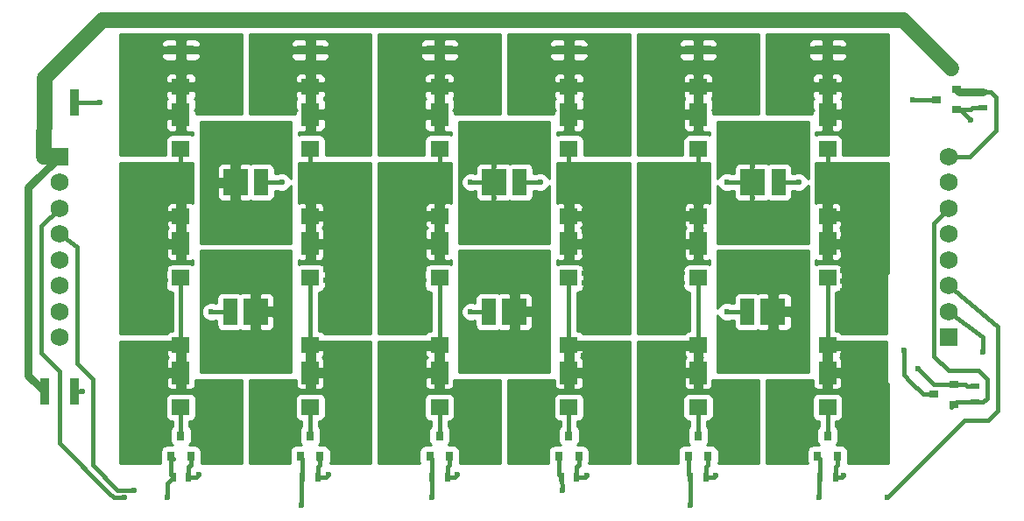
<source format=gbr>
G04 #@! TF.FileFunction,Copper,L1,Top,Signal*
%FSLAX46Y46*%
G04 Gerber Fmt 4.6, Leading zero omitted, Abs format (unit mm)*
G04 Created by KiCad (PCBNEW 4.0.4-stable) date 03/09/17 20:40:53*
%MOMM*%
%LPD*%
G01*
G04 APERTURE LIST*
%ADD10C,0.100000*%
%ADD11C,0.600000*%
%ADD12R,1.700000X1.500000*%
%ADD13R,1.700000X2.250000*%
%ADD14R,0.800000X0.900000*%
%ADD15R,0.500000X0.900000*%
%ADD16R,1.350000X2.500000*%
%ADD17R,2.350000X2.500000*%
%ADD18R,2.500000X0.900000*%
%ADD19R,0.900000X0.800000*%
%ADD20R,0.900000X0.500000*%
%ADD21R,0.900000X2.500000*%
%ADD22R,1.750000X1.750000*%
%ADD23C,1.750000*%
%ADD24C,0.400000*%
%ADD25C,0.750000*%
%ADD26C,1.500000*%
%ADD27C,0.254000*%
G04 APERTURE END LIST*
D10*
D11*
X151750000Y-71225000D03*
X150750000Y-71225000D03*
X149750000Y-71225000D03*
X148750000Y-71225000D03*
X147750000Y-71225000D03*
X151750000Y-70225000D03*
X150750000Y-70225000D03*
X149750000Y-70225000D03*
X148750000Y-70225000D03*
X147750000Y-70225000D03*
X151750000Y-69225000D03*
X150750000Y-69225000D03*
X149750000Y-69225000D03*
X148750000Y-69225000D03*
X147750000Y-69225000D03*
X151750000Y-68225000D03*
X150750000Y-68225000D03*
X149750000Y-68225000D03*
X148750000Y-68225000D03*
X147750000Y-68225000D03*
X151750000Y-67225000D03*
X150750000Y-67225000D03*
X149750000Y-67225000D03*
X148750000Y-67225000D03*
X147750000Y-67225000D03*
X151750000Y-66225000D03*
X150750000Y-66225000D03*
X149750000Y-66225000D03*
X148750000Y-66225000D03*
X147750000Y-66225000D03*
X151750000Y-65225000D03*
X150750000Y-65225000D03*
X149750000Y-65225000D03*
X148750000Y-65225000D03*
X147750000Y-65225000D03*
X151750000Y-64225000D03*
X150750000Y-64225000D03*
X149750000Y-64225000D03*
X148750000Y-64225000D03*
X147750000Y-64225000D03*
X151750000Y-63225000D03*
X150750000Y-63225000D03*
X149750000Y-63225000D03*
X148750000Y-63225000D03*
X147750000Y-63225000D03*
X151750000Y-62225000D03*
X150750000Y-62225000D03*
X149750000Y-62225000D03*
X148750000Y-62225000D03*
X147750000Y-62225000D03*
X151750000Y-61225000D03*
X150750000Y-61225000D03*
X149750000Y-61225000D03*
X148750000Y-61225000D03*
X147750000Y-61225000D03*
X151750000Y-60225000D03*
X150750000Y-60225000D03*
X149750000Y-60225000D03*
X148750000Y-60225000D03*
X147750000Y-60225000D03*
X153750000Y-59225000D03*
X152750000Y-59225000D03*
X151750000Y-59225000D03*
X150750000Y-59225000D03*
X149750000Y-59225000D03*
X148750000Y-59225000D03*
X147750000Y-59225000D03*
X153750000Y-58225000D03*
X152750000Y-58225000D03*
X151750000Y-58225000D03*
X150750000Y-58225000D03*
X149750000Y-58225000D03*
X148750000Y-58225000D03*
X147750000Y-58225000D03*
X153750000Y-57225000D03*
X152750000Y-57225000D03*
X151750000Y-57225000D03*
X150750000Y-57225000D03*
X149750000Y-57225000D03*
X148750000Y-57225000D03*
X147750000Y-57225000D03*
X153750000Y-56225000D03*
X152750000Y-56225000D03*
X151750000Y-56225000D03*
X150750000Y-56225000D03*
X149750000Y-56225000D03*
X148750000Y-56225000D03*
X147750000Y-56225000D03*
X126750000Y-71225000D03*
X125750000Y-71225000D03*
X124750000Y-71225000D03*
X123750000Y-71225000D03*
X122750000Y-71225000D03*
X126750000Y-70225000D03*
X125750000Y-70225000D03*
X124750000Y-70225000D03*
X123750000Y-70225000D03*
X122750000Y-70225000D03*
X126750000Y-69225000D03*
X125750000Y-69225000D03*
X124750000Y-69225000D03*
X123750000Y-69225000D03*
X122750000Y-69225000D03*
X126750000Y-68225000D03*
X125750000Y-68225000D03*
X124750000Y-68225000D03*
X123750000Y-68225000D03*
X122750000Y-68225000D03*
X126750000Y-67225000D03*
X125750000Y-67225000D03*
X124750000Y-67225000D03*
X123750000Y-67225000D03*
X122750000Y-67225000D03*
X126750000Y-66225000D03*
X125750000Y-66225000D03*
X124750000Y-66225000D03*
X123750000Y-66225000D03*
X122750000Y-66225000D03*
X126750000Y-65225000D03*
X125750000Y-65225000D03*
X124750000Y-65225000D03*
X123750000Y-65225000D03*
X122750000Y-65225000D03*
X126750000Y-64225000D03*
X125750000Y-64225000D03*
X124750000Y-64225000D03*
X123750000Y-64225000D03*
X122750000Y-64225000D03*
X126750000Y-63225000D03*
X125750000Y-63225000D03*
X124750000Y-63225000D03*
X123750000Y-63225000D03*
X122750000Y-63225000D03*
X126750000Y-62225000D03*
X125750000Y-62225000D03*
X124750000Y-62225000D03*
X123750000Y-62225000D03*
X122750000Y-62225000D03*
X126750000Y-61225000D03*
X125750000Y-61225000D03*
X124750000Y-61225000D03*
X123750000Y-61225000D03*
X122750000Y-61225000D03*
X126750000Y-60225000D03*
X125750000Y-60225000D03*
X124750000Y-60225000D03*
X123750000Y-60225000D03*
X122750000Y-60225000D03*
X128750000Y-59225000D03*
X127750000Y-59225000D03*
X126750000Y-59225000D03*
X125750000Y-59225000D03*
X124750000Y-59225000D03*
X123750000Y-59225000D03*
X122750000Y-59225000D03*
X128750000Y-58225000D03*
X127750000Y-58225000D03*
X126750000Y-58225000D03*
X125750000Y-58225000D03*
X124750000Y-58225000D03*
X123750000Y-58225000D03*
X122750000Y-58225000D03*
X128750000Y-57225000D03*
X127750000Y-57225000D03*
X126750000Y-57225000D03*
X125750000Y-57225000D03*
X124750000Y-57225000D03*
X123750000Y-57225000D03*
X122750000Y-57225000D03*
X128750000Y-56225000D03*
X127750000Y-56225000D03*
X126750000Y-56225000D03*
X125750000Y-56225000D03*
X124750000Y-56225000D03*
X123750000Y-56225000D03*
X122750000Y-56225000D03*
X142275000Y-71225000D03*
X143275000Y-71225000D03*
X144275000Y-71225000D03*
X145275000Y-71225000D03*
X146275000Y-71225000D03*
X142275000Y-70225000D03*
X143275000Y-70225000D03*
X144275000Y-70225000D03*
X145275000Y-70225000D03*
X146275000Y-70225000D03*
X142275000Y-69225000D03*
X143275000Y-69225000D03*
X144275000Y-69225000D03*
X145275000Y-69225000D03*
X146275000Y-69225000D03*
X142275000Y-68225000D03*
X143275000Y-68225000D03*
X144275000Y-68225000D03*
X145275000Y-68225000D03*
X146275000Y-68225000D03*
X142275000Y-67225000D03*
X143275000Y-67225000D03*
X144275000Y-67225000D03*
X145275000Y-67225000D03*
X146275000Y-67225000D03*
X142275000Y-66225000D03*
X143275000Y-66225000D03*
X144275000Y-66225000D03*
X145275000Y-66225000D03*
X146275000Y-66225000D03*
X142275000Y-65225000D03*
X143275000Y-65225000D03*
X144275000Y-65225000D03*
X145275000Y-65225000D03*
X146275000Y-65225000D03*
X142275000Y-64225000D03*
X143275000Y-64225000D03*
X144275000Y-64225000D03*
X145275000Y-64225000D03*
X146275000Y-64225000D03*
X142275000Y-63225000D03*
X143275000Y-63225000D03*
X144275000Y-63225000D03*
X145275000Y-63225000D03*
X146275000Y-63225000D03*
X142275000Y-62225000D03*
X143275000Y-62225000D03*
X144275000Y-62225000D03*
X145275000Y-62225000D03*
X146275000Y-62225000D03*
X142275000Y-61225000D03*
X143275000Y-61225000D03*
X144275000Y-61225000D03*
X145275000Y-61225000D03*
X146275000Y-61225000D03*
X142275000Y-60225000D03*
X143275000Y-60225000D03*
X144275000Y-60225000D03*
X145275000Y-60225000D03*
X146275000Y-60225000D03*
X140275000Y-59225000D03*
X141275000Y-59225000D03*
X142275000Y-59225000D03*
X143275000Y-59225000D03*
X144275000Y-59225000D03*
X145275000Y-59225000D03*
X146275000Y-59225000D03*
X140275000Y-58225000D03*
X141275000Y-58225000D03*
X142275000Y-58225000D03*
X143275000Y-58225000D03*
X144275000Y-58225000D03*
X145275000Y-58225000D03*
X146275000Y-58225000D03*
X140275000Y-57225000D03*
X141275000Y-57225000D03*
X142275000Y-57225000D03*
X143275000Y-57225000D03*
X144275000Y-57225000D03*
X145275000Y-57225000D03*
X146275000Y-57225000D03*
X140275000Y-56225000D03*
X141275000Y-56225000D03*
X142275000Y-56225000D03*
X143275000Y-56225000D03*
X144275000Y-56225000D03*
X145275000Y-56225000D03*
X146275000Y-56225000D03*
X192250000Y-71275000D03*
X193250000Y-71275000D03*
X194250000Y-71275000D03*
X195250000Y-71275000D03*
X196250000Y-71275000D03*
X192250000Y-70275000D03*
X193250000Y-70275000D03*
X194250000Y-70275000D03*
X195250000Y-70275000D03*
X196250000Y-70275000D03*
X192250000Y-69275000D03*
X193250000Y-69275000D03*
X194250000Y-69275000D03*
X195250000Y-69275000D03*
X196250000Y-69275000D03*
X192250000Y-68275000D03*
X193250000Y-68275000D03*
X194250000Y-68275000D03*
X195250000Y-68275000D03*
X196250000Y-68275000D03*
X192250000Y-67275000D03*
X193250000Y-67275000D03*
X194250000Y-67275000D03*
X195250000Y-67275000D03*
X196250000Y-67275000D03*
X192250000Y-66275000D03*
X193250000Y-66275000D03*
X194250000Y-66275000D03*
X195250000Y-66275000D03*
X196250000Y-66275000D03*
X192250000Y-65275000D03*
X193250000Y-65275000D03*
X194250000Y-65275000D03*
X195250000Y-65275000D03*
X196250000Y-65275000D03*
X192250000Y-64275000D03*
X193250000Y-64275000D03*
X194250000Y-64275000D03*
X195250000Y-64275000D03*
X196250000Y-64275000D03*
X192250000Y-63275000D03*
X193250000Y-63275000D03*
X194250000Y-63275000D03*
X195250000Y-63275000D03*
X196250000Y-63275000D03*
X192250000Y-62275000D03*
X193250000Y-62275000D03*
X194250000Y-62275000D03*
X195250000Y-62275000D03*
X196250000Y-62275000D03*
X192250000Y-61275000D03*
X193250000Y-61275000D03*
X194250000Y-61275000D03*
X195250000Y-61275000D03*
X196250000Y-61275000D03*
X192250000Y-60275000D03*
X193250000Y-60275000D03*
X194250000Y-60275000D03*
X195250000Y-60275000D03*
X196250000Y-60275000D03*
X190250000Y-59275000D03*
X191250000Y-59275000D03*
X192250000Y-59275000D03*
X193250000Y-59275000D03*
X194250000Y-59275000D03*
X195250000Y-59275000D03*
X196250000Y-59275000D03*
X190250000Y-58275000D03*
X191250000Y-58275000D03*
X192250000Y-58275000D03*
X193250000Y-58275000D03*
X194250000Y-58275000D03*
X195250000Y-58275000D03*
X196250000Y-58275000D03*
X190250000Y-57275000D03*
X191250000Y-57275000D03*
X192250000Y-57275000D03*
X193250000Y-57275000D03*
X194250000Y-57275000D03*
X195250000Y-57275000D03*
X196250000Y-57275000D03*
X190250000Y-56275000D03*
X191250000Y-56275000D03*
X192250000Y-56275000D03*
X193250000Y-56275000D03*
X194250000Y-56275000D03*
X195250000Y-56275000D03*
X196250000Y-56275000D03*
X176750000Y-71500000D03*
X175750000Y-71500000D03*
X174750000Y-71500000D03*
X173750000Y-71500000D03*
X172750000Y-71500000D03*
X176750000Y-70500000D03*
X175750000Y-70500000D03*
X174750000Y-70500000D03*
X173750000Y-70500000D03*
X172750000Y-70500000D03*
X176750000Y-69500000D03*
X175750000Y-69500000D03*
X174750000Y-69500000D03*
X173750000Y-69500000D03*
X172750000Y-69500000D03*
X176750000Y-68500000D03*
X175750000Y-68500000D03*
X174750000Y-68500000D03*
X173750000Y-68500000D03*
X172750000Y-68500000D03*
X176750000Y-67500000D03*
X175750000Y-67500000D03*
X174750000Y-67500000D03*
X173750000Y-67500000D03*
X172750000Y-67500000D03*
X176750000Y-66500000D03*
X175750000Y-66500000D03*
X174750000Y-66500000D03*
X173750000Y-66500000D03*
X172750000Y-66500000D03*
X176750000Y-65500000D03*
X175750000Y-65500000D03*
X174750000Y-65500000D03*
X173750000Y-65500000D03*
X172750000Y-65500000D03*
X176750000Y-64500000D03*
X175750000Y-64500000D03*
X174750000Y-64500000D03*
X173750000Y-64500000D03*
X172750000Y-64500000D03*
X176750000Y-63500000D03*
X175750000Y-63500000D03*
X174750000Y-63500000D03*
X173750000Y-63500000D03*
X172750000Y-63500000D03*
X176750000Y-62500000D03*
X175750000Y-62500000D03*
X174750000Y-62500000D03*
X173750000Y-62500000D03*
X172750000Y-62500000D03*
X176750000Y-61500000D03*
X175750000Y-61500000D03*
X174750000Y-61500000D03*
X173750000Y-61500000D03*
X172750000Y-61500000D03*
X176750000Y-60500000D03*
X175750000Y-60500000D03*
X174750000Y-60500000D03*
X173750000Y-60500000D03*
X172750000Y-60500000D03*
X178750000Y-59500000D03*
X177750000Y-59500000D03*
X176750000Y-59500000D03*
X175750000Y-59500000D03*
X174750000Y-59500000D03*
X173750000Y-59500000D03*
X172750000Y-59500000D03*
X178750000Y-58500000D03*
X177750000Y-58500000D03*
X176750000Y-58500000D03*
X175750000Y-58500000D03*
X174750000Y-58500000D03*
X173750000Y-58500000D03*
X172750000Y-58500000D03*
X178750000Y-57500000D03*
X177750000Y-57500000D03*
X176750000Y-57500000D03*
X175750000Y-57500000D03*
X174750000Y-57500000D03*
X173750000Y-57500000D03*
X172750000Y-57500000D03*
X178750000Y-56500000D03*
X177750000Y-56500000D03*
X176750000Y-56500000D03*
X175750000Y-56500000D03*
X174750000Y-56500000D03*
X173750000Y-56500000D03*
X172750000Y-56500000D03*
X171250000Y-71500000D03*
X170250000Y-71500000D03*
X169250000Y-71500000D03*
X168250000Y-71500000D03*
X167250000Y-71500000D03*
X171250000Y-70500000D03*
X170250000Y-70500000D03*
X169250000Y-70500000D03*
X168250000Y-70500000D03*
X167250000Y-70500000D03*
X171250000Y-69500000D03*
X170250000Y-69500000D03*
X169250000Y-69500000D03*
X168250000Y-69500000D03*
X167250000Y-69500000D03*
X171250000Y-68500000D03*
X170250000Y-68500000D03*
X169250000Y-68500000D03*
X168250000Y-68500000D03*
X167250000Y-68500000D03*
X171250000Y-67500000D03*
X170250000Y-67500000D03*
X169250000Y-67500000D03*
X168250000Y-67500000D03*
X167250000Y-67500000D03*
X171250000Y-66500000D03*
X170250000Y-66500000D03*
X169250000Y-66500000D03*
X168250000Y-66500000D03*
X167250000Y-66500000D03*
X171250000Y-65500000D03*
X170250000Y-65500000D03*
X169250000Y-65500000D03*
X168250000Y-65500000D03*
X167250000Y-65500000D03*
X171250000Y-64500000D03*
X170250000Y-64500000D03*
X169250000Y-64500000D03*
X168250000Y-64500000D03*
X167250000Y-64500000D03*
X171250000Y-63500000D03*
X170250000Y-63500000D03*
X169250000Y-63500000D03*
X168250000Y-63500000D03*
X167250000Y-63500000D03*
X171250000Y-62500000D03*
X170250000Y-62500000D03*
X169250000Y-62500000D03*
X168250000Y-62500000D03*
X167250000Y-62500000D03*
X171250000Y-61500000D03*
X170250000Y-61500000D03*
X169250000Y-61500000D03*
X168250000Y-61500000D03*
X167250000Y-61500000D03*
X171250000Y-60500000D03*
X170250000Y-60500000D03*
X169250000Y-60500000D03*
X168250000Y-60500000D03*
X167250000Y-60500000D03*
X171250000Y-59500000D03*
X170250000Y-59500000D03*
X169250000Y-59500000D03*
X168250000Y-59500000D03*
X167250000Y-59500000D03*
X166250000Y-59500000D03*
X165250000Y-59500000D03*
X171250000Y-58500000D03*
X170250000Y-58500000D03*
X169250000Y-58500000D03*
X168250000Y-58500000D03*
X167250000Y-58500000D03*
X166250000Y-58500000D03*
X165250000Y-58500000D03*
X171250000Y-57500000D03*
X170250000Y-57500000D03*
X169250000Y-57500000D03*
X168250000Y-57500000D03*
X167250000Y-57500000D03*
X166250000Y-57500000D03*
X165250000Y-57500000D03*
X171250000Y-56500000D03*
X170250000Y-56500000D03*
X169250000Y-56500000D03*
X168250000Y-56500000D03*
X167250000Y-56500000D03*
X166250000Y-56500000D03*
X165250000Y-56500000D03*
X188500000Y-75750000D03*
X187500000Y-75750000D03*
X186500000Y-75750000D03*
X185500000Y-75750000D03*
X184500000Y-75750000D03*
X183500000Y-75750000D03*
X182500000Y-75750000D03*
X181500000Y-75750000D03*
X180500000Y-75750000D03*
X188500000Y-74750000D03*
X187500000Y-74750000D03*
X186500000Y-74750000D03*
X185500000Y-74750000D03*
X184500000Y-74750000D03*
X183500000Y-74750000D03*
X182500000Y-74750000D03*
X181500000Y-74750000D03*
X180500000Y-74750000D03*
X188500000Y-73750000D03*
X187500000Y-73750000D03*
X186500000Y-73750000D03*
X185500000Y-73750000D03*
X184500000Y-73750000D03*
X183500000Y-73750000D03*
X182500000Y-73750000D03*
X181500000Y-73750000D03*
X180500000Y-73750000D03*
X188500000Y-72750000D03*
X187500000Y-72750000D03*
X186500000Y-72750000D03*
X185500000Y-72750000D03*
X184500000Y-72750000D03*
X183500000Y-72750000D03*
X182500000Y-72750000D03*
X181500000Y-72750000D03*
X180500000Y-72750000D03*
X188500000Y-71750000D03*
X187500000Y-71750000D03*
X185500000Y-71750000D03*
X181500000Y-71750000D03*
X180500000Y-71750000D03*
X188500000Y-68750000D03*
X187500000Y-68750000D03*
X185500000Y-68750000D03*
X181500000Y-68750000D03*
X180500000Y-68750000D03*
X188500000Y-67750000D03*
X187500000Y-67750000D03*
X186500000Y-67750000D03*
X185500000Y-67750000D03*
X184500000Y-67750000D03*
X183500000Y-67750000D03*
X182500000Y-67750000D03*
X181500000Y-67750000D03*
X180500000Y-67750000D03*
X188500000Y-66750000D03*
X187500000Y-66750000D03*
X186500000Y-66750000D03*
X185500000Y-66750000D03*
X184500000Y-66750000D03*
X183500000Y-66750000D03*
X182500000Y-66750000D03*
X181500000Y-66750000D03*
X180500000Y-66750000D03*
X188500000Y-65750000D03*
X187500000Y-65750000D03*
X186500000Y-65750000D03*
X185500000Y-65750000D03*
X184500000Y-65750000D03*
X183500000Y-65750000D03*
X182500000Y-65750000D03*
X181500000Y-65750000D03*
X180500000Y-65750000D03*
X188500000Y-64750000D03*
X187500000Y-64750000D03*
X186500000Y-64750000D03*
X185500000Y-64750000D03*
X184500000Y-64750000D03*
X183500000Y-64750000D03*
X182500000Y-64750000D03*
X181500000Y-64750000D03*
X180500000Y-64750000D03*
X163500000Y-75750000D03*
X162500000Y-75750000D03*
X161500000Y-75750000D03*
X160500000Y-75750000D03*
X159500000Y-75750000D03*
X158500000Y-75750000D03*
X157500000Y-75750000D03*
X156500000Y-75750000D03*
X155500000Y-75750000D03*
X163500000Y-74750000D03*
X162500000Y-74750000D03*
X161500000Y-74750000D03*
X160500000Y-74750000D03*
X159500000Y-74750000D03*
X158500000Y-74750000D03*
X157500000Y-74750000D03*
X156500000Y-74750000D03*
X155500000Y-74750000D03*
X163500000Y-73750000D03*
X162500000Y-73750000D03*
X161500000Y-73750000D03*
X160500000Y-73750000D03*
X159500000Y-73750000D03*
X158500000Y-73750000D03*
X157500000Y-73750000D03*
X156500000Y-73750000D03*
X155500000Y-73750000D03*
X163500000Y-72750000D03*
X162500000Y-72750000D03*
X161500000Y-72750000D03*
X160500000Y-72750000D03*
X159500000Y-72750000D03*
X158500000Y-72750000D03*
X157500000Y-72750000D03*
X156500000Y-72750000D03*
X155500000Y-72750000D03*
X163500000Y-71750000D03*
X162500000Y-71750000D03*
X160500000Y-71750000D03*
X156500000Y-71750000D03*
X155500000Y-71750000D03*
X163500000Y-68750000D03*
X162500000Y-68750000D03*
X160500000Y-68750000D03*
X156500000Y-68750000D03*
X155500000Y-68750000D03*
X163500000Y-67750000D03*
X162500000Y-67750000D03*
X161500000Y-67750000D03*
X160500000Y-67750000D03*
X159500000Y-67750000D03*
X158500000Y-67750000D03*
X157500000Y-67750000D03*
X156500000Y-67750000D03*
X155500000Y-67750000D03*
X163500000Y-66750000D03*
X162500000Y-66750000D03*
X161500000Y-66750000D03*
X160500000Y-66750000D03*
X159500000Y-66750000D03*
X158500000Y-66750000D03*
X157500000Y-66750000D03*
X156500000Y-66750000D03*
X155500000Y-66750000D03*
X163500000Y-65750000D03*
X162500000Y-65750000D03*
X161500000Y-65750000D03*
X160500000Y-65750000D03*
X159500000Y-65750000D03*
X158500000Y-65750000D03*
X157500000Y-65750000D03*
X156500000Y-65750000D03*
X155500000Y-65750000D03*
X163500000Y-64750000D03*
X162500000Y-64750000D03*
X161500000Y-64750000D03*
X160500000Y-64750000D03*
X159500000Y-64750000D03*
X158500000Y-64750000D03*
X157500000Y-64750000D03*
X156500000Y-64750000D03*
X131500000Y-68800000D03*
X130500000Y-68800000D03*
X138500000Y-68800000D03*
X137500000Y-68800000D03*
X135500000Y-68800000D03*
X130500000Y-67800000D03*
X131500000Y-67800000D03*
X132500000Y-67800000D03*
X133500000Y-67800000D03*
X134500000Y-67800000D03*
X135500000Y-67800000D03*
X136500000Y-67800000D03*
X137500000Y-67800000D03*
X138500000Y-67800000D03*
X138500000Y-75800000D03*
X137500000Y-75800000D03*
X136500000Y-75800000D03*
X135500000Y-75800000D03*
X134500000Y-75800000D03*
X133500000Y-75800000D03*
X132500000Y-75800000D03*
X131500000Y-75800000D03*
X130500000Y-75800000D03*
X138500000Y-74800000D03*
X137500000Y-74800000D03*
X136500000Y-74800000D03*
X135500000Y-74800000D03*
X134500000Y-74800000D03*
X133500000Y-74800000D03*
X132500000Y-74800000D03*
X131500000Y-74800000D03*
X130500000Y-74800000D03*
X138500000Y-73800000D03*
X137500000Y-73800000D03*
X136500000Y-73800000D03*
X135500000Y-73800000D03*
X134500000Y-73800000D03*
X133500000Y-73800000D03*
X132500000Y-73800000D03*
X131500000Y-73800000D03*
X130500000Y-73800000D03*
X138500000Y-72800000D03*
X137500000Y-72800000D03*
X136500000Y-72800000D03*
X135500000Y-72800000D03*
X134500000Y-72800000D03*
X133500000Y-72800000D03*
X132500000Y-72800000D03*
X131500000Y-72800000D03*
X130500000Y-72800000D03*
X138500000Y-71800000D03*
X137500000Y-71800000D03*
X135500000Y-71800000D03*
X131500000Y-71800000D03*
X130500000Y-71800000D03*
X138500000Y-66800000D03*
X137500000Y-66800000D03*
X136500000Y-66800000D03*
X135500000Y-66800000D03*
X134500000Y-66800000D03*
X133500000Y-66800000D03*
X132500000Y-66800000D03*
X131500000Y-66800000D03*
X130500000Y-66800000D03*
X138500000Y-65800000D03*
X137500000Y-65800000D03*
X136500000Y-65800000D03*
X135500000Y-65800000D03*
X134500000Y-65800000D03*
X133500000Y-65800000D03*
X132500000Y-65800000D03*
X131500000Y-65800000D03*
X130500000Y-65800000D03*
X138500000Y-64800000D03*
X137500000Y-64800000D03*
X136500000Y-64800000D03*
X135500000Y-64800000D03*
X134500000Y-64800000D03*
X133500000Y-64800000D03*
X132500000Y-64800000D03*
X131500000Y-64800000D03*
X130500000Y-64800000D03*
X188500000Y-63250000D03*
X187500000Y-63250000D03*
X186500000Y-63250000D03*
X185500000Y-63250000D03*
X184500000Y-63250000D03*
X183500000Y-63250000D03*
X182500000Y-63250000D03*
X181500000Y-63250000D03*
X180500000Y-63250000D03*
X188500000Y-62250000D03*
X187500000Y-62250000D03*
X186500000Y-62250000D03*
X185500000Y-62250000D03*
X184500000Y-62250000D03*
X183500000Y-62250000D03*
X182500000Y-62250000D03*
X181500000Y-62250000D03*
X180500000Y-62250000D03*
X188500000Y-61250000D03*
X187500000Y-61250000D03*
X186500000Y-61250000D03*
X185500000Y-61250000D03*
X184500000Y-61250000D03*
X183500000Y-61250000D03*
X182500000Y-61250000D03*
X181500000Y-61250000D03*
X180500000Y-61250000D03*
X188500000Y-60250000D03*
X187500000Y-60250000D03*
X186500000Y-60250000D03*
X185500000Y-60250000D03*
X184500000Y-60250000D03*
X183500000Y-60250000D03*
X182500000Y-60250000D03*
X181500000Y-60250000D03*
X180500000Y-60250000D03*
X188500000Y-59250000D03*
X187500000Y-59250000D03*
X183500000Y-59250000D03*
X181500000Y-59250000D03*
X180500000Y-59250000D03*
X188500000Y-56250000D03*
X187500000Y-56250000D03*
X183500000Y-56250000D03*
X181500000Y-56250000D03*
X180500000Y-56250000D03*
X188500000Y-55250000D03*
X187500000Y-55250000D03*
X186500000Y-55250000D03*
X185500000Y-55250000D03*
X184500000Y-55250000D03*
X183500000Y-55250000D03*
X182500000Y-55250000D03*
X181500000Y-55250000D03*
X180500000Y-55250000D03*
X188500000Y-54250000D03*
X187500000Y-54250000D03*
X186500000Y-54250000D03*
X185500000Y-54250000D03*
X184500000Y-54250000D03*
X183500000Y-54250000D03*
X182500000Y-54250000D03*
X181500000Y-54250000D03*
X180500000Y-54250000D03*
X188500000Y-53250000D03*
X187500000Y-53250000D03*
X186500000Y-53250000D03*
X185500000Y-53250000D03*
X184500000Y-53250000D03*
X183500000Y-53250000D03*
X182500000Y-53250000D03*
X181500000Y-53250000D03*
X180500000Y-53250000D03*
X188500000Y-52250000D03*
X187500000Y-52250000D03*
X186500000Y-52250000D03*
X185500000Y-52250000D03*
X184500000Y-52250000D03*
X183500000Y-52250000D03*
X182500000Y-52250000D03*
X181500000Y-52250000D03*
X180500000Y-52250000D03*
X138500000Y-63250000D03*
X137500000Y-63250000D03*
X136500000Y-63250000D03*
X135500000Y-63250000D03*
X134500000Y-63250000D03*
X133500000Y-63250000D03*
X132500000Y-63250000D03*
X131500000Y-63250000D03*
X130500000Y-63250000D03*
X138500000Y-62250000D03*
X137500000Y-62250000D03*
X136500000Y-62250000D03*
X135500000Y-62250000D03*
X134500000Y-62250000D03*
X133500000Y-62250000D03*
X132500000Y-62250000D03*
X131500000Y-62250000D03*
X130500000Y-62250000D03*
X138500000Y-61250000D03*
X137500000Y-61250000D03*
X136500000Y-61250000D03*
X135500000Y-61250000D03*
X134500000Y-61250000D03*
X133500000Y-61250000D03*
X132500000Y-61250000D03*
X131500000Y-61250000D03*
X130500000Y-61250000D03*
X138500000Y-60250000D03*
X137500000Y-60250000D03*
X136500000Y-60250000D03*
X135500000Y-60250000D03*
X134500000Y-60250000D03*
X133500000Y-60250000D03*
X132500000Y-60250000D03*
X131500000Y-60250000D03*
X130500000Y-60250000D03*
X138500000Y-59250000D03*
X137500000Y-59250000D03*
X133500000Y-59250000D03*
X131500000Y-59250000D03*
X130500000Y-59250000D03*
X138500000Y-56250000D03*
X137500000Y-56250000D03*
X133500000Y-56250000D03*
X131500000Y-56250000D03*
X130500000Y-56250000D03*
X138500000Y-55250000D03*
X137500000Y-55250000D03*
X136500000Y-55250000D03*
X135500000Y-55250000D03*
X134500000Y-55250000D03*
X133500000Y-55250000D03*
X132500000Y-55250000D03*
X131500000Y-55250000D03*
X130500000Y-55250000D03*
X138500000Y-54250000D03*
X137500000Y-54250000D03*
X136500000Y-54250000D03*
X135500000Y-54250000D03*
X134500000Y-54250000D03*
X133500000Y-54250000D03*
X132500000Y-54250000D03*
X131500000Y-54250000D03*
X130500000Y-54250000D03*
X138500000Y-53250000D03*
X137500000Y-53250000D03*
X136500000Y-53250000D03*
X135500000Y-53250000D03*
X134500000Y-53250000D03*
X133500000Y-53250000D03*
X132500000Y-53250000D03*
X131500000Y-53250000D03*
X130500000Y-53250000D03*
X138500000Y-52250000D03*
X137500000Y-52250000D03*
X136500000Y-52250000D03*
X135500000Y-52250000D03*
X134500000Y-52250000D03*
X133500000Y-52250000D03*
X132500000Y-52250000D03*
X131500000Y-52250000D03*
X130500000Y-52250000D03*
X192200000Y-76050000D03*
X196250000Y-84500000D03*
X195250000Y-84500000D03*
X194250000Y-84500000D03*
X193250000Y-84500000D03*
X188250000Y-84500000D03*
X187250000Y-84500000D03*
X186250000Y-84500000D03*
X185250000Y-84500000D03*
X196250000Y-83500000D03*
X195250000Y-83500000D03*
X194250000Y-83500000D03*
X193250000Y-83500000D03*
X188250000Y-83500000D03*
X187250000Y-83500000D03*
X186250000Y-83500000D03*
X185250000Y-83500000D03*
X196250000Y-82500000D03*
X195250000Y-82500000D03*
X194250000Y-82500000D03*
X193250000Y-82500000D03*
X192250000Y-82500000D03*
X189250000Y-82500000D03*
X188250000Y-82500000D03*
X187250000Y-82500000D03*
X186250000Y-82500000D03*
X185250000Y-82500000D03*
X196250000Y-81500000D03*
X195250000Y-81500000D03*
X194250000Y-81500000D03*
X193250000Y-81500000D03*
X192250000Y-81500000D03*
X189250000Y-81500000D03*
X188250000Y-81500000D03*
X187250000Y-81500000D03*
X186250000Y-81500000D03*
X185250000Y-81500000D03*
X196250000Y-80500000D03*
X195250000Y-80500000D03*
X194250000Y-80500000D03*
X193250000Y-80500000D03*
X188250000Y-80500000D03*
X187250000Y-80500000D03*
X186250000Y-80500000D03*
X185250000Y-80500000D03*
X196250000Y-79500000D03*
X195250000Y-79500000D03*
X194250000Y-79500000D03*
X193250000Y-79500000D03*
X188250000Y-79500000D03*
X187250000Y-79500000D03*
X186250000Y-79500000D03*
X185250000Y-79500000D03*
X196250000Y-78500000D03*
X195250000Y-78500000D03*
X194250000Y-78500000D03*
X193250000Y-78500000D03*
X188250000Y-78500000D03*
X187250000Y-78500000D03*
X186250000Y-78500000D03*
X185250000Y-78500000D03*
X196250000Y-77500000D03*
X195250000Y-77500000D03*
X194250000Y-77500000D03*
X193250000Y-77500000D03*
X189200000Y-77950000D03*
X188250000Y-77500000D03*
X187250000Y-77500000D03*
X186250000Y-77500000D03*
X185250000Y-77500000D03*
X196250000Y-76500000D03*
X195250000Y-76500000D03*
X194250000Y-76500000D03*
X193250000Y-76500000D03*
X196250000Y-75500000D03*
X195250000Y-75500000D03*
X194250000Y-75500000D03*
X193250000Y-75500000D03*
X192200000Y-77950000D03*
X196250000Y-74500000D03*
X195250000Y-74500000D03*
X194250000Y-74500000D03*
X193250000Y-74500000D03*
X192250000Y-74500000D03*
X196250000Y-73500000D03*
X195250000Y-73500000D03*
X194250000Y-73500000D03*
X193250000Y-73500000D03*
X192250000Y-73500000D03*
X183700000Y-84500000D03*
X182700000Y-84500000D03*
X181700000Y-84500000D03*
X180700000Y-84500000D03*
X175700000Y-84500000D03*
X174700000Y-84500000D03*
X173700000Y-84500000D03*
X172700000Y-84500000D03*
X183700000Y-83500000D03*
X182700000Y-83500000D03*
X181700000Y-83500000D03*
X180700000Y-83500000D03*
X175700000Y-83500000D03*
X174700000Y-83500000D03*
X173700000Y-83500000D03*
X172700000Y-83500000D03*
X183700000Y-82500000D03*
X182700000Y-82500000D03*
X181700000Y-82500000D03*
X180700000Y-82500000D03*
X179700000Y-82500000D03*
X176700000Y-82500000D03*
X175700000Y-82500000D03*
X174700000Y-82500000D03*
X173700000Y-82500000D03*
X172700000Y-82500000D03*
X183700000Y-81500000D03*
X182700000Y-81500000D03*
X181700000Y-81500000D03*
X180700000Y-81500000D03*
X179700000Y-81500000D03*
X176700000Y-81500000D03*
X175700000Y-81500000D03*
X174700000Y-81500000D03*
X173700000Y-81500000D03*
X172700000Y-81500000D03*
X183700000Y-80500000D03*
X182700000Y-80500000D03*
X181700000Y-80500000D03*
X180700000Y-80500000D03*
X175700000Y-80500000D03*
X174700000Y-80500000D03*
X173700000Y-80500000D03*
X172700000Y-80500000D03*
X183700000Y-79500000D03*
X182700000Y-79500000D03*
X181700000Y-79500000D03*
X180700000Y-79500000D03*
X175700000Y-79500000D03*
X174700000Y-79500000D03*
X173700000Y-79500000D03*
X172700000Y-79500000D03*
X183700000Y-78500000D03*
X182700000Y-78500000D03*
X181700000Y-78500000D03*
X180700000Y-78500000D03*
X179700000Y-77900000D03*
X176700000Y-77900000D03*
X175700000Y-78500000D03*
X174700000Y-78500000D03*
X173700000Y-78500000D03*
X172700000Y-78500000D03*
X183700000Y-77500000D03*
X182700000Y-77500000D03*
X181700000Y-77500000D03*
X180700000Y-77500000D03*
X175700000Y-77500000D03*
X174700000Y-77500000D03*
X173700000Y-77500000D03*
X172700000Y-77500000D03*
X176700000Y-76100000D03*
X175700000Y-76500000D03*
X174700000Y-76500000D03*
X173700000Y-76500000D03*
X172700000Y-76500000D03*
X175700000Y-75500000D03*
X174700000Y-75500000D03*
X173700000Y-75500000D03*
X172700000Y-75500000D03*
X176700000Y-74500000D03*
X175700000Y-74500000D03*
X174700000Y-74500000D03*
X173700000Y-74500000D03*
X172700000Y-74500000D03*
X176700000Y-73500000D03*
X175700000Y-73500000D03*
X174700000Y-73500000D03*
X173700000Y-73500000D03*
X172700000Y-73500000D03*
X171150000Y-84500000D03*
X170150000Y-84500000D03*
X169150000Y-84500000D03*
X168150000Y-84500000D03*
X163150000Y-84500000D03*
X162150000Y-84500000D03*
X161150000Y-84500000D03*
X160150000Y-84500000D03*
X171150000Y-83500000D03*
X170150000Y-83500000D03*
X169150000Y-83500000D03*
X168150000Y-83500000D03*
X163150000Y-83500000D03*
X162150000Y-83500000D03*
X161150000Y-83500000D03*
X160150000Y-83500000D03*
X171150000Y-82500000D03*
X170150000Y-82500000D03*
X169150000Y-82500000D03*
X168150000Y-82500000D03*
X167150000Y-82500000D03*
X164150000Y-82500000D03*
X163150000Y-82500000D03*
X162150000Y-82500000D03*
X161150000Y-82500000D03*
X160150000Y-82500000D03*
X171150000Y-81500000D03*
X170150000Y-81500000D03*
X169150000Y-81500000D03*
X168150000Y-81500000D03*
X167150000Y-81500000D03*
X164150000Y-81500000D03*
X163150000Y-81500000D03*
X162150000Y-81500000D03*
X161150000Y-81500000D03*
X160150000Y-81500000D03*
X171150000Y-80500000D03*
X170150000Y-80500000D03*
X169150000Y-80500000D03*
X168150000Y-80500000D03*
X163150000Y-80500000D03*
X162150000Y-80500000D03*
X161150000Y-80500000D03*
X160150000Y-80500000D03*
X171150000Y-79500000D03*
X170150000Y-79500000D03*
X169150000Y-79500000D03*
X168150000Y-79500000D03*
X163150000Y-79500000D03*
X162150000Y-79500000D03*
X161150000Y-79500000D03*
X160150000Y-79500000D03*
X171150000Y-78500000D03*
X170150000Y-78500000D03*
X169150000Y-78500000D03*
X168150000Y-78500000D03*
X167100000Y-77900000D03*
X164100000Y-77900000D03*
X163150000Y-78500000D03*
X162150000Y-78500000D03*
X161150000Y-78500000D03*
X160150000Y-78500000D03*
X171150000Y-77500000D03*
X170150000Y-77500000D03*
X169150000Y-77500000D03*
X168150000Y-77500000D03*
X163150000Y-77500000D03*
X162150000Y-77500000D03*
X161150000Y-77500000D03*
X160150000Y-77500000D03*
X171150000Y-76500000D03*
X170150000Y-76500000D03*
X169150000Y-76500000D03*
X168150000Y-76500000D03*
X167100000Y-76100000D03*
X171150000Y-75500000D03*
X170150000Y-75500000D03*
X169150000Y-75500000D03*
X168150000Y-75500000D03*
X171150000Y-74500000D03*
X170150000Y-74500000D03*
X169150000Y-74500000D03*
X168150000Y-74500000D03*
X167150000Y-74500000D03*
X171150000Y-73500000D03*
X170150000Y-73500000D03*
X169150000Y-73500000D03*
X168150000Y-73500000D03*
X167150000Y-73500000D03*
X158750000Y-84500000D03*
X157750000Y-84500000D03*
X156750000Y-84500000D03*
X155750000Y-84500000D03*
X150750000Y-84500000D03*
X149750000Y-84500000D03*
X148750000Y-84500000D03*
X147750000Y-84500000D03*
X158750000Y-83500000D03*
X157750000Y-83500000D03*
X156750000Y-83500000D03*
X155750000Y-83500000D03*
X150750000Y-83500000D03*
X149750000Y-83500000D03*
X148750000Y-83500000D03*
X147750000Y-83500000D03*
X158750000Y-82500000D03*
X157750000Y-82500000D03*
X156750000Y-82500000D03*
X155750000Y-82500000D03*
X154750000Y-82500000D03*
X151750000Y-82500000D03*
X150750000Y-82500000D03*
X149750000Y-82500000D03*
X148750000Y-82500000D03*
X147750000Y-82500000D03*
X158750000Y-81500000D03*
X157750000Y-81500000D03*
X156750000Y-81500000D03*
X155750000Y-81500000D03*
X154750000Y-81500000D03*
X151750000Y-81500000D03*
X150750000Y-81500000D03*
X149750000Y-81500000D03*
X148750000Y-81500000D03*
X147750000Y-81500000D03*
X158750000Y-80500000D03*
X157750000Y-80500000D03*
X156750000Y-80500000D03*
X155750000Y-80500000D03*
X150750000Y-80500000D03*
X149750000Y-80500000D03*
X148750000Y-80500000D03*
X147750000Y-80500000D03*
X158750000Y-79500000D03*
X157750000Y-79500000D03*
X156750000Y-79500000D03*
X155750000Y-79500000D03*
X150750000Y-79500000D03*
X149750000Y-79500000D03*
X148750000Y-79500000D03*
X147750000Y-79500000D03*
X158750000Y-78500000D03*
X157750000Y-78500000D03*
X156750000Y-78500000D03*
X155750000Y-78500000D03*
X150750000Y-78500000D03*
X149750000Y-78500000D03*
X148750000Y-78500000D03*
X147750000Y-78500000D03*
X158750000Y-77500000D03*
X157750000Y-77500000D03*
X156750000Y-77500000D03*
X155750000Y-77500000D03*
X154700000Y-77900000D03*
X151700000Y-77900000D03*
X150750000Y-77500000D03*
X149750000Y-77500000D03*
X148750000Y-77500000D03*
X147750000Y-77500000D03*
X151700000Y-76100000D03*
X150750000Y-76500000D03*
X149750000Y-76500000D03*
X148750000Y-76500000D03*
X147750000Y-76500000D03*
X150750000Y-75500000D03*
X149750000Y-75500000D03*
X148750000Y-75500000D03*
X147750000Y-75500000D03*
X151750000Y-74500000D03*
X150750000Y-74500000D03*
X149750000Y-74500000D03*
X148750000Y-74500000D03*
X147750000Y-74500000D03*
X151750000Y-73500000D03*
X150750000Y-73500000D03*
X149750000Y-73500000D03*
X148750000Y-73500000D03*
D12*
X153250000Y-79500000D03*
X153250000Y-73500000D03*
D13*
X153250000Y-76180000D03*
D11*
X147750000Y-73500000D03*
D12*
X140750000Y-79500000D03*
X140750000Y-73500000D03*
D13*
X140750000Y-76180000D03*
D11*
X146350000Y-84500000D03*
X145350000Y-84500000D03*
X144350000Y-84500000D03*
X143350000Y-84500000D03*
X138350000Y-84500000D03*
X137350000Y-84500000D03*
X136350000Y-84500000D03*
X135350000Y-84500000D03*
X146350000Y-83500000D03*
X145350000Y-83500000D03*
X144350000Y-83500000D03*
X143350000Y-83500000D03*
X138350000Y-83500000D03*
X137350000Y-83500000D03*
X136350000Y-83500000D03*
X135350000Y-83500000D03*
X146350000Y-82500000D03*
X145350000Y-82500000D03*
X144350000Y-82500000D03*
X143350000Y-82500000D03*
X142350000Y-82500000D03*
X139350000Y-82500000D03*
X138350000Y-82500000D03*
X137350000Y-82500000D03*
X136350000Y-82500000D03*
X135350000Y-82500000D03*
X146350000Y-81500000D03*
X145350000Y-81500000D03*
X144350000Y-81500000D03*
X143350000Y-81500000D03*
X142350000Y-81500000D03*
X139350000Y-81500000D03*
X138350000Y-81500000D03*
X137350000Y-81500000D03*
X136350000Y-81500000D03*
X135350000Y-81500000D03*
X146350000Y-80500000D03*
X145350000Y-80500000D03*
X144350000Y-80500000D03*
X143350000Y-80500000D03*
X138350000Y-80500000D03*
X137350000Y-80500000D03*
X136350000Y-80500000D03*
X135350000Y-80500000D03*
X146350000Y-79500000D03*
X145350000Y-79500000D03*
X144350000Y-79500000D03*
X143350000Y-79500000D03*
X138350000Y-79500000D03*
X137350000Y-79500000D03*
X136350000Y-79500000D03*
X135350000Y-79500000D03*
X146350000Y-78500000D03*
X145350000Y-78500000D03*
X144350000Y-78500000D03*
X143350000Y-78500000D03*
X138350000Y-78500000D03*
X137350000Y-78500000D03*
X136350000Y-78500000D03*
X135350000Y-78500000D03*
X146350000Y-77500000D03*
X145350000Y-77500000D03*
X144350000Y-77500000D03*
X143350000Y-77500000D03*
X142300000Y-77900000D03*
X139300000Y-77900000D03*
X138350000Y-77500000D03*
X137350000Y-77500000D03*
X136350000Y-77500000D03*
X135350000Y-77500000D03*
X146350000Y-76500000D03*
X145350000Y-76500000D03*
X144350000Y-76500000D03*
X143350000Y-76500000D03*
X142300000Y-76100000D03*
X146350000Y-75500000D03*
X145350000Y-75500000D03*
X144350000Y-75500000D03*
X143350000Y-75500000D03*
X146350000Y-74500000D03*
X145350000Y-74500000D03*
X144350000Y-74500000D03*
X143350000Y-74500000D03*
X142350000Y-74500000D03*
X146350000Y-73500000D03*
X145350000Y-73500000D03*
X144350000Y-73500000D03*
X143350000Y-73500000D03*
X142350000Y-73500000D03*
D14*
X139800000Y-84250000D03*
X141700000Y-84250000D03*
X140750000Y-82250000D03*
D11*
X130750000Y-84500000D03*
X130750000Y-83500000D03*
X126750000Y-74500000D03*
X126750000Y-73500000D03*
X126750000Y-77900000D03*
X129750000Y-77900000D03*
X126750000Y-82500000D03*
X129750000Y-82500000D03*
X129750000Y-81500000D03*
X126750000Y-81500000D03*
X126700000Y-76100000D03*
D15*
X141500000Y-86250000D03*
X140000000Y-86250000D03*
D14*
X127300000Y-84250000D03*
X129200000Y-84250000D03*
X128250000Y-82250000D03*
D11*
X133750000Y-84500000D03*
X132750000Y-84500000D03*
X131750000Y-84500000D03*
X125750000Y-84500000D03*
X124750000Y-84500000D03*
X123750000Y-84500000D03*
X122750000Y-84500000D03*
X133750000Y-83500000D03*
X132750000Y-83500000D03*
X131750000Y-83500000D03*
X125750000Y-83500000D03*
X124750000Y-83500000D03*
X123750000Y-83500000D03*
X122750000Y-83500000D03*
X133750000Y-82500000D03*
X132750000Y-82500000D03*
X131750000Y-82500000D03*
X130750000Y-82500000D03*
X125750000Y-82500000D03*
X124750000Y-82500000D03*
X123750000Y-82500000D03*
X122750000Y-82500000D03*
X133750000Y-81500000D03*
X132750000Y-81500000D03*
X131750000Y-81500000D03*
X130750000Y-81500000D03*
X125750000Y-81500000D03*
X124750000Y-81500000D03*
X123750000Y-81500000D03*
X122750000Y-81500000D03*
X133750000Y-80500000D03*
X132750000Y-80500000D03*
X131750000Y-80500000D03*
X130750000Y-80500000D03*
X125750000Y-80500000D03*
X124750000Y-80500000D03*
X123750000Y-80500000D03*
X122750000Y-80500000D03*
X133750000Y-79500000D03*
X132750000Y-79500000D03*
X131750000Y-79500000D03*
X130750000Y-79500000D03*
X125750000Y-79500000D03*
X124750000Y-79500000D03*
X123750000Y-79500000D03*
X122750000Y-79500000D03*
X133750000Y-78500000D03*
X132750000Y-78500000D03*
X131750000Y-78500000D03*
X130750000Y-78500000D03*
X125750000Y-78500000D03*
X124750000Y-78500000D03*
X123750000Y-78500000D03*
X122750000Y-78500000D03*
X133750000Y-77500000D03*
X132750000Y-77500000D03*
X131750000Y-77500000D03*
X130750000Y-77500000D03*
X125750000Y-77500000D03*
X124750000Y-77500000D03*
X123750000Y-77500000D03*
X122750000Y-77500000D03*
X125750000Y-76500000D03*
X124750000Y-76500000D03*
X123750000Y-76500000D03*
X122750000Y-76500000D03*
X125750000Y-75500000D03*
X124750000Y-75500000D03*
X123750000Y-75500000D03*
X122750000Y-75500000D03*
X125750000Y-74500000D03*
X124750000Y-74500000D03*
X123750000Y-74500000D03*
X122750000Y-74500000D03*
X125750000Y-73500000D03*
X124750000Y-73500000D03*
X123750000Y-73500000D03*
X122750000Y-73500000D03*
X158500000Y-59250000D03*
X158500000Y-56250000D03*
X126750000Y-53000000D03*
X126750000Y-51250000D03*
X126750000Y-48250000D03*
X129750000Y-48500000D03*
D12*
X128250000Y-54500000D03*
X128250000Y-48500000D03*
D13*
X128250000Y-51180000D03*
D11*
X125750000Y-54750000D03*
X124750000Y-54750000D03*
X123750000Y-54750000D03*
X122750000Y-54750000D03*
X125750000Y-53750000D03*
X124750000Y-53750000D03*
X123750000Y-53750000D03*
X122750000Y-53750000D03*
X125750000Y-52750000D03*
X124750000Y-52750000D03*
X123750000Y-52750000D03*
X122750000Y-52750000D03*
X125750000Y-51750000D03*
X124750000Y-51750000D03*
X123750000Y-51750000D03*
X122750000Y-51750000D03*
X133750000Y-50750000D03*
X132750000Y-50750000D03*
X131750000Y-50750000D03*
X130750000Y-50750000D03*
X125750000Y-50750000D03*
X124750000Y-50750000D03*
X123750000Y-50750000D03*
X122750000Y-50750000D03*
X133750000Y-49750000D03*
X132750000Y-49750000D03*
X131750000Y-49750000D03*
X130750000Y-49750000D03*
X125750000Y-49750000D03*
X124750000Y-49750000D03*
X123750000Y-49750000D03*
X122750000Y-49750000D03*
X133750000Y-48750000D03*
X132750000Y-48750000D03*
X131750000Y-48750000D03*
X130750000Y-48750000D03*
X125750000Y-48750000D03*
X124750000Y-48750000D03*
X123750000Y-48750000D03*
X122750000Y-48750000D03*
X133750000Y-47750000D03*
X132750000Y-47750000D03*
X131750000Y-47750000D03*
X130750000Y-47750000D03*
X125750000Y-47750000D03*
X124750000Y-47750000D03*
X123750000Y-47750000D03*
X122750000Y-47750000D03*
X133750000Y-46750000D03*
X132750000Y-46750000D03*
X131750000Y-46750000D03*
X130750000Y-46750000D03*
X129750000Y-46750000D03*
X128750000Y-46750000D03*
X127750000Y-46750000D03*
X126750000Y-46750000D03*
X125750000Y-46750000D03*
X124750000Y-46750000D03*
X123750000Y-46750000D03*
X122750000Y-46750000D03*
X133750000Y-45750000D03*
X132750000Y-45750000D03*
X131750000Y-45750000D03*
X130750000Y-45750000D03*
X125750000Y-45750000D03*
X124750000Y-45750000D03*
X123750000Y-45750000D03*
X122750000Y-45750000D03*
X133750000Y-44750000D03*
X132750000Y-44750000D03*
X131750000Y-44750000D03*
X130750000Y-44750000D03*
X125750000Y-44750000D03*
X124750000Y-44750000D03*
X123750000Y-44750000D03*
X122750000Y-44750000D03*
X133750000Y-43750000D03*
X132750000Y-43750000D03*
X131750000Y-43750000D03*
X130750000Y-43750000D03*
X129750000Y-43750000D03*
X128750000Y-43750000D03*
X127750000Y-43750000D03*
X126750000Y-43750000D03*
X125750000Y-43750000D03*
X124750000Y-43750000D03*
X123750000Y-43750000D03*
X192250000Y-53000000D03*
X176750000Y-53000000D03*
X167250000Y-53000000D03*
X151750000Y-53000000D03*
X142250000Y-53000000D03*
X142250000Y-51250000D03*
X142250000Y-48500000D03*
X139250000Y-48500000D03*
X146250000Y-54750000D03*
X145250000Y-54750000D03*
X144250000Y-54750000D03*
X143250000Y-54750000D03*
X146250000Y-53750000D03*
X145250000Y-53750000D03*
X144250000Y-53750000D03*
X143250000Y-53750000D03*
X146250000Y-52750000D03*
X145250000Y-52750000D03*
X144250000Y-52750000D03*
X143250000Y-52750000D03*
X146250000Y-51750000D03*
X145250000Y-51750000D03*
X144250000Y-51750000D03*
X143250000Y-51750000D03*
X146250000Y-50750000D03*
X145250000Y-50750000D03*
X144250000Y-50750000D03*
X143250000Y-50750000D03*
X138250000Y-50750000D03*
X137250000Y-50750000D03*
X136250000Y-50750000D03*
X135250000Y-50750000D03*
X146250000Y-49750000D03*
X145250000Y-49750000D03*
X144250000Y-49750000D03*
X143250000Y-49750000D03*
X138250000Y-49750000D03*
X137250000Y-49750000D03*
X136250000Y-49750000D03*
X135250000Y-49750000D03*
X146250000Y-48750000D03*
X145250000Y-48750000D03*
X144250000Y-48750000D03*
X143250000Y-48750000D03*
X138250000Y-48750000D03*
X137250000Y-48750000D03*
X136250000Y-48750000D03*
X135250000Y-48750000D03*
X146250000Y-47750000D03*
X145250000Y-47750000D03*
X144250000Y-47750000D03*
X143250000Y-47750000D03*
X138250000Y-47750000D03*
X137250000Y-47750000D03*
X136250000Y-47750000D03*
X135250000Y-47750000D03*
X146250000Y-46750000D03*
X145250000Y-46750000D03*
X144250000Y-46750000D03*
X143250000Y-46750000D03*
X142250000Y-46750000D03*
X141250000Y-46750000D03*
X140250000Y-46750000D03*
X139250000Y-46750000D03*
X138250000Y-46750000D03*
X137250000Y-46750000D03*
X136250000Y-46750000D03*
X135250000Y-46750000D03*
X146250000Y-45750000D03*
X145250000Y-45750000D03*
X144250000Y-45750000D03*
X143250000Y-45750000D03*
X138250000Y-45750000D03*
X137250000Y-45750000D03*
X136250000Y-45750000D03*
X135250000Y-45750000D03*
X146250000Y-44750000D03*
X145250000Y-44750000D03*
X144250000Y-44750000D03*
X143250000Y-44750000D03*
X138250000Y-44750000D03*
X137250000Y-44750000D03*
X136250000Y-44750000D03*
X135250000Y-44750000D03*
X146250000Y-43750000D03*
X145250000Y-43750000D03*
X144250000Y-43750000D03*
X143250000Y-43750000D03*
X142250000Y-43750000D03*
X141250000Y-43750000D03*
X140250000Y-43750000D03*
X139250000Y-43750000D03*
X138250000Y-43750000D03*
X137250000Y-43750000D03*
X136250000Y-43750000D03*
X192250000Y-51250000D03*
X176750000Y-51250000D03*
X167250000Y-51250000D03*
X151750000Y-51250000D03*
X176750000Y-48500000D03*
X179750000Y-48500000D03*
X192250000Y-48500000D03*
X196250000Y-54750000D03*
X195250000Y-54750000D03*
X194250000Y-54750000D03*
X193250000Y-54750000D03*
X196250000Y-53750000D03*
X195250000Y-53750000D03*
X194250000Y-53750000D03*
X193250000Y-53750000D03*
X196250000Y-52750000D03*
X195250000Y-52750000D03*
X194250000Y-52750000D03*
X193250000Y-52750000D03*
X196250000Y-51750000D03*
X195250000Y-51750000D03*
X194250000Y-51750000D03*
X193250000Y-51750000D03*
X196250000Y-50750000D03*
X195250000Y-50750000D03*
X194250000Y-50750000D03*
X193250000Y-50750000D03*
X188250000Y-50750000D03*
X187250000Y-50750000D03*
X186250000Y-50750000D03*
X185250000Y-50750000D03*
X196250000Y-49750000D03*
X195250000Y-49750000D03*
X194250000Y-49750000D03*
X193250000Y-49750000D03*
X188250000Y-49750000D03*
X187250000Y-49750000D03*
X186250000Y-49750000D03*
X185250000Y-49750000D03*
X196250000Y-48750000D03*
X195250000Y-48750000D03*
X194250000Y-48750000D03*
X193250000Y-48750000D03*
X189250000Y-48500000D03*
X188250000Y-48750000D03*
X187250000Y-48750000D03*
X186250000Y-48750000D03*
X185250000Y-48750000D03*
X196250000Y-47750000D03*
X195250000Y-47750000D03*
X194250000Y-47750000D03*
X193250000Y-47750000D03*
X188250000Y-47750000D03*
X187250000Y-47750000D03*
X186250000Y-47750000D03*
X185250000Y-47750000D03*
X196250000Y-46750000D03*
X195250000Y-46750000D03*
X194250000Y-46750000D03*
X193250000Y-46750000D03*
X192250000Y-46750000D03*
X191250000Y-46750000D03*
X190250000Y-46750000D03*
X189250000Y-46750000D03*
X188250000Y-46750000D03*
X187250000Y-46750000D03*
X186250000Y-46750000D03*
X185250000Y-46750000D03*
X196250000Y-45750000D03*
X195250000Y-45750000D03*
X194250000Y-45750000D03*
X193250000Y-45750000D03*
X188250000Y-45750000D03*
X187250000Y-45750000D03*
X186250000Y-45750000D03*
X185250000Y-45750000D03*
X196250000Y-44750000D03*
X195250000Y-44750000D03*
X194250000Y-44750000D03*
X193250000Y-44750000D03*
X188250000Y-44750000D03*
X187250000Y-44750000D03*
X186250000Y-44750000D03*
X185250000Y-44750000D03*
X196250000Y-43750000D03*
X195250000Y-43750000D03*
X194250000Y-43750000D03*
X193250000Y-43750000D03*
X192250000Y-43750000D03*
X191250000Y-43750000D03*
X190250000Y-43750000D03*
X189250000Y-43750000D03*
X188250000Y-43750000D03*
X187250000Y-43750000D03*
X186250000Y-43750000D03*
X167250000Y-48750000D03*
X164250000Y-48750000D03*
D12*
X178250000Y-54500000D03*
X178250000Y-48500000D03*
D13*
X178250000Y-51180000D03*
D11*
X175750000Y-54750000D03*
X174750000Y-54750000D03*
X173750000Y-54750000D03*
X172750000Y-54750000D03*
X175750000Y-53750000D03*
X174750000Y-53750000D03*
X173750000Y-53750000D03*
X172750000Y-53750000D03*
X175750000Y-52750000D03*
X174750000Y-52750000D03*
X173750000Y-52750000D03*
X172750000Y-52750000D03*
X175750000Y-51750000D03*
X174750000Y-51750000D03*
X173750000Y-51750000D03*
X172750000Y-51750000D03*
X183750000Y-50750000D03*
X182750000Y-50750000D03*
X181750000Y-50750000D03*
X180750000Y-50750000D03*
X175750000Y-50750000D03*
X174750000Y-50750000D03*
X173750000Y-50750000D03*
X172750000Y-50750000D03*
X183750000Y-49750000D03*
X182750000Y-49750000D03*
X181750000Y-49750000D03*
X180750000Y-49750000D03*
X175750000Y-49750000D03*
X174750000Y-49750000D03*
X173750000Y-49750000D03*
X172750000Y-49750000D03*
X183750000Y-48750000D03*
X182750000Y-48750000D03*
X181750000Y-48750000D03*
X180750000Y-48750000D03*
X175750000Y-48750000D03*
X174750000Y-48750000D03*
X173750000Y-48750000D03*
X172750000Y-48750000D03*
X183750000Y-47750000D03*
X182750000Y-47750000D03*
X181750000Y-47750000D03*
X180750000Y-47750000D03*
X175750000Y-47750000D03*
X174750000Y-47750000D03*
X173750000Y-47750000D03*
X172750000Y-47750000D03*
X183750000Y-46750000D03*
X182750000Y-46750000D03*
X181750000Y-46750000D03*
X180750000Y-46750000D03*
X179750000Y-46750000D03*
X178750000Y-46750000D03*
X177750000Y-46750000D03*
X176750000Y-46750000D03*
X175750000Y-46750000D03*
X174750000Y-46750000D03*
X173750000Y-46750000D03*
X172750000Y-46750000D03*
X183750000Y-45750000D03*
X182750000Y-45750000D03*
X181750000Y-45750000D03*
X180750000Y-45750000D03*
X175750000Y-45750000D03*
X174750000Y-45750000D03*
X173750000Y-45750000D03*
X172750000Y-45750000D03*
X183750000Y-44750000D03*
X182750000Y-44750000D03*
X181750000Y-44750000D03*
X180750000Y-44750000D03*
X175750000Y-44750000D03*
X174750000Y-44750000D03*
X173750000Y-44750000D03*
X172750000Y-44750000D03*
X183750000Y-43750000D03*
X182750000Y-43750000D03*
X181750000Y-43750000D03*
X180750000Y-43750000D03*
X179750000Y-43750000D03*
X178750000Y-43750000D03*
X177750000Y-43750000D03*
X176750000Y-43750000D03*
X175750000Y-43750000D03*
X174750000Y-43750000D03*
X173750000Y-43750000D03*
X122750000Y-43750000D03*
X135250000Y-43750000D03*
X185250000Y-43750000D03*
X172750000Y-43750000D03*
D12*
X165750000Y-54500000D03*
X165750000Y-48500000D03*
D13*
X165750000Y-51180000D03*
D11*
X171250000Y-54750000D03*
X170250000Y-54750000D03*
X169250000Y-54750000D03*
X168250000Y-54750000D03*
X171250000Y-53750000D03*
X170250000Y-53750000D03*
X169250000Y-53750000D03*
X168250000Y-53750000D03*
X171250000Y-52750000D03*
X170250000Y-52750000D03*
X169250000Y-52750000D03*
X168250000Y-52750000D03*
X171250000Y-51750000D03*
X170250000Y-51750000D03*
X169250000Y-51750000D03*
X168250000Y-51750000D03*
X171250000Y-50750000D03*
X170250000Y-50750000D03*
X169250000Y-50750000D03*
X168250000Y-50750000D03*
X163250000Y-50750000D03*
X162250000Y-50750000D03*
X161250000Y-50750000D03*
X160250000Y-50750000D03*
X171250000Y-49750000D03*
X170250000Y-49750000D03*
X169250000Y-49750000D03*
X168250000Y-49750000D03*
X163250000Y-49750000D03*
X162250000Y-49750000D03*
X161250000Y-49750000D03*
X160250000Y-49750000D03*
X171250000Y-48750000D03*
X170250000Y-48750000D03*
X169250000Y-48750000D03*
X168250000Y-48750000D03*
X163250000Y-48750000D03*
X162250000Y-48750000D03*
X161250000Y-48750000D03*
X160250000Y-48750000D03*
X171250000Y-47750000D03*
X170250000Y-47750000D03*
X169250000Y-47750000D03*
X168250000Y-47750000D03*
X163250000Y-47750000D03*
X162250000Y-47750000D03*
X161250000Y-47750000D03*
X160250000Y-47750000D03*
X171250000Y-46750000D03*
X170250000Y-46750000D03*
X169250000Y-46750000D03*
X168250000Y-46750000D03*
X167250000Y-46750000D03*
X166250000Y-46750000D03*
X165250000Y-46750000D03*
X164250000Y-46750000D03*
X163250000Y-46750000D03*
X162250000Y-46750000D03*
X161250000Y-46750000D03*
X160250000Y-46750000D03*
X171250000Y-45750000D03*
X170250000Y-45750000D03*
X169250000Y-45750000D03*
X168250000Y-45750000D03*
X163250000Y-45750000D03*
X162250000Y-45750000D03*
X161250000Y-45750000D03*
X160250000Y-45750000D03*
X171250000Y-44750000D03*
X170250000Y-44750000D03*
X169250000Y-44750000D03*
X168250000Y-44750000D03*
X163250000Y-44750000D03*
X162250000Y-44750000D03*
X161250000Y-44750000D03*
X160250000Y-44750000D03*
X171250000Y-43750000D03*
X170250000Y-43750000D03*
X169250000Y-43750000D03*
X168250000Y-43750000D03*
X167250000Y-43750000D03*
X166250000Y-43750000D03*
X165250000Y-43750000D03*
X164250000Y-43750000D03*
X163250000Y-43750000D03*
X162250000Y-43750000D03*
X161250000Y-43750000D03*
X160250000Y-43750000D03*
X150750000Y-54750000D03*
X149750000Y-54750000D03*
X148750000Y-54750000D03*
X147750000Y-54750000D03*
X150750000Y-53750000D03*
X149750000Y-53750000D03*
X148750000Y-53750000D03*
X147750000Y-53750000D03*
X150750000Y-52750000D03*
X149750000Y-52750000D03*
X148750000Y-52750000D03*
X147750000Y-52750000D03*
X150750000Y-51750000D03*
X149750000Y-51750000D03*
X148750000Y-51750000D03*
X147750000Y-51750000D03*
X158750000Y-50750000D03*
X157750000Y-50750000D03*
X156750000Y-50750000D03*
X155750000Y-50750000D03*
X150750000Y-50750000D03*
X149750000Y-50750000D03*
X148750000Y-50750000D03*
X147750000Y-50750000D03*
X158750000Y-49750000D03*
X157750000Y-49750000D03*
X156750000Y-49750000D03*
X155750000Y-49750000D03*
X150750000Y-49750000D03*
X149750000Y-49750000D03*
X148750000Y-49750000D03*
X147750000Y-49750000D03*
X158750000Y-48750000D03*
X157750000Y-48750000D03*
X156750000Y-48750000D03*
X155750000Y-48750000D03*
X154750000Y-48500000D03*
X151750000Y-48500000D03*
X150750000Y-48750000D03*
X149750000Y-48750000D03*
X148750000Y-48750000D03*
X147750000Y-48750000D03*
X158750000Y-47750000D03*
X157750000Y-47750000D03*
X156750000Y-47750000D03*
X155750000Y-47750000D03*
X150750000Y-47750000D03*
X149750000Y-47750000D03*
X148750000Y-47750000D03*
X147750000Y-47750000D03*
X158750000Y-46750000D03*
X157750000Y-46750000D03*
X156750000Y-46750000D03*
X155750000Y-46750000D03*
X154750000Y-46750000D03*
X153750000Y-46750000D03*
X152750000Y-46750000D03*
X151750000Y-46750000D03*
X150750000Y-46750000D03*
X149750000Y-46750000D03*
X148750000Y-46750000D03*
X147750000Y-46750000D03*
X158750000Y-45750000D03*
X157750000Y-45750000D03*
X156750000Y-45750000D03*
X155750000Y-45750000D03*
X150750000Y-45750000D03*
X149750000Y-45750000D03*
X148750000Y-45750000D03*
X147750000Y-45750000D03*
X158750000Y-44750000D03*
X157750000Y-44750000D03*
X156750000Y-44750000D03*
X155750000Y-44750000D03*
X150750000Y-44750000D03*
X149750000Y-44750000D03*
X148750000Y-44750000D03*
X147750000Y-44750000D03*
X158750000Y-43750000D03*
X157750000Y-43750000D03*
X156750000Y-43750000D03*
X155750000Y-43750000D03*
X153750000Y-43750000D03*
X152750000Y-43750000D03*
X151750000Y-43750000D03*
X150750000Y-43750000D03*
X149750000Y-43750000D03*
X148750000Y-43750000D03*
X155500000Y-64750000D03*
X147750000Y-43750000D03*
D16*
X161000000Y-57750000D03*
D17*
X158525000Y-57750000D03*
D11*
X163500000Y-63250000D03*
X162500000Y-63250000D03*
X161500000Y-63250000D03*
X160500000Y-63250000D03*
X159500000Y-63250000D03*
X158500000Y-63250000D03*
X157500000Y-63250000D03*
X156500000Y-63250000D03*
X155500000Y-63250000D03*
X163500000Y-62250000D03*
X162500000Y-62250000D03*
X161500000Y-62250000D03*
X160500000Y-62250000D03*
X159500000Y-62250000D03*
X158500000Y-62250000D03*
X157500000Y-62250000D03*
X156500000Y-62250000D03*
X155500000Y-62250000D03*
X163500000Y-61250000D03*
X162500000Y-61250000D03*
X161500000Y-61250000D03*
X160500000Y-61250000D03*
X159500000Y-61250000D03*
X158500000Y-61250000D03*
X157500000Y-61250000D03*
X156500000Y-61250000D03*
X155500000Y-61250000D03*
X163500000Y-60250000D03*
X162500000Y-60250000D03*
X161500000Y-60250000D03*
X160500000Y-60250000D03*
X159500000Y-60250000D03*
X158500000Y-60250000D03*
X157500000Y-60250000D03*
X156500000Y-60250000D03*
X155500000Y-60250000D03*
X163500000Y-59250000D03*
X162500000Y-59250000D03*
X156500000Y-59250000D03*
X155500000Y-59250000D03*
X163500000Y-56250000D03*
X162500000Y-56250000D03*
X156500000Y-56250000D03*
X155500000Y-56250000D03*
X163500000Y-55250000D03*
X162500000Y-55250000D03*
X161500000Y-55250000D03*
X160500000Y-55250000D03*
X159500000Y-55250000D03*
X158500000Y-55250000D03*
X157500000Y-55250000D03*
X156500000Y-55250000D03*
X155500000Y-55250000D03*
X163500000Y-54250000D03*
X162500000Y-54250000D03*
X161500000Y-54250000D03*
X160500000Y-54250000D03*
X159500000Y-54250000D03*
X158500000Y-54250000D03*
X157500000Y-54250000D03*
X156500000Y-54250000D03*
X155500000Y-54250000D03*
X163500000Y-53250000D03*
X162500000Y-53250000D03*
X161500000Y-53250000D03*
X160500000Y-53250000D03*
X159500000Y-53250000D03*
X158500000Y-53250000D03*
X157500000Y-53250000D03*
X156500000Y-53250000D03*
X155500000Y-53250000D03*
X163500000Y-52250000D03*
X162500000Y-52250000D03*
X161500000Y-52250000D03*
X160500000Y-52250000D03*
X159500000Y-52250000D03*
X158500000Y-52250000D03*
X157500000Y-52250000D03*
X156500000Y-52250000D03*
D14*
X177300000Y-84250000D03*
X179200000Y-84250000D03*
X178250000Y-82250000D03*
D15*
X179000000Y-86250000D03*
X177500000Y-86250000D03*
D14*
X152300000Y-84250000D03*
X154200000Y-84250000D03*
X153250000Y-82250000D03*
X189800000Y-84250000D03*
X191700000Y-84250000D03*
X190750000Y-82250000D03*
X164800000Y-84250000D03*
X166700000Y-84250000D03*
X165750000Y-82250000D03*
D18*
X178250000Y-42050000D03*
X178250000Y-44950000D03*
X140750000Y-42050000D03*
X140750000Y-44950000D03*
D15*
X191500000Y-86250000D03*
X190000000Y-86250000D03*
X129000000Y-86250000D03*
X127500000Y-86250000D03*
D18*
X153250000Y-42050000D03*
X153250000Y-44950000D03*
X128250000Y-42050000D03*
X128250000Y-44950000D03*
D15*
X154000000Y-86250000D03*
X152500000Y-86250000D03*
X166500000Y-86250000D03*
X165000000Y-86250000D03*
D18*
X190750000Y-42050000D03*
X190750000Y-44950000D03*
X165750000Y-42050000D03*
X165750000Y-44950000D03*
D12*
X178250000Y-67000000D03*
X178250000Y-61000000D03*
D13*
X178250000Y-63680000D03*
D12*
X178250000Y-79500000D03*
X178250000Y-73500000D03*
D13*
X178250000Y-76180000D03*
D12*
X140750000Y-54500000D03*
X140750000Y-48500000D03*
D13*
X140750000Y-51180000D03*
D12*
X140750000Y-67000000D03*
X140750000Y-61000000D03*
D13*
X140750000Y-63680000D03*
D12*
X153250000Y-54500000D03*
X153250000Y-48500000D03*
D13*
X153250000Y-51180000D03*
D12*
X153250000Y-67000000D03*
X153250000Y-61000000D03*
D13*
X153250000Y-63680000D03*
D12*
X128250000Y-67000000D03*
X128250000Y-61000000D03*
D13*
X128250000Y-63680000D03*
D12*
X128250000Y-79500000D03*
X128250000Y-73500000D03*
D13*
X128250000Y-76180000D03*
D12*
X190750000Y-54500000D03*
X190750000Y-48500000D03*
D13*
X190750000Y-51180000D03*
D12*
X190750000Y-67000000D03*
X190750000Y-61000000D03*
D13*
X190750000Y-63680000D03*
D12*
X190750000Y-79500000D03*
X190750000Y-73500000D03*
D13*
X190750000Y-76180000D03*
D12*
X165750000Y-67000000D03*
X165750000Y-61000000D03*
D13*
X165750000Y-63680000D03*
D12*
X165750000Y-79500000D03*
X165750000Y-73500000D03*
D13*
X165750000Y-76180000D03*
D19*
X203250000Y-50700000D03*
X203250000Y-48800000D03*
X201250000Y-49750000D03*
X203000000Y-79200000D03*
X203000000Y-77300000D03*
X201000000Y-78250000D03*
D20*
X205750000Y-49000000D03*
X205750000Y-50500000D03*
D21*
X115050000Y-50000000D03*
X117950000Y-50000000D03*
D20*
X205000000Y-77500000D03*
X205000000Y-79000000D03*
D21*
X115050000Y-78000000D03*
X117950000Y-78000000D03*
D16*
X136000000Y-57750000D03*
D17*
X133525000Y-57750000D03*
D16*
X186000000Y-57750000D03*
D17*
X183525000Y-57750000D03*
D16*
X133000000Y-70250000D03*
D17*
X135475000Y-70250000D03*
D16*
X183000000Y-70250000D03*
D17*
X185475000Y-70250000D03*
D11*
X155500000Y-52250000D03*
D16*
X158000000Y-70250000D03*
D17*
X160475000Y-70250000D03*
D22*
X116500000Y-55250000D03*
D23*
X116500000Y-57750000D03*
X116500000Y-60250000D03*
X116500000Y-62750000D03*
X116500000Y-65250000D03*
X116500000Y-67750000D03*
X116500000Y-70250000D03*
X116500000Y-72750000D03*
D22*
X202500000Y-72750000D03*
D23*
X202500000Y-70250000D03*
X202500000Y-67750000D03*
X202500000Y-65250000D03*
X202500000Y-62750000D03*
X202500000Y-60250000D03*
X202500000Y-57750000D03*
X202500000Y-55250000D03*
D11*
X192300000Y-86100000D03*
X179900000Y-86100000D03*
X167500000Y-86100000D03*
X155000000Y-86000000D03*
X142500000Y-86000000D03*
X130000000Y-86000000D03*
X199500000Y-75750000D03*
X202750000Y-46750000D03*
X205750000Y-74125000D03*
X177500000Y-89000000D03*
X139900000Y-89000000D03*
X189900000Y-88250000D03*
X152500000Y-88250000D03*
X126900000Y-88250000D03*
X196500000Y-88250000D03*
X122750000Y-88250000D03*
X165100000Y-87500000D03*
X123700000Y-87500000D03*
X204550000Y-51700000D03*
X131250000Y-57750000D03*
X120425000Y-50000000D03*
X138000000Y-57750000D03*
X156250000Y-57750000D03*
X137975000Y-70250000D03*
X156250000Y-70250000D03*
X118750000Y-78000000D03*
X131150000Y-70250000D03*
X162750000Y-70250000D03*
X181000000Y-70250000D03*
X188250000Y-70250000D03*
X198125000Y-73975000D03*
X163000000Y-57750000D03*
X181000000Y-57750000D03*
X188000000Y-57750000D03*
X198950000Y-49775000D03*
D24*
X191500000Y-86250000D02*
X192150000Y-86250000D01*
X192150000Y-86250000D02*
X192300000Y-86100000D01*
X179000000Y-86250000D02*
X179750000Y-86250000D01*
X179750000Y-86250000D02*
X179900000Y-86100000D01*
X166500000Y-86250000D02*
X167350000Y-86250000D01*
X167350000Y-86250000D02*
X167500000Y-86100000D01*
X154000000Y-86250000D02*
X154750000Y-86250000D01*
X154750000Y-86250000D02*
X155000000Y-86000000D01*
X141500000Y-86250000D02*
X142250000Y-86250000D01*
X142250000Y-86250000D02*
X142500000Y-86000000D01*
X129000000Y-86250000D02*
X129750000Y-86250000D01*
X129750000Y-86250000D02*
X130000000Y-86000000D01*
X205750000Y-49000000D02*
X206500000Y-49000000D01*
X204500000Y-55250000D02*
X202500000Y-55250000D01*
X207000000Y-52750000D02*
X204500000Y-55250000D01*
X207000000Y-49500000D02*
X207000000Y-52750000D01*
X206500000Y-49000000D02*
X207000000Y-49500000D01*
X203000000Y-77300000D02*
X201050000Y-77300000D01*
X201050000Y-77300000D02*
X199500000Y-75750000D01*
X205000000Y-77500000D02*
X204250000Y-77500000D01*
X204050000Y-77300000D02*
X203000000Y-77300000D01*
X204250000Y-77500000D02*
X204050000Y-77300000D01*
X129200000Y-84250000D02*
X129200000Y-85050000D01*
X129000000Y-85250000D02*
X129000000Y-86250000D01*
X129200000Y-85050000D02*
X129000000Y-85250000D01*
X141700000Y-84250000D02*
X141700000Y-85050000D01*
X141500000Y-85250000D02*
X141500000Y-86250000D01*
X141700000Y-85050000D02*
X141500000Y-85250000D01*
X154200000Y-84250000D02*
X154200000Y-85050000D01*
X154000000Y-85250000D02*
X154000000Y-86250000D01*
X154200000Y-85050000D02*
X154000000Y-85250000D01*
X166700000Y-84250000D02*
X166700000Y-85050000D01*
X166500000Y-85250000D02*
X166500000Y-86250000D01*
X166700000Y-85050000D02*
X166500000Y-85250000D01*
X179200000Y-84250000D02*
X179200000Y-85050000D01*
X179000000Y-85250000D02*
X179000000Y-86250000D01*
X179200000Y-85050000D02*
X179000000Y-85250000D01*
X191700000Y-84250000D02*
X191700000Y-85050000D01*
X191500000Y-85250000D02*
X191500000Y-86250000D01*
X191700000Y-85050000D02*
X191500000Y-85250000D01*
D25*
X203250000Y-48800000D02*
X203450000Y-49000000D01*
X203450000Y-49000000D02*
X205750000Y-49000000D01*
D24*
X141500000Y-84450000D02*
X141700000Y-84250000D01*
X178250000Y-48500000D02*
X178250000Y-51180000D01*
X178250000Y-44950000D02*
X178250000Y-48500000D01*
X178250000Y-54500000D02*
X178250000Y-61000000D01*
D26*
X190750000Y-42050000D02*
X198050000Y-42050000D01*
X198050000Y-42050000D02*
X202750000Y-46750000D01*
X178250000Y-42050000D02*
X190750000Y-42050000D01*
X140750000Y-42050000D02*
X153250000Y-42050000D01*
X153250000Y-42050000D02*
X165750000Y-42050000D01*
X165750000Y-42050000D02*
X178250000Y-42050000D01*
X115050000Y-50000000D02*
X115050000Y-47700000D01*
X120700000Y-42050000D02*
X128250000Y-42050000D01*
X115050000Y-47700000D02*
X120700000Y-42050000D01*
X128250000Y-42050000D02*
X140750000Y-42050000D01*
D25*
X115050000Y-78000000D02*
X113500000Y-76450000D01*
X113500000Y-58250000D02*
X116500000Y-55250000D01*
X113500000Y-76450000D02*
X113500000Y-58250000D01*
D26*
X116500000Y-55250000D02*
X115000000Y-55250000D01*
X115000000Y-55250000D02*
X115050000Y-50000000D01*
D24*
X140750000Y-48500000D02*
X140750000Y-51180000D01*
X140750000Y-48500000D02*
X140750000Y-44950000D01*
X140750000Y-61000000D02*
X140750000Y-63680000D01*
X140750000Y-61000000D02*
X140750000Y-54500000D01*
X153250000Y-48750000D02*
X153250000Y-51430000D01*
X153250000Y-44950000D02*
X153250000Y-48750000D01*
X153250000Y-61000000D02*
X153250000Y-63680000D01*
X153250000Y-54750000D02*
X153250000Y-61000000D01*
X128250000Y-48500000D02*
X128250000Y-51180000D01*
X128250000Y-44950000D02*
X128250000Y-48500000D01*
X128250000Y-61000000D02*
X128250000Y-63680000D01*
X128250000Y-54500000D02*
X128250000Y-61000000D01*
X190750000Y-48500000D02*
X190750000Y-51180000D01*
X190750000Y-44950000D02*
X190750000Y-48500000D01*
X190750000Y-61000000D02*
X190750000Y-63680000D01*
X190750000Y-61000000D02*
X190750000Y-54500000D01*
X165750000Y-48500000D02*
X165750000Y-51180000D01*
X165750000Y-44950000D02*
X165750000Y-48500000D01*
X165750000Y-61000000D02*
X165750000Y-63680000D01*
X165750000Y-61000000D02*
X165750000Y-54500000D01*
X205750000Y-72750000D02*
X202500000Y-70250000D01*
X205750000Y-72750000D02*
X205750000Y-74125000D01*
X177500000Y-89000000D02*
X177500000Y-86250000D01*
X139900000Y-89000000D02*
X139900000Y-86350000D01*
X139900000Y-86350000D02*
X140000000Y-86250000D01*
X177500000Y-86250000D02*
X177300000Y-86050000D01*
X177300000Y-86050000D02*
X177300000Y-84250000D01*
X140000000Y-86250000D02*
X140000000Y-84450000D01*
X140000000Y-84450000D02*
X139800000Y-84250000D01*
X189900000Y-88250000D02*
X189900000Y-86350000D01*
X189900000Y-86350000D02*
X190000000Y-86250000D01*
X152500000Y-88250000D02*
X152500000Y-86250000D01*
X127500000Y-86250000D02*
X126900000Y-86850000D01*
X126900000Y-86850000D02*
X126900000Y-88250000D01*
X197000000Y-87750000D02*
X196500000Y-88250000D01*
X197000000Y-87750000D02*
X204000000Y-80750000D01*
X204000000Y-80750000D02*
X206250000Y-80750000D01*
X206250000Y-80750000D02*
X207200000Y-79800000D01*
X207200000Y-79800000D02*
X207200000Y-71666667D01*
X202500000Y-67750000D02*
X207200000Y-71666667D01*
X121750000Y-88250000D02*
X121250000Y-87750000D01*
X122750000Y-88250000D02*
X121750000Y-88250000D01*
X121250000Y-87750000D02*
X121250000Y-87750000D01*
X121250000Y-87750000D02*
X121250000Y-87750000D01*
X121250000Y-87750000D02*
X121250000Y-87750000D01*
X116500000Y-60250000D02*
X114750000Y-62000000D01*
X116500000Y-83000000D02*
X121250000Y-87750000D01*
X121250000Y-87750000D02*
X121250000Y-87750000D01*
X116500000Y-76000000D02*
X116500000Y-83000000D01*
X114750000Y-74250000D02*
X116500000Y-76000000D01*
X114750000Y-73750000D02*
X114750000Y-74250000D01*
X114750000Y-62000000D02*
X114750000Y-73750000D01*
X127300000Y-84250000D02*
X127300000Y-86050000D01*
X127300000Y-86050000D02*
X127500000Y-86250000D01*
X190000000Y-86250000D02*
X190000000Y-84450000D01*
X190000000Y-84450000D02*
X189800000Y-84250000D01*
X152500000Y-86250000D02*
X152500000Y-84450000D01*
X152500000Y-84450000D02*
X152300000Y-84250000D01*
X127500000Y-84450000D02*
X127300000Y-84250000D01*
X116500000Y-62750000D02*
X118250000Y-64000000D01*
X165100000Y-87500000D02*
X165100000Y-87500000D01*
X165100000Y-87500000D02*
X165000000Y-86250000D01*
X119700000Y-85100000D02*
X122100000Y-87500000D01*
X122100000Y-87500000D02*
X123700000Y-87500000D01*
X119750000Y-76750000D02*
X119700000Y-85100000D01*
X118250000Y-75250000D02*
X119750000Y-76750000D01*
X118250000Y-64000000D02*
X118250000Y-67750000D01*
X118250000Y-67750000D02*
X118250000Y-75250000D01*
X165000000Y-86250000D02*
X164800000Y-86050000D01*
X164800000Y-86050000D02*
X164800000Y-84250000D01*
X203250000Y-50700000D02*
X203550000Y-50700000D01*
X203550000Y-50700000D02*
X204550000Y-51700000D01*
X205750000Y-50500000D02*
X204750000Y-50500000D01*
X204550000Y-50700000D02*
X203250000Y-50700000D01*
X204750000Y-50500000D02*
X204550000Y-50700000D01*
X202500000Y-60250000D02*
X201025000Y-61725000D01*
X205800000Y-79000000D02*
X205000000Y-79000000D01*
X206150000Y-78650000D02*
X205800000Y-79000000D01*
X206150000Y-76825000D02*
X206150000Y-78650000D01*
X205300000Y-75975000D02*
X206150000Y-76825000D01*
X202450000Y-75975000D02*
X205300000Y-75975000D01*
X201025000Y-74550000D02*
X202450000Y-75975000D01*
X201025000Y-61725000D02*
X201025000Y-74550000D01*
X203000000Y-79200000D02*
X202700000Y-79500000D01*
X205000000Y-79000000D02*
X204000000Y-79000000D01*
X204000000Y-79000000D02*
X203200000Y-79000000D01*
X203200000Y-79000000D02*
X203000000Y-79200000D01*
X178250000Y-73500000D02*
X178250000Y-76180000D01*
X178250000Y-67000000D02*
X178250000Y-73500000D01*
X178250000Y-79500000D02*
X178250000Y-82250000D01*
X140750000Y-73500000D02*
X140750000Y-76180000D01*
X140750000Y-73500000D02*
X140750000Y-67000000D01*
X140750000Y-82250000D02*
X140750000Y-79500000D01*
X153250000Y-73500000D02*
X153250000Y-76180000D01*
X153250000Y-67000000D02*
X153250000Y-73500000D01*
X153250000Y-79500000D02*
X153250000Y-82250000D01*
X128250000Y-73500000D02*
X128250000Y-76180000D01*
X128250000Y-67000000D02*
X128250000Y-73500000D01*
X128250000Y-79500000D02*
X128250000Y-82250000D01*
X190750000Y-73500000D02*
X190750000Y-76180000D01*
X190750000Y-73500000D02*
X190750000Y-67000000D01*
X190750000Y-82250000D02*
X190750000Y-79500000D01*
X165750000Y-73500000D02*
X165750000Y-76180000D01*
X165750000Y-73500000D02*
X165750000Y-67000000D01*
X165750000Y-79500000D02*
X165750000Y-82250000D01*
X133525000Y-57750000D02*
X131250000Y-57750000D01*
X119000000Y-50000000D02*
X117950000Y-50000000D01*
X120425000Y-50000000D02*
X119000000Y-50000000D01*
X138000000Y-57750000D02*
X136000000Y-57750000D01*
X158525000Y-57750000D02*
X156250000Y-57750000D01*
X137975000Y-70250000D02*
X135475000Y-70250000D01*
X156250000Y-70250000D02*
X158000000Y-70250000D01*
X131150000Y-70250000D02*
X133000000Y-70250000D01*
X118750000Y-78000000D02*
X118750000Y-78000000D01*
X117950000Y-78000000D02*
X118750000Y-78000000D01*
X183000000Y-70250000D02*
X181000000Y-70250000D01*
X162750000Y-70250000D02*
X160475000Y-70250000D01*
X198750000Y-77000000D02*
X200000000Y-78250000D01*
X201000000Y-78250000D02*
X200000000Y-78250000D01*
X188250000Y-70250000D02*
X185475000Y-70250000D01*
X198125000Y-76375000D02*
X198750000Y-77000000D01*
X198125000Y-73975000D02*
X198125000Y-76375000D01*
X163000000Y-57750000D02*
X161000000Y-57750000D01*
X183525000Y-57750000D02*
X181000000Y-57750000D01*
X201250000Y-49750000D02*
X198975000Y-49750000D01*
X188000000Y-57750000D02*
X186000000Y-57750000D01*
X198975000Y-49750000D02*
X198950000Y-49775000D01*
D27*
G36*
X163873000Y-57435338D02*
X163786331Y-57225583D01*
X163525789Y-56964586D01*
X163185201Y-56823161D01*
X162816417Y-56822839D01*
X162574009Y-56923000D01*
X162314283Y-56923000D01*
X162314283Y-56500000D01*
X162270563Y-56267648D01*
X162133243Y-56054247D01*
X161923717Y-55911083D01*
X161675000Y-55860717D01*
X160325000Y-55860717D01*
X160092648Y-55904437D01*
X160013515Y-55955358D01*
X159948717Y-55911083D01*
X159700000Y-55860717D01*
X157350000Y-55860717D01*
X157117648Y-55904437D01*
X156904247Y-56041757D01*
X156761083Y-56251283D01*
X156710717Y-56500000D01*
X156710717Y-56923000D01*
X156675639Y-56923000D01*
X156435201Y-56823161D01*
X156066417Y-56822839D01*
X155725583Y-56963669D01*
X155464586Y-57224211D01*
X155323161Y-57564799D01*
X155322839Y-57933583D01*
X155463669Y-58274417D01*
X155724211Y-58535414D01*
X156064799Y-58676839D01*
X156433583Y-58677161D01*
X156675991Y-58577000D01*
X156710717Y-58577000D01*
X156710717Y-59000000D01*
X156754437Y-59232352D01*
X156891757Y-59445753D01*
X157101283Y-59588917D01*
X157350000Y-59639283D01*
X159700000Y-59639283D01*
X159932352Y-59595563D01*
X160011485Y-59544642D01*
X160076283Y-59588917D01*
X160325000Y-59639283D01*
X161675000Y-59639283D01*
X161907352Y-59595563D01*
X162120753Y-59458243D01*
X162263917Y-59248717D01*
X162314283Y-59000000D01*
X162314283Y-58577000D01*
X162574361Y-58577000D01*
X162814799Y-58676839D01*
X163183583Y-58677161D01*
X163524417Y-58536331D01*
X163785414Y-58275789D01*
X163873000Y-58064859D01*
X163873000Y-63623000D01*
X155127000Y-63623000D01*
X155127000Y-51877000D01*
X163873000Y-51877000D01*
X163873000Y-57435338D01*
X163873000Y-57435338D01*
G37*
X163873000Y-57435338D02*
X163786331Y-57225583D01*
X163525789Y-56964586D01*
X163185201Y-56823161D01*
X162816417Y-56822839D01*
X162574009Y-56923000D01*
X162314283Y-56923000D01*
X162314283Y-56500000D01*
X162270563Y-56267648D01*
X162133243Y-56054247D01*
X161923717Y-55911083D01*
X161675000Y-55860717D01*
X160325000Y-55860717D01*
X160092648Y-55904437D01*
X160013515Y-55955358D01*
X159948717Y-55911083D01*
X159700000Y-55860717D01*
X157350000Y-55860717D01*
X157117648Y-55904437D01*
X156904247Y-56041757D01*
X156761083Y-56251283D01*
X156710717Y-56500000D01*
X156710717Y-56923000D01*
X156675639Y-56923000D01*
X156435201Y-56823161D01*
X156066417Y-56822839D01*
X155725583Y-56963669D01*
X155464586Y-57224211D01*
X155323161Y-57564799D01*
X155322839Y-57933583D01*
X155463669Y-58274417D01*
X155724211Y-58535414D01*
X156064799Y-58676839D01*
X156433583Y-58677161D01*
X156675991Y-58577000D01*
X156710717Y-58577000D01*
X156710717Y-59000000D01*
X156754437Y-59232352D01*
X156891757Y-59445753D01*
X157101283Y-59588917D01*
X157350000Y-59639283D01*
X159700000Y-59639283D01*
X159932352Y-59595563D01*
X160011485Y-59544642D01*
X160076283Y-59588917D01*
X160325000Y-59639283D01*
X161675000Y-59639283D01*
X161907352Y-59595563D01*
X162120753Y-59458243D01*
X162263917Y-59248717D01*
X162314283Y-59000000D01*
X162314283Y-58577000D01*
X162574361Y-58577000D01*
X162814799Y-58676839D01*
X163183583Y-58677161D01*
X163524417Y-58536331D01*
X163785414Y-58275789D01*
X163873000Y-58064859D01*
X163873000Y-63623000D01*
X155127000Y-63623000D01*
X155127000Y-51877000D01*
X163873000Y-51877000D01*
X163873000Y-57435338D01*
G36*
X159123000Y-51123000D02*
X154727000Y-51123000D01*
X154727000Y-50806998D01*
X154570252Y-50806998D01*
X154727000Y-50650250D01*
X154727000Y-49930282D01*
X154631545Y-49699833D01*
X154584212Y-49652500D01*
X154631545Y-49605167D01*
X154727000Y-49374718D01*
X154727000Y-49029750D01*
X154570250Y-48873000D01*
X153623000Y-48873000D01*
X153623000Y-50807000D01*
X153643000Y-50807000D01*
X153643000Y-51553000D01*
X153623000Y-51553000D01*
X153623000Y-52775250D01*
X153779750Y-52932000D01*
X154224718Y-52932000D01*
X154373000Y-52870580D01*
X154373000Y-53177675D01*
X154348717Y-53161083D01*
X154100000Y-53110717D01*
X152400000Y-53110717D01*
X152167648Y-53154437D01*
X151954247Y-53291757D01*
X151811083Y-53501283D01*
X151760717Y-53750000D01*
X151760717Y-55123000D01*
X147377000Y-55123000D01*
X147377000Y-51709750D01*
X151773000Y-51709750D01*
X151773000Y-52429718D01*
X151868455Y-52660167D01*
X152044833Y-52836545D01*
X152275282Y-52932000D01*
X152720250Y-52932000D01*
X152877000Y-52775250D01*
X152877000Y-51553000D01*
X151929750Y-51553000D01*
X151773000Y-51709750D01*
X147377000Y-51709750D01*
X147377000Y-49029750D01*
X151773000Y-49029750D01*
X151773000Y-49374718D01*
X151868455Y-49605167D01*
X151915788Y-49652500D01*
X151868455Y-49699833D01*
X151773000Y-49930282D01*
X151773000Y-50650250D01*
X151929750Y-50807000D01*
X152877000Y-50807000D01*
X152877000Y-48873000D01*
X151929750Y-48873000D01*
X151773000Y-49029750D01*
X147377000Y-49029750D01*
X147377000Y-47625282D01*
X151773000Y-47625282D01*
X151773000Y-47970250D01*
X151929750Y-48127000D01*
X152877000Y-48127000D01*
X152877000Y-47279750D01*
X153623000Y-47279750D01*
X153623000Y-48127000D01*
X154570250Y-48127000D01*
X154727000Y-47970250D01*
X154727000Y-47625282D01*
X154631545Y-47394833D01*
X154455167Y-47218455D01*
X154224718Y-47123000D01*
X153779750Y-47123000D01*
X153623000Y-47279750D01*
X152877000Y-47279750D01*
X152720250Y-47123000D01*
X152275282Y-47123000D01*
X152044833Y-47218455D01*
X151868455Y-47394833D01*
X151773000Y-47625282D01*
X147377000Y-47625282D01*
X147377000Y-45331750D01*
X151373000Y-45331750D01*
X151373000Y-45524718D01*
X151468455Y-45755167D01*
X151644833Y-45931545D01*
X151875282Y-46027000D01*
X152720250Y-46027000D01*
X152877000Y-45870250D01*
X152877000Y-45175000D01*
X153623000Y-45175000D01*
X153623000Y-45870250D01*
X153779750Y-46027000D01*
X154624718Y-46027000D01*
X154855167Y-45931545D01*
X155031545Y-45755167D01*
X155127000Y-45524718D01*
X155127000Y-45331750D01*
X154970250Y-45175000D01*
X153623000Y-45175000D01*
X152877000Y-45175000D01*
X151529750Y-45175000D01*
X151373000Y-45331750D01*
X147377000Y-45331750D01*
X147377000Y-44375282D01*
X151373000Y-44375282D01*
X151373000Y-44568250D01*
X151529750Y-44725000D01*
X152877000Y-44725000D01*
X152877000Y-44029750D01*
X153623000Y-44029750D01*
X153623000Y-44725000D01*
X154970250Y-44725000D01*
X155127000Y-44568250D01*
X155127000Y-44375282D01*
X155031545Y-44144833D01*
X154855167Y-43968455D01*
X154624718Y-43873000D01*
X153779750Y-43873000D01*
X153623000Y-44029750D01*
X152877000Y-44029750D01*
X152720250Y-43873000D01*
X151875282Y-43873000D01*
X151644833Y-43968455D01*
X151468455Y-44144833D01*
X151373000Y-44375282D01*
X147377000Y-44375282D01*
X147377000Y-43427000D01*
X159123000Y-43427000D01*
X159123000Y-51123000D01*
X159123000Y-51123000D01*
G37*
X159123000Y-51123000D02*
X154727000Y-51123000D01*
X154727000Y-50806998D01*
X154570252Y-50806998D01*
X154727000Y-50650250D01*
X154727000Y-49930282D01*
X154631545Y-49699833D01*
X154584212Y-49652500D01*
X154631545Y-49605167D01*
X154727000Y-49374718D01*
X154727000Y-49029750D01*
X154570250Y-48873000D01*
X153623000Y-48873000D01*
X153623000Y-50807000D01*
X153643000Y-50807000D01*
X153643000Y-51553000D01*
X153623000Y-51553000D01*
X153623000Y-52775250D01*
X153779750Y-52932000D01*
X154224718Y-52932000D01*
X154373000Y-52870580D01*
X154373000Y-53177675D01*
X154348717Y-53161083D01*
X154100000Y-53110717D01*
X152400000Y-53110717D01*
X152167648Y-53154437D01*
X151954247Y-53291757D01*
X151811083Y-53501283D01*
X151760717Y-53750000D01*
X151760717Y-55123000D01*
X147377000Y-55123000D01*
X147377000Y-51709750D01*
X151773000Y-51709750D01*
X151773000Y-52429718D01*
X151868455Y-52660167D01*
X152044833Y-52836545D01*
X152275282Y-52932000D01*
X152720250Y-52932000D01*
X152877000Y-52775250D01*
X152877000Y-51553000D01*
X151929750Y-51553000D01*
X151773000Y-51709750D01*
X147377000Y-51709750D01*
X147377000Y-49029750D01*
X151773000Y-49029750D01*
X151773000Y-49374718D01*
X151868455Y-49605167D01*
X151915788Y-49652500D01*
X151868455Y-49699833D01*
X151773000Y-49930282D01*
X151773000Y-50650250D01*
X151929750Y-50807000D01*
X152877000Y-50807000D01*
X152877000Y-48873000D01*
X151929750Y-48873000D01*
X151773000Y-49029750D01*
X147377000Y-49029750D01*
X147377000Y-47625282D01*
X151773000Y-47625282D01*
X151773000Y-47970250D01*
X151929750Y-48127000D01*
X152877000Y-48127000D01*
X152877000Y-47279750D01*
X153623000Y-47279750D01*
X153623000Y-48127000D01*
X154570250Y-48127000D01*
X154727000Y-47970250D01*
X154727000Y-47625282D01*
X154631545Y-47394833D01*
X154455167Y-47218455D01*
X154224718Y-47123000D01*
X153779750Y-47123000D01*
X153623000Y-47279750D01*
X152877000Y-47279750D01*
X152720250Y-47123000D01*
X152275282Y-47123000D01*
X152044833Y-47218455D01*
X151868455Y-47394833D01*
X151773000Y-47625282D01*
X147377000Y-47625282D01*
X147377000Y-45331750D01*
X151373000Y-45331750D01*
X151373000Y-45524718D01*
X151468455Y-45755167D01*
X151644833Y-45931545D01*
X151875282Y-46027000D01*
X152720250Y-46027000D01*
X152877000Y-45870250D01*
X152877000Y-45175000D01*
X153623000Y-45175000D01*
X153623000Y-45870250D01*
X153779750Y-46027000D01*
X154624718Y-46027000D01*
X154855167Y-45931545D01*
X155031545Y-45755167D01*
X155127000Y-45524718D01*
X155127000Y-45331750D01*
X154970250Y-45175000D01*
X153623000Y-45175000D01*
X152877000Y-45175000D01*
X151529750Y-45175000D01*
X151373000Y-45331750D01*
X147377000Y-45331750D01*
X147377000Y-44375282D01*
X151373000Y-44375282D01*
X151373000Y-44568250D01*
X151529750Y-44725000D01*
X152877000Y-44725000D01*
X152877000Y-44029750D01*
X153623000Y-44029750D01*
X153623000Y-44725000D01*
X154970250Y-44725000D01*
X155127000Y-44568250D01*
X155127000Y-44375282D01*
X155031545Y-44144833D01*
X154855167Y-43968455D01*
X154624718Y-43873000D01*
X153779750Y-43873000D01*
X153623000Y-44029750D01*
X152877000Y-44029750D01*
X152720250Y-43873000D01*
X151875282Y-43873000D01*
X151644833Y-43968455D01*
X151468455Y-44144833D01*
X151373000Y-44375282D01*
X147377000Y-44375282D01*
X147377000Y-43427000D01*
X159123000Y-43427000D01*
X159123000Y-51123000D01*
G36*
X171623000Y-55123000D02*
X167239283Y-55123000D01*
X167239283Y-53750000D01*
X167195563Y-53517648D01*
X167058243Y-53304247D01*
X166848717Y-53161083D01*
X166600000Y-53110717D01*
X164900000Y-53110717D01*
X164667648Y-53154437D01*
X164627000Y-53180593D01*
X164627000Y-52870580D01*
X164775282Y-52932000D01*
X165220250Y-52932000D01*
X165377000Y-52775250D01*
X165377000Y-51553000D01*
X166123000Y-51553000D01*
X166123000Y-52775250D01*
X166279750Y-52932000D01*
X166724718Y-52932000D01*
X166955167Y-52836545D01*
X167131545Y-52660167D01*
X167227000Y-52429718D01*
X167227000Y-51709750D01*
X167070250Y-51553000D01*
X166123000Y-51553000D01*
X165377000Y-51553000D01*
X165357000Y-51553000D01*
X165357000Y-50807000D01*
X165377000Y-50807000D01*
X165377000Y-48873000D01*
X166123000Y-48873000D01*
X166123000Y-50807000D01*
X167070250Y-50807000D01*
X167227000Y-50650250D01*
X167227000Y-49930282D01*
X167131545Y-49699833D01*
X167084212Y-49652500D01*
X167131545Y-49605167D01*
X167227000Y-49374718D01*
X167227000Y-49029750D01*
X167070250Y-48873000D01*
X166123000Y-48873000D01*
X165377000Y-48873000D01*
X164429750Y-48873000D01*
X164273000Y-49029750D01*
X164273000Y-49374718D01*
X164368455Y-49605167D01*
X164415788Y-49652500D01*
X164368455Y-49699833D01*
X164273000Y-49930282D01*
X164273000Y-50650250D01*
X164429748Y-50806998D01*
X164273000Y-50806998D01*
X164273000Y-51123000D01*
X159877000Y-51123000D01*
X159877000Y-47625282D01*
X164273000Y-47625282D01*
X164273000Y-47970250D01*
X164429750Y-48127000D01*
X165377000Y-48127000D01*
X165377000Y-47279750D01*
X166123000Y-47279750D01*
X166123000Y-48127000D01*
X167070250Y-48127000D01*
X167227000Y-47970250D01*
X167227000Y-47625282D01*
X167131545Y-47394833D01*
X166955167Y-47218455D01*
X166724718Y-47123000D01*
X166279750Y-47123000D01*
X166123000Y-47279750D01*
X165377000Y-47279750D01*
X165220250Y-47123000D01*
X164775282Y-47123000D01*
X164544833Y-47218455D01*
X164368455Y-47394833D01*
X164273000Y-47625282D01*
X159877000Y-47625282D01*
X159877000Y-45331750D01*
X163873000Y-45331750D01*
X163873000Y-45524718D01*
X163968455Y-45755167D01*
X164144833Y-45931545D01*
X164375282Y-46027000D01*
X165220250Y-46027000D01*
X165377000Y-45870250D01*
X165377000Y-45175000D01*
X166123000Y-45175000D01*
X166123000Y-45870250D01*
X166279750Y-46027000D01*
X167124718Y-46027000D01*
X167355167Y-45931545D01*
X167531545Y-45755167D01*
X167627000Y-45524718D01*
X167627000Y-45331750D01*
X167470250Y-45175000D01*
X166123000Y-45175000D01*
X165377000Y-45175000D01*
X164029750Y-45175000D01*
X163873000Y-45331750D01*
X159877000Y-45331750D01*
X159877000Y-44375282D01*
X163873000Y-44375282D01*
X163873000Y-44568250D01*
X164029750Y-44725000D01*
X165377000Y-44725000D01*
X165377000Y-44029750D01*
X166123000Y-44029750D01*
X166123000Y-44725000D01*
X167470250Y-44725000D01*
X167627000Y-44568250D01*
X167627000Y-44375282D01*
X167531545Y-44144833D01*
X167355167Y-43968455D01*
X167124718Y-43873000D01*
X166279750Y-43873000D01*
X166123000Y-44029750D01*
X165377000Y-44029750D01*
X165220250Y-43873000D01*
X164375282Y-43873000D01*
X164144833Y-43968455D01*
X163968455Y-44144833D01*
X163873000Y-44375282D01*
X159877000Y-44375282D01*
X159877000Y-43427000D01*
X171623000Y-43427000D01*
X171623000Y-55123000D01*
X171623000Y-55123000D01*
G37*
X171623000Y-55123000D02*
X167239283Y-55123000D01*
X167239283Y-53750000D01*
X167195563Y-53517648D01*
X167058243Y-53304247D01*
X166848717Y-53161083D01*
X166600000Y-53110717D01*
X164900000Y-53110717D01*
X164667648Y-53154437D01*
X164627000Y-53180593D01*
X164627000Y-52870580D01*
X164775282Y-52932000D01*
X165220250Y-52932000D01*
X165377000Y-52775250D01*
X165377000Y-51553000D01*
X166123000Y-51553000D01*
X166123000Y-52775250D01*
X166279750Y-52932000D01*
X166724718Y-52932000D01*
X166955167Y-52836545D01*
X167131545Y-52660167D01*
X167227000Y-52429718D01*
X167227000Y-51709750D01*
X167070250Y-51553000D01*
X166123000Y-51553000D01*
X165377000Y-51553000D01*
X165357000Y-51553000D01*
X165357000Y-50807000D01*
X165377000Y-50807000D01*
X165377000Y-48873000D01*
X166123000Y-48873000D01*
X166123000Y-50807000D01*
X167070250Y-50807000D01*
X167227000Y-50650250D01*
X167227000Y-49930282D01*
X167131545Y-49699833D01*
X167084212Y-49652500D01*
X167131545Y-49605167D01*
X167227000Y-49374718D01*
X167227000Y-49029750D01*
X167070250Y-48873000D01*
X166123000Y-48873000D01*
X165377000Y-48873000D01*
X164429750Y-48873000D01*
X164273000Y-49029750D01*
X164273000Y-49374718D01*
X164368455Y-49605167D01*
X164415788Y-49652500D01*
X164368455Y-49699833D01*
X164273000Y-49930282D01*
X164273000Y-50650250D01*
X164429748Y-50806998D01*
X164273000Y-50806998D01*
X164273000Y-51123000D01*
X159877000Y-51123000D01*
X159877000Y-47625282D01*
X164273000Y-47625282D01*
X164273000Y-47970250D01*
X164429750Y-48127000D01*
X165377000Y-48127000D01*
X165377000Y-47279750D01*
X166123000Y-47279750D01*
X166123000Y-48127000D01*
X167070250Y-48127000D01*
X167227000Y-47970250D01*
X167227000Y-47625282D01*
X167131545Y-47394833D01*
X166955167Y-47218455D01*
X166724718Y-47123000D01*
X166279750Y-47123000D01*
X166123000Y-47279750D01*
X165377000Y-47279750D01*
X165220250Y-47123000D01*
X164775282Y-47123000D01*
X164544833Y-47218455D01*
X164368455Y-47394833D01*
X164273000Y-47625282D01*
X159877000Y-47625282D01*
X159877000Y-45331750D01*
X163873000Y-45331750D01*
X163873000Y-45524718D01*
X163968455Y-45755167D01*
X164144833Y-45931545D01*
X164375282Y-46027000D01*
X165220250Y-46027000D01*
X165377000Y-45870250D01*
X165377000Y-45175000D01*
X166123000Y-45175000D01*
X166123000Y-45870250D01*
X166279750Y-46027000D01*
X167124718Y-46027000D01*
X167355167Y-45931545D01*
X167531545Y-45755167D01*
X167627000Y-45524718D01*
X167627000Y-45331750D01*
X167470250Y-45175000D01*
X166123000Y-45175000D01*
X165377000Y-45175000D01*
X164029750Y-45175000D01*
X163873000Y-45331750D01*
X159877000Y-45331750D01*
X159877000Y-44375282D01*
X163873000Y-44375282D01*
X163873000Y-44568250D01*
X164029750Y-44725000D01*
X165377000Y-44725000D01*
X165377000Y-44029750D01*
X166123000Y-44029750D01*
X166123000Y-44725000D01*
X167470250Y-44725000D01*
X167627000Y-44568250D01*
X167627000Y-44375282D01*
X167531545Y-44144833D01*
X167355167Y-43968455D01*
X167124718Y-43873000D01*
X166279750Y-43873000D01*
X166123000Y-44029750D01*
X165377000Y-44029750D01*
X165220250Y-43873000D01*
X164375282Y-43873000D01*
X164144833Y-43968455D01*
X163968455Y-44144833D01*
X163873000Y-44375282D01*
X159877000Y-44375282D01*
X159877000Y-43427000D01*
X171623000Y-43427000D01*
X171623000Y-55123000D01*
G36*
X154373000Y-59792660D02*
X154204827Y-59723000D01*
X153754750Y-59723000D01*
X153623000Y-59854750D01*
X153623000Y-60627000D01*
X153643000Y-60627000D01*
X153643000Y-61373000D01*
X153623000Y-61373000D01*
X153623000Y-62145250D01*
X153630250Y-62152500D01*
X153623000Y-62159750D01*
X153623000Y-63307000D01*
X153643000Y-63307000D01*
X153643000Y-64053000D01*
X153623000Y-64053000D01*
X153623000Y-65200250D01*
X153754750Y-65332000D01*
X154204827Y-65332000D01*
X154373000Y-65262340D01*
X154373000Y-65677675D01*
X154348717Y-65661083D01*
X154100000Y-65610717D01*
X152400000Y-65610717D01*
X152167648Y-65654437D01*
X151954247Y-65791757D01*
X151811083Y-66001283D01*
X151760717Y-66250000D01*
X151760717Y-67750000D01*
X151804437Y-67982352D01*
X151941757Y-68195753D01*
X152151283Y-68338917D01*
X152400000Y-68389283D01*
X152423000Y-68389283D01*
X152423000Y-72110717D01*
X152400000Y-72110717D01*
X152167648Y-72154437D01*
X151954247Y-72291757D01*
X151898736Y-72373000D01*
X147377000Y-72373000D01*
X147377000Y-64184750D01*
X151873000Y-64184750D01*
X151873000Y-64909827D01*
X151953231Y-65103522D01*
X152101479Y-65251769D01*
X152295173Y-65332000D01*
X152745250Y-65332000D01*
X152877000Y-65200250D01*
X152877000Y-64053000D01*
X152004750Y-64053000D01*
X151873000Y-64184750D01*
X147377000Y-64184750D01*
X147377000Y-61504750D01*
X151873000Y-61504750D01*
X151873000Y-61854827D01*
X151953231Y-62048522D01*
X152057210Y-62152500D01*
X151953231Y-62256478D01*
X151873000Y-62450173D01*
X151873000Y-63175250D01*
X152004750Y-63307000D01*
X152877000Y-63307000D01*
X152877000Y-62159750D01*
X152869750Y-62152500D01*
X152877000Y-62145250D01*
X152877000Y-61373000D01*
X152004750Y-61373000D01*
X151873000Y-61504750D01*
X147377000Y-61504750D01*
X147377000Y-60145173D01*
X151873000Y-60145173D01*
X151873000Y-60495250D01*
X152004750Y-60627000D01*
X152877000Y-60627000D01*
X152877000Y-59854750D01*
X152745250Y-59723000D01*
X152295173Y-59723000D01*
X152101479Y-59803231D01*
X151953231Y-59951478D01*
X151873000Y-60145173D01*
X147377000Y-60145173D01*
X147377000Y-55877000D01*
X154373000Y-55877000D01*
X154373000Y-59792660D01*
X154373000Y-59792660D01*
G37*
X154373000Y-59792660D02*
X154204827Y-59723000D01*
X153754750Y-59723000D01*
X153623000Y-59854750D01*
X153623000Y-60627000D01*
X153643000Y-60627000D01*
X153643000Y-61373000D01*
X153623000Y-61373000D01*
X153623000Y-62145250D01*
X153630250Y-62152500D01*
X153623000Y-62159750D01*
X153623000Y-63307000D01*
X153643000Y-63307000D01*
X153643000Y-64053000D01*
X153623000Y-64053000D01*
X153623000Y-65200250D01*
X153754750Y-65332000D01*
X154204827Y-65332000D01*
X154373000Y-65262340D01*
X154373000Y-65677675D01*
X154348717Y-65661083D01*
X154100000Y-65610717D01*
X152400000Y-65610717D01*
X152167648Y-65654437D01*
X151954247Y-65791757D01*
X151811083Y-66001283D01*
X151760717Y-66250000D01*
X151760717Y-67750000D01*
X151804437Y-67982352D01*
X151941757Y-68195753D01*
X152151283Y-68338917D01*
X152400000Y-68389283D01*
X152423000Y-68389283D01*
X152423000Y-72110717D01*
X152400000Y-72110717D01*
X152167648Y-72154437D01*
X151954247Y-72291757D01*
X151898736Y-72373000D01*
X147377000Y-72373000D01*
X147377000Y-64184750D01*
X151873000Y-64184750D01*
X151873000Y-64909827D01*
X151953231Y-65103522D01*
X152101479Y-65251769D01*
X152295173Y-65332000D01*
X152745250Y-65332000D01*
X152877000Y-65200250D01*
X152877000Y-64053000D01*
X152004750Y-64053000D01*
X151873000Y-64184750D01*
X147377000Y-64184750D01*
X147377000Y-61504750D01*
X151873000Y-61504750D01*
X151873000Y-61854827D01*
X151953231Y-62048522D01*
X152057210Y-62152500D01*
X151953231Y-62256478D01*
X151873000Y-62450173D01*
X151873000Y-63175250D01*
X152004750Y-63307000D01*
X152877000Y-63307000D01*
X152877000Y-62159750D01*
X152869750Y-62152500D01*
X152877000Y-62145250D01*
X152877000Y-61373000D01*
X152004750Y-61373000D01*
X151873000Y-61504750D01*
X147377000Y-61504750D01*
X147377000Y-60145173D01*
X151873000Y-60145173D01*
X151873000Y-60495250D01*
X152004750Y-60627000D01*
X152877000Y-60627000D01*
X152877000Y-59854750D01*
X152745250Y-59723000D01*
X152295173Y-59723000D01*
X152101479Y-59803231D01*
X151953231Y-59951478D01*
X151873000Y-60145173D01*
X147377000Y-60145173D01*
X147377000Y-55877000D01*
X154373000Y-55877000D01*
X154373000Y-59792660D01*
G36*
X163873000Y-76123000D02*
X155127000Y-76123000D01*
X155127000Y-70433583D01*
X155322839Y-70433583D01*
X155463669Y-70774417D01*
X155724211Y-71035414D01*
X156064799Y-71176839D01*
X156433583Y-71177161D01*
X156675991Y-71077000D01*
X156685717Y-71077000D01*
X156685717Y-71500000D01*
X156729437Y-71732352D01*
X156866757Y-71945753D01*
X157076283Y-72088917D01*
X157325000Y-72139283D01*
X158675000Y-72139283D01*
X158907352Y-72095563D01*
X158982556Y-72047170D01*
X159175282Y-72127000D01*
X159945250Y-72127000D01*
X160102000Y-71970250D01*
X160102000Y-70623000D01*
X160848000Y-70623000D01*
X160848000Y-71970250D01*
X161004750Y-72127000D01*
X161774718Y-72127000D01*
X162005167Y-72031545D01*
X162181545Y-71855167D01*
X162277000Y-71624718D01*
X162277000Y-70779750D01*
X162120250Y-70623000D01*
X160848000Y-70623000D01*
X160102000Y-70623000D01*
X160082000Y-70623000D01*
X160082000Y-69877000D01*
X160102000Y-69877000D01*
X160102000Y-68529750D01*
X160848000Y-68529750D01*
X160848000Y-69877000D01*
X162120250Y-69877000D01*
X162277000Y-69720250D01*
X162277000Y-68875282D01*
X162181545Y-68644833D01*
X162005167Y-68468455D01*
X161774718Y-68373000D01*
X161004750Y-68373000D01*
X160848000Y-68529750D01*
X160102000Y-68529750D01*
X159945250Y-68373000D01*
X159175282Y-68373000D01*
X158983962Y-68452247D01*
X158923717Y-68411083D01*
X158675000Y-68360717D01*
X157325000Y-68360717D01*
X157092648Y-68404437D01*
X156879247Y-68541757D01*
X156736083Y-68751283D01*
X156685717Y-69000000D01*
X156685717Y-69423000D01*
X156675639Y-69423000D01*
X156435201Y-69323161D01*
X156066417Y-69322839D01*
X155725583Y-69463669D01*
X155464586Y-69724211D01*
X155323161Y-70064799D01*
X155322839Y-70433583D01*
X155127000Y-70433583D01*
X155127000Y-64377000D01*
X163873000Y-64377000D01*
X163873000Y-76123000D01*
X163873000Y-76123000D01*
G37*
X163873000Y-76123000D02*
X155127000Y-76123000D01*
X155127000Y-70433583D01*
X155322839Y-70433583D01*
X155463669Y-70774417D01*
X155724211Y-71035414D01*
X156064799Y-71176839D01*
X156433583Y-71177161D01*
X156675991Y-71077000D01*
X156685717Y-71077000D01*
X156685717Y-71500000D01*
X156729437Y-71732352D01*
X156866757Y-71945753D01*
X157076283Y-72088917D01*
X157325000Y-72139283D01*
X158675000Y-72139283D01*
X158907352Y-72095563D01*
X158982556Y-72047170D01*
X159175282Y-72127000D01*
X159945250Y-72127000D01*
X160102000Y-71970250D01*
X160102000Y-70623000D01*
X160848000Y-70623000D01*
X160848000Y-71970250D01*
X161004750Y-72127000D01*
X161774718Y-72127000D01*
X162005167Y-72031545D01*
X162181545Y-71855167D01*
X162277000Y-71624718D01*
X162277000Y-70779750D01*
X162120250Y-70623000D01*
X160848000Y-70623000D01*
X160102000Y-70623000D01*
X160082000Y-70623000D01*
X160082000Y-69877000D01*
X160102000Y-69877000D01*
X160102000Y-68529750D01*
X160848000Y-68529750D01*
X160848000Y-69877000D01*
X162120250Y-69877000D01*
X162277000Y-69720250D01*
X162277000Y-68875282D01*
X162181545Y-68644833D01*
X162005167Y-68468455D01*
X161774718Y-68373000D01*
X161004750Y-68373000D01*
X160848000Y-68529750D01*
X160102000Y-68529750D01*
X159945250Y-68373000D01*
X159175282Y-68373000D01*
X158983962Y-68452247D01*
X158923717Y-68411083D01*
X158675000Y-68360717D01*
X157325000Y-68360717D01*
X157092648Y-68404437D01*
X156879247Y-68541757D01*
X156736083Y-68751283D01*
X156685717Y-69000000D01*
X156685717Y-69423000D01*
X156675639Y-69423000D01*
X156435201Y-69323161D01*
X156066417Y-69322839D01*
X155725583Y-69463669D01*
X155464586Y-69724211D01*
X155323161Y-70064799D01*
X155322839Y-70433583D01*
X155127000Y-70433583D01*
X155127000Y-64377000D01*
X163873000Y-64377000D01*
X163873000Y-76123000D01*
G36*
X171623000Y-72373000D02*
X167102484Y-72373000D01*
X167058243Y-72304247D01*
X166848717Y-72161083D01*
X166600000Y-72110717D01*
X166577000Y-72110717D01*
X166577000Y-68389283D01*
X166600000Y-68389283D01*
X166832352Y-68345563D01*
X167045753Y-68208243D01*
X167188917Y-67998717D01*
X167239283Y-67750000D01*
X167239283Y-66250000D01*
X167195563Y-66017648D01*
X167058243Y-65804247D01*
X166848717Y-65661083D01*
X166600000Y-65610717D01*
X164900000Y-65610717D01*
X164667648Y-65654437D01*
X164627000Y-65680593D01*
X164627000Y-65262340D01*
X164795173Y-65332000D01*
X165245250Y-65332000D01*
X165377000Y-65200250D01*
X165377000Y-64053000D01*
X166123000Y-64053000D01*
X166123000Y-65200250D01*
X166254750Y-65332000D01*
X166704827Y-65332000D01*
X166898521Y-65251769D01*
X167046769Y-65103522D01*
X167127000Y-64909827D01*
X167127000Y-64184750D01*
X166995250Y-64053000D01*
X166123000Y-64053000D01*
X165377000Y-64053000D01*
X165357000Y-64053000D01*
X165357000Y-63307000D01*
X165377000Y-63307000D01*
X165377000Y-62159750D01*
X165369750Y-62152500D01*
X165377000Y-62145250D01*
X165377000Y-61373000D01*
X166123000Y-61373000D01*
X166123000Y-62145250D01*
X166130250Y-62152500D01*
X166123000Y-62159750D01*
X166123000Y-63307000D01*
X166995250Y-63307000D01*
X167127000Y-63175250D01*
X167127000Y-62450173D01*
X167046769Y-62256478D01*
X166942790Y-62152500D01*
X167046769Y-62048522D01*
X167127000Y-61854827D01*
X167127000Y-61504750D01*
X166995250Y-61373000D01*
X166123000Y-61373000D01*
X165377000Y-61373000D01*
X165357000Y-61373000D01*
X165357000Y-60627000D01*
X165377000Y-60627000D01*
X165377000Y-59854750D01*
X166123000Y-59854750D01*
X166123000Y-60627000D01*
X166995250Y-60627000D01*
X167127000Y-60495250D01*
X167127000Y-60145173D01*
X167046769Y-59951478D01*
X166898521Y-59803231D01*
X166704827Y-59723000D01*
X166254750Y-59723000D01*
X166123000Y-59854750D01*
X165377000Y-59854750D01*
X165245250Y-59723000D01*
X164795173Y-59723000D01*
X164627000Y-59792660D01*
X164627000Y-55877000D01*
X171623000Y-55877000D01*
X171623000Y-72373000D01*
X171623000Y-72373000D01*
G37*
X171623000Y-72373000D02*
X167102484Y-72373000D01*
X167058243Y-72304247D01*
X166848717Y-72161083D01*
X166600000Y-72110717D01*
X166577000Y-72110717D01*
X166577000Y-68389283D01*
X166600000Y-68389283D01*
X166832352Y-68345563D01*
X167045753Y-68208243D01*
X167188917Y-67998717D01*
X167239283Y-67750000D01*
X167239283Y-66250000D01*
X167195563Y-66017648D01*
X167058243Y-65804247D01*
X166848717Y-65661083D01*
X166600000Y-65610717D01*
X164900000Y-65610717D01*
X164667648Y-65654437D01*
X164627000Y-65680593D01*
X164627000Y-65262340D01*
X164795173Y-65332000D01*
X165245250Y-65332000D01*
X165377000Y-65200250D01*
X165377000Y-64053000D01*
X166123000Y-64053000D01*
X166123000Y-65200250D01*
X166254750Y-65332000D01*
X166704827Y-65332000D01*
X166898521Y-65251769D01*
X167046769Y-65103522D01*
X167127000Y-64909827D01*
X167127000Y-64184750D01*
X166995250Y-64053000D01*
X166123000Y-64053000D01*
X165377000Y-64053000D01*
X165357000Y-64053000D01*
X165357000Y-63307000D01*
X165377000Y-63307000D01*
X165377000Y-62159750D01*
X165369750Y-62152500D01*
X165377000Y-62145250D01*
X165377000Y-61373000D01*
X166123000Y-61373000D01*
X166123000Y-62145250D01*
X166130250Y-62152500D01*
X166123000Y-62159750D01*
X166123000Y-63307000D01*
X166995250Y-63307000D01*
X167127000Y-63175250D01*
X167127000Y-62450173D01*
X167046769Y-62256478D01*
X166942790Y-62152500D01*
X167046769Y-62048522D01*
X167127000Y-61854827D01*
X167127000Y-61504750D01*
X166995250Y-61373000D01*
X166123000Y-61373000D01*
X165377000Y-61373000D01*
X165357000Y-61373000D01*
X165357000Y-60627000D01*
X165377000Y-60627000D01*
X165377000Y-59854750D01*
X166123000Y-59854750D01*
X166123000Y-60627000D01*
X166995250Y-60627000D01*
X167127000Y-60495250D01*
X167127000Y-60145173D01*
X167046769Y-59951478D01*
X166898521Y-59803231D01*
X166704827Y-59723000D01*
X166254750Y-59723000D01*
X166123000Y-59854750D01*
X165377000Y-59854750D01*
X165245250Y-59723000D01*
X164795173Y-59723000D01*
X164627000Y-59792660D01*
X164627000Y-55877000D01*
X171623000Y-55877000D01*
X171623000Y-72373000D01*
G36*
X153643000Y-73873000D02*
X153623000Y-73873000D01*
X153623000Y-74645250D01*
X153630250Y-74652500D01*
X153623000Y-74659750D01*
X153623000Y-75807000D01*
X153643000Y-75807000D01*
X153643000Y-76553000D01*
X153623000Y-76553000D01*
X153623000Y-77700250D01*
X153754750Y-77832000D01*
X154204827Y-77832000D01*
X154398521Y-77751769D01*
X154546769Y-77603522D01*
X154627000Y-77409827D01*
X154627000Y-76877000D01*
X159123000Y-76877000D01*
X159123000Y-84873000D01*
X155204250Y-84873000D01*
X155239283Y-84700000D01*
X155239283Y-83800000D01*
X155195563Y-83567648D01*
X155058243Y-83354247D01*
X154848717Y-83211083D01*
X154600000Y-83160717D01*
X154091908Y-83160717D01*
X154095753Y-83158243D01*
X154238917Y-82948717D01*
X154289283Y-82700000D01*
X154289283Y-81800000D01*
X154245563Y-81567648D01*
X154108243Y-81354247D01*
X154077000Y-81332899D01*
X154077000Y-80889283D01*
X154100000Y-80889283D01*
X154332352Y-80845563D01*
X154545753Y-80708243D01*
X154688917Y-80498717D01*
X154739283Y-80250000D01*
X154739283Y-78750000D01*
X154695563Y-78517648D01*
X154558243Y-78304247D01*
X154348717Y-78161083D01*
X154100000Y-78110717D01*
X152400000Y-78110717D01*
X152167648Y-78154437D01*
X151954247Y-78291757D01*
X151811083Y-78501283D01*
X151760717Y-78750000D01*
X151760717Y-80250000D01*
X151804437Y-80482352D01*
X151941757Y-80695753D01*
X152151283Y-80838917D01*
X152400000Y-80889283D01*
X152423000Y-80889283D01*
X152423000Y-81329690D01*
X152404247Y-81341757D01*
X152261083Y-81551283D01*
X152210717Y-81800000D01*
X152210717Y-82700000D01*
X152254437Y-82932352D01*
X152391757Y-83145753D01*
X152413657Y-83160717D01*
X151900000Y-83160717D01*
X151667648Y-83204437D01*
X151454247Y-83341757D01*
X151311083Y-83551283D01*
X151260717Y-83800000D01*
X151260717Y-84700000D01*
X151293269Y-84873000D01*
X147377000Y-84873000D01*
X147377000Y-76684750D01*
X151873000Y-76684750D01*
X151873000Y-77409827D01*
X151953231Y-77603522D01*
X152101479Y-77751769D01*
X152295173Y-77832000D01*
X152745250Y-77832000D01*
X152877000Y-77700250D01*
X152877000Y-76553000D01*
X152004750Y-76553000D01*
X151873000Y-76684750D01*
X147377000Y-76684750D01*
X147377000Y-74004750D01*
X151873000Y-74004750D01*
X151873000Y-74354827D01*
X151953231Y-74548522D01*
X152057210Y-74652500D01*
X151953231Y-74756478D01*
X151873000Y-74950173D01*
X151873000Y-75675250D01*
X152004750Y-75807000D01*
X152877000Y-75807000D01*
X152877000Y-74659750D01*
X152869750Y-74652500D01*
X152877000Y-74645250D01*
X152877000Y-73873000D01*
X152004750Y-73873000D01*
X151873000Y-74004750D01*
X147377000Y-74004750D01*
X147377000Y-73127000D01*
X153643000Y-73127000D01*
X153643000Y-73873000D01*
X153643000Y-73873000D01*
G37*
X153643000Y-73873000D02*
X153623000Y-73873000D01*
X153623000Y-74645250D01*
X153630250Y-74652500D01*
X153623000Y-74659750D01*
X153623000Y-75807000D01*
X153643000Y-75807000D01*
X153643000Y-76553000D01*
X153623000Y-76553000D01*
X153623000Y-77700250D01*
X153754750Y-77832000D01*
X154204827Y-77832000D01*
X154398521Y-77751769D01*
X154546769Y-77603522D01*
X154627000Y-77409827D01*
X154627000Y-76877000D01*
X159123000Y-76877000D01*
X159123000Y-84873000D01*
X155204250Y-84873000D01*
X155239283Y-84700000D01*
X155239283Y-83800000D01*
X155195563Y-83567648D01*
X155058243Y-83354247D01*
X154848717Y-83211083D01*
X154600000Y-83160717D01*
X154091908Y-83160717D01*
X154095753Y-83158243D01*
X154238917Y-82948717D01*
X154289283Y-82700000D01*
X154289283Y-81800000D01*
X154245563Y-81567648D01*
X154108243Y-81354247D01*
X154077000Y-81332899D01*
X154077000Y-80889283D01*
X154100000Y-80889283D01*
X154332352Y-80845563D01*
X154545753Y-80708243D01*
X154688917Y-80498717D01*
X154739283Y-80250000D01*
X154739283Y-78750000D01*
X154695563Y-78517648D01*
X154558243Y-78304247D01*
X154348717Y-78161083D01*
X154100000Y-78110717D01*
X152400000Y-78110717D01*
X152167648Y-78154437D01*
X151954247Y-78291757D01*
X151811083Y-78501283D01*
X151760717Y-78750000D01*
X151760717Y-80250000D01*
X151804437Y-80482352D01*
X151941757Y-80695753D01*
X152151283Y-80838917D01*
X152400000Y-80889283D01*
X152423000Y-80889283D01*
X152423000Y-81329690D01*
X152404247Y-81341757D01*
X152261083Y-81551283D01*
X152210717Y-81800000D01*
X152210717Y-82700000D01*
X152254437Y-82932352D01*
X152391757Y-83145753D01*
X152413657Y-83160717D01*
X151900000Y-83160717D01*
X151667648Y-83204437D01*
X151454247Y-83341757D01*
X151311083Y-83551283D01*
X151260717Y-83800000D01*
X151260717Y-84700000D01*
X151293269Y-84873000D01*
X147377000Y-84873000D01*
X147377000Y-76684750D01*
X151873000Y-76684750D01*
X151873000Y-77409827D01*
X151953231Y-77603522D01*
X152101479Y-77751769D01*
X152295173Y-77832000D01*
X152745250Y-77832000D01*
X152877000Y-77700250D01*
X152877000Y-76553000D01*
X152004750Y-76553000D01*
X151873000Y-76684750D01*
X147377000Y-76684750D01*
X147377000Y-74004750D01*
X151873000Y-74004750D01*
X151873000Y-74354827D01*
X151953231Y-74548522D01*
X152057210Y-74652500D01*
X151953231Y-74756478D01*
X151873000Y-74950173D01*
X151873000Y-75675250D01*
X152004750Y-75807000D01*
X152877000Y-75807000D01*
X152877000Y-74659750D01*
X152869750Y-74652500D01*
X152877000Y-74645250D01*
X152877000Y-73873000D01*
X152004750Y-73873000D01*
X151873000Y-74004750D01*
X147377000Y-74004750D01*
X147377000Y-73127000D01*
X153643000Y-73127000D01*
X153643000Y-73873000D01*
G36*
X171623000Y-84873000D02*
X167704250Y-84873000D01*
X167739283Y-84700000D01*
X167739283Y-83800000D01*
X167695563Y-83567648D01*
X167558243Y-83354247D01*
X167348717Y-83211083D01*
X167100000Y-83160717D01*
X166591908Y-83160717D01*
X166595753Y-83158243D01*
X166738917Y-82948717D01*
X166789283Y-82700000D01*
X166789283Y-81800000D01*
X166745563Y-81567648D01*
X166608243Y-81354247D01*
X166577000Y-81332899D01*
X166577000Y-80889283D01*
X166600000Y-80889283D01*
X166832352Y-80845563D01*
X167045753Y-80708243D01*
X167188917Y-80498717D01*
X167239283Y-80250000D01*
X167239283Y-78750000D01*
X167195563Y-78517648D01*
X167058243Y-78304247D01*
X166848717Y-78161083D01*
X166600000Y-78110717D01*
X164900000Y-78110717D01*
X164667648Y-78154437D01*
X164454247Y-78291757D01*
X164311083Y-78501283D01*
X164260717Y-78750000D01*
X164260717Y-80250000D01*
X164304437Y-80482352D01*
X164441757Y-80695753D01*
X164651283Y-80838917D01*
X164900000Y-80889283D01*
X164923000Y-80889283D01*
X164923000Y-81329690D01*
X164904247Y-81341757D01*
X164761083Y-81551283D01*
X164710717Y-81800000D01*
X164710717Y-82700000D01*
X164754437Y-82932352D01*
X164891757Y-83145753D01*
X164913657Y-83160717D01*
X164400000Y-83160717D01*
X164167648Y-83204437D01*
X163954247Y-83341757D01*
X163811083Y-83551283D01*
X163760717Y-83800000D01*
X163760717Y-84700000D01*
X163793269Y-84873000D01*
X159877000Y-84873000D01*
X159877000Y-76877000D01*
X164373000Y-76877000D01*
X164373000Y-77409827D01*
X164453231Y-77603522D01*
X164601479Y-77751769D01*
X164795173Y-77832000D01*
X165245250Y-77832000D01*
X165377000Y-77700250D01*
X165377000Y-76553000D01*
X166123000Y-76553000D01*
X166123000Y-77700250D01*
X166254750Y-77832000D01*
X166704827Y-77832000D01*
X166898521Y-77751769D01*
X167046769Y-77603522D01*
X167127000Y-77409827D01*
X167127000Y-76684750D01*
X166995250Y-76553000D01*
X166123000Y-76553000D01*
X165377000Y-76553000D01*
X165357000Y-76553000D01*
X165357000Y-75807000D01*
X165377000Y-75807000D01*
X165377000Y-74659750D01*
X165369750Y-74652500D01*
X165377000Y-74645250D01*
X165377000Y-73873000D01*
X166123000Y-73873000D01*
X166123000Y-74645250D01*
X166130250Y-74652500D01*
X166123000Y-74659750D01*
X166123000Y-75807000D01*
X166995250Y-75807000D01*
X167127000Y-75675250D01*
X167127000Y-74950173D01*
X167046769Y-74756478D01*
X166942790Y-74652500D01*
X167046769Y-74548522D01*
X167127000Y-74354827D01*
X167127000Y-74004750D01*
X166995250Y-73873000D01*
X166123000Y-73873000D01*
X165377000Y-73873000D01*
X165357000Y-73873000D01*
X165357000Y-73127000D01*
X171623000Y-73127000D01*
X171623000Y-84873000D01*
X171623000Y-84873000D01*
G37*
X171623000Y-84873000D02*
X167704250Y-84873000D01*
X167739283Y-84700000D01*
X167739283Y-83800000D01*
X167695563Y-83567648D01*
X167558243Y-83354247D01*
X167348717Y-83211083D01*
X167100000Y-83160717D01*
X166591908Y-83160717D01*
X166595753Y-83158243D01*
X166738917Y-82948717D01*
X166789283Y-82700000D01*
X166789283Y-81800000D01*
X166745563Y-81567648D01*
X166608243Y-81354247D01*
X166577000Y-81332899D01*
X166577000Y-80889283D01*
X166600000Y-80889283D01*
X166832352Y-80845563D01*
X167045753Y-80708243D01*
X167188917Y-80498717D01*
X167239283Y-80250000D01*
X167239283Y-78750000D01*
X167195563Y-78517648D01*
X167058243Y-78304247D01*
X166848717Y-78161083D01*
X166600000Y-78110717D01*
X164900000Y-78110717D01*
X164667648Y-78154437D01*
X164454247Y-78291757D01*
X164311083Y-78501283D01*
X164260717Y-78750000D01*
X164260717Y-80250000D01*
X164304437Y-80482352D01*
X164441757Y-80695753D01*
X164651283Y-80838917D01*
X164900000Y-80889283D01*
X164923000Y-80889283D01*
X164923000Y-81329690D01*
X164904247Y-81341757D01*
X164761083Y-81551283D01*
X164710717Y-81800000D01*
X164710717Y-82700000D01*
X164754437Y-82932352D01*
X164891757Y-83145753D01*
X164913657Y-83160717D01*
X164400000Y-83160717D01*
X164167648Y-83204437D01*
X163954247Y-83341757D01*
X163811083Y-83551283D01*
X163760717Y-83800000D01*
X163760717Y-84700000D01*
X163793269Y-84873000D01*
X159877000Y-84873000D01*
X159877000Y-76877000D01*
X164373000Y-76877000D01*
X164373000Y-77409827D01*
X164453231Y-77603522D01*
X164601479Y-77751769D01*
X164795173Y-77832000D01*
X165245250Y-77832000D01*
X165377000Y-77700250D01*
X165377000Y-76553000D01*
X166123000Y-76553000D01*
X166123000Y-77700250D01*
X166254750Y-77832000D01*
X166704827Y-77832000D01*
X166898521Y-77751769D01*
X167046769Y-77603522D01*
X167127000Y-77409827D01*
X167127000Y-76684750D01*
X166995250Y-76553000D01*
X166123000Y-76553000D01*
X165377000Y-76553000D01*
X165357000Y-76553000D01*
X165357000Y-75807000D01*
X165377000Y-75807000D01*
X165377000Y-74659750D01*
X165369750Y-74652500D01*
X165377000Y-74645250D01*
X165377000Y-73873000D01*
X166123000Y-73873000D01*
X166123000Y-74645250D01*
X166130250Y-74652500D01*
X166123000Y-74659750D01*
X166123000Y-75807000D01*
X166995250Y-75807000D01*
X167127000Y-75675250D01*
X167127000Y-74950173D01*
X167046769Y-74756478D01*
X166942790Y-74652500D01*
X167046769Y-74548522D01*
X167127000Y-74354827D01*
X167127000Y-74004750D01*
X166995250Y-73873000D01*
X166123000Y-73873000D01*
X165377000Y-73873000D01*
X165357000Y-73873000D01*
X165357000Y-73127000D01*
X171623000Y-73127000D01*
X171623000Y-84873000D01*
G36*
X180213669Y-58274417D02*
X180474211Y-58535414D01*
X180814799Y-58676839D01*
X181183583Y-58677161D01*
X181425991Y-58577000D01*
X181710717Y-58577000D01*
X181710717Y-59000000D01*
X181754437Y-59232352D01*
X181891757Y-59445753D01*
X182101283Y-59588917D01*
X182350000Y-59639283D01*
X184700000Y-59639283D01*
X184932352Y-59595563D01*
X185011485Y-59544642D01*
X185076283Y-59588917D01*
X185325000Y-59639283D01*
X186675000Y-59639283D01*
X186907352Y-59595563D01*
X187120753Y-59458243D01*
X187263917Y-59248717D01*
X187314283Y-59000000D01*
X187314283Y-58577000D01*
X187574361Y-58577000D01*
X187814799Y-58676839D01*
X188183583Y-58677161D01*
X188524417Y-58536331D01*
X188785414Y-58275789D01*
X188873000Y-58064859D01*
X188873000Y-63623000D01*
X180127000Y-63623000D01*
X180127000Y-58064662D01*
X180213669Y-58274417D01*
X180213669Y-58274417D01*
G37*
X180213669Y-58274417D02*
X180474211Y-58535414D01*
X180814799Y-58676839D01*
X181183583Y-58677161D01*
X181425991Y-58577000D01*
X181710717Y-58577000D01*
X181710717Y-59000000D01*
X181754437Y-59232352D01*
X181891757Y-59445753D01*
X182101283Y-59588917D01*
X182350000Y-59639283D01*
X184700000Y-59639283D01*
X184932352Y-59595563D01*
X185011485Y-59544642D01*
X185076283Y-59588917D01*
X185325000Y-59639283D01*
X186675000Y-59639283D01*
X186907352Y-59595563D01*
X187120753Y-59458243D01*
X187263917Y-59248717D01*
X187314283Y-59000000D01*
X187314283Y-58577000D01*
X187574361Y-58577000D01*
X187814799Y-58676839D01*
X188183583Y-58677161D01*
X188524417Y-58536331D01*
X188785414Y-58275789D01*
X188873000Y-58064859D01*
X188873000Y-63623000D01*
X180127000Y-63623000D01*
X180127000Y-58064662D01*
X180213669Y-58274417D01*
G36*
X188873000Y-57435338D02*
X188786331Y-57225583D01*
X188525789Y-56964586D01*
X188185201Y-56823161D01*
X187816417Y-56822839D01*
X187574009Y-56923000D01*
X187314283Y-56923000D01*
X187314283Y-56500000D01*
X187270563Y-56267648D01*
X187133243Y-56054247D01*
X186923717Y-55911083D01*
X186675000Y-55860717D01*
X185325000Y-55860717D01*
X185092648Y-55904437D01*
X185013515Y-55955358D01*
X184948717Y-55911083D01*
X184700000Y-55860717D01*
X182350000Y-55860717D01*
X182117648Y-55904437D01*
X181904247Y-56041757D01*
X181761083Y-56251283D01*
X181710717Y-56500000D01*
X181710717Y-56923000D01*
X181425639Y-56923000D01*
X181185201Y-56823161D01*
X180816417Y-56822839D01*
X180475583Y-56963669D01*
X180214586Y-57224211D01*
X180127000Y-57435141D01*
X180127000Y-51877000D01*
X188873000Y-51877000D01*
X188873000Y-57435338D01*
X188873000Y-57435338D01*
G37*
X188873000Y-57435338D02*
X188786331Y-57225583D01*
X188525789Y-56964586D01*
X188185201Y-56823161D01*
X187816417Y-56822839D01*
X187574009Y-56923000D01*
X187314283Y-56923000D01*
X187314283Y-56500000D01*
X187270563Y-56267648D01*
X187133243Y-56054247D01*
X186923717Y-55911083D01*
X186675000Y-55860717D01*
X185325000Y-55860717D01*
X185092648Y-55904437D01*
X185013515Y-55955358D01*
X184948717Y-55911083D01*
X184700000Y-55860717D01*
X182350000Y-55860717D01*
X182117648Y-55904437D01*
X181904247Y-56041757D01*
X181761083Y-56251283D01*
X181710717Y-56500000D01*
X181710717Y-56923000D01*
X181425639Y-56923000D01*
X181185201Y-56823161D01*
X180816417Y-56822839D01*
X180475583Y-56963669D01*
X180214586Y-57224211D01*
X180127000Y-57435141D01*
X180127000Y-51877000D01*
X188873000Y-51877000D01*
X188873000Y-57435338D01*
G36*
X184123000Y-51123000D02*
X179727000Y-51123000D01*
X179727000Y-50806998D01*
X179570252Y-50806998D01*
X179727000Y-50650250D01*
X179727000Y-49930282D01*
X179631545Y-49699833D01*
X179584212Y-49652500D01*
X179631545Y-49605167D01*
X179727000Y-49374718D01*
X179727000Y-49029750D01*
X179570250Y-48873000D01*
X178623000Y-48873000D01*
X178623000Y-50807000D01*
X178643000Y-50807000D01*
X178643000Y-51553000D01*
X178623000Y-51553000D01*
X178623000Y-52775250D01*
X178779750Y-52932000D01*
X179224718Y-52932000D01*
X179373000Y-52870580D01*
X179373000Y-53177675D01*
X179348717Y-53161083D01*
X179100000Y-53110717D01*
X177400000Y-53110717D01*
X177167648Y-53154437D01*
X176954247Y-53291757D01*
X176811083Y-53501283D01*
X176760717Y-53750000D01*
X176760717Y-55123000D01*
X172377000Y-55123000D01*
X172377000Y-51709750D01*
X176773000Y-51709750D01*
X176773000Y-52429718D01*
X176868455Y-52660167D01*
X177044833Y-52836545D01*
X177275282Y-52932000D01*
X177720250Y-52932000D01*
X177877000Y-52775250D01*
X177877000Y-51553000D01*
X176929750Y-51553000D01*
X176773000Y-51709750D01*
X172377000Y-51709750D01*
X172377000Y-49029750D01*
X176773000Y-49029750D01*
X176773000Y-49374718D01*
X176868455Y-49605167D01*
X176915788Y-49652500D01*
X176868455Y-49699833D01*
X176773000Y-49930282D01*
X176773000Y-50650250D01*
X176929750Y-50807000D01*
X177877000Y-50807000D01*
X177877000Y-48873000D01*
X176929750Y-48873000D01*
X176773000Y-49029750D01*
X172377000Y-49029750D01*
X172377000Y-47625282D01*
X176773000Y-47625282D01*
X176773000Y-47970250D01*
X176929750Y-48127000D01*
X177877000Y-48127000D01*
X177877000Y-47279750D01*
X178623000Y-47279750D01*
X178623000Y-48127000D01*
X179570250Y-48127000D01*
X179727000Y-47970250D01*
X179727000Y-47625282D01*
X179631545Y-47394833D01*
X179455167Y-47218455D01*
X179224718Y-47123000D01*
X178779750Y-47123000D01*
X178623000Y-47279750D01*
X177877000Y-47279750D01*
X177720250Y-47123000D01*
X177275282Y-47123000D01*
X177044833Y-47218455D01*
X176868455Y-47394833D01*
X176773000Y-47625282D01*
X172377000Y-47625282D01*
X172377000Y-45331750D01*
X176373000Y-45331750D01*
X176373000Y-45524718D01*
X176468455Y-45755167D01*
X176644833Y-45931545D01*
X176875282Y-46027000D01*
X177720250Y-46027000D01*
X177877000Y-45870250D01*
X177877000Y-45175000D01*
X178623000Y-45175000D01*
X178623000Y-45870250D01*
X178779750Y-46027000D01*
X179624718Y-46027000D01*
X179855167Y-45931545D01*
X180031545Y-45755167D01*
X180127000Y-45524718D01*
X180127000Y-45331750D01*
X179970250Y-45175000D01*
X178623000Y-45175000D01*
X177877000Y-45175000D01*
X176529750Y-45175000D01*
X176373000Y-45331750D01*
X172377000Y-45331750D01*
X172377000Y-44375282D01*
X176373000Y-44375282D01*
X176373000Y-44568250D01*
X176529750Y-44725000D01*
X177877000Y-44725000D01*
X177877000Y-44029750D01*
X178623000Y-44029750D01*
X178623000Y-44725000D01*
X179970250Y-44725000D01*
X180127000Y-44568250D01*
X180127000Y-44375282D01*
X180031545Y-44144833D01*
X179855167Y-43968455D01*
X179624718Y-43873000D01*
X178779750Y-43873000D01*
X178623000Y-44029750D01*
X177877000Y-44029750D01*
X177720250Y-43873000D01*
X176875282Y-43873000D01*
X176644833Y-43968455D01*
X176468455Y-44144833D01*
X176373000Y-44375282D01*
X172377000Y-44375282D01*
X172377000Y-43427000D01*
X184123000Y-43427000D01*
X184123000Y-51123000D01*
X184123000Y-51123000D01*
G37*
X184123000Y-51123000D02*
X179727000Y-51123000D01*
X179727000Y-50806998D01*
X179570252Y-50806998D01*
X179727000Y-50650250D01*
X179727000Y-49930282D01*
X179631545Y-49699833D01*
X179584212Y-49652500D01*
X179631545Y-49605167D01*
X179727000Y-49374718D01*
X179727000Y-49029750D01*
X179570250Y-48873000D01*
X178623000Y-48873000D01*
X178623000Y-50807000D01*
X178643000Y-50807000D01*
X178643000Y-51553000D01*
X178623000Y-51553000D01*
X178623000Y-52775250D01*
X178779750Y-52932000D01*
X179224718Y-52932000D01*
X179373000Y-52870580D01*
X179373000Y-53177675D01*
X179348717Y-53161083D01*
X179100000Y-53110717D01*
X177400000Y-53110717D01*
X177167648Y-53154437D01*
X176954247Y-53291757D01*
X176811083Y-53501283D01*
X176760717Y-53750000D01*
X176760717Y-55123000D01*
X172377000Y-55123000D01*
X172377000Y-51709750D01*
X176773000Y-51709750D01*
X176773000Y-52429718D01*
X176868455Y-52660167D01*
X177044833Y-52836545D01*
X177275282Y-52932000D01*
X177720250Y-52932000D01*
X177877000Y-52775250D01*
X177877000Y-51553000D01*
X176929750Y-51553000D01*
X176773000Y-51709750D01*
X172377000Y-51709750D01*
X172377000Y-49029750D01*
X176773000Y-49029750D01*
X176773000Y-49374718D01*
X176868455Y-49605167D01*
X176915788Y-49652500D01*
X176868455Y-49699833D01*
X176773000Y-49930282D01*
X176773000Y-50650250D01*
X176929750Y-50807000D01*
X177877000Y-50807000D01*
X177877000Y-48873000D01*
X176929750Y-48873000D01*
X176773000Y-49029750D01*
X172377000Y-49029750D01*
X172377000Y-47625282D01*
X176773000Y-47625282D01*
X176773000Y-47970250D01*
X176929750Y-48127000D01*
X177877000Y-48127000D01*
X177877000Y-47279750D01*
X178623000Y-47279750D01*
X178623000Y-48127000D01*
X179570250Y-48127000D01*
X179727000Y-47970250D01*
X179727000Y-47625282D01*
X179631545Y-47394833D01*
X179455167Y-47218455D01*
X179224718Y-47123000D01*
X178779750Y-47123000D01*
X178623000Y-47279750D01*
X177877000Y-47279750D01*
X177720250Y-47123000D01*
X177275282Y-47123000D01*
X177044833Y-47218455D01*
X176868455Y-47394833D01*
X176773000Y-47625282D01*
X172377000Y-47625282D01*
X172377000Y-45331750D01*
X176373000Y-45331750D01*
X176373000Y-45524718D01*
X176468455Y-45755167D01*
X176644833Y-45931545D01*
X176875282Y-46027000D01*
X177720250Y-46027000D01*
X177877000Y-45870250D01*
X177877000Y-45175000D01*
X178623000Y-45175000D01*
X178623000Y-45870250D01*
X178779750Y-46027000D01*
X179624718Y-46027000D01*
X179855167Y-45931545D01*
X180031545Y-45755167D01*
X180127000Y-45524718D01*
X180127000Y-45331750D01*
X179970250Y-45175000D01*
X178623000Y-45175000D01*
X177877000Y-45175000D01*
X176529750Y-45175000D01*
X176373000Y-45331750D01*
X172377000Y-45331750D01*
X172377000Y-44375282D01*
X176373000Y-44375282D01*
X176373000Y-44568250D01*
X176529750Y-44725000D01*
X177877000Y-44725000D01*
X177877000Y-44029750D01*
X178623000Y-44029750D01*
X178623000Y-44725000D01*
X179970250Y-44725000D01*
X180127000Y-44568250D01*
X180127000Y-44375282D01*
X180031545Y-44144833D01*
X179855167Y-43968455D01*
X179624718Y-43873000D01*
X178779750Y-43873000D01*
X178623000Y-44029750D01*
X177877000Y-44029750D01*
X177720250Y-43873000D01*
X176875282Y-43873000D01*
X176644833Y-43968455D01*
X176468455Y-44144833D01*
X176373000Y-44375282D01*
X172377000Y-44375282D01*
X172377000Y-43427000D01*
X184123000Y-43427000D01*
X184123000Y-51123000D01*
G36*
X196623000Y-55123000D02*
X192239283Y-55123000D01*
X192239283Y-53750000D01*
X192195563Y-53517648D01*
X192058243Y-53304247D01*
X191848717Y-53161083D01*
X191600000Y-53110717D01*
X189900000Y-53110717D01*
X189667648Y-53154437D01*
X189627000Y-53180593D01*
X189627000Y-52870580D01*
X189775282Y-52932000D01*
X190220250Y-52932000D01*
X190377000Y-52775250D01*
X190377000Y-51553000D01*
X191123000Y-51553000D01*
X191123000Y-52775250D01*
X191279750Y-52932000D01*
X191724718Y-52932000D01*
X191955167Y-52836545D01*
X192131545Y-52660167D01*
X192227000Y-52429718D01*
X192227000Y-51709750D01*
X192070250Y-51553000D01*
X191123000Y-51553000D01*
X190377000Y-51553000D01*
X190357000Y-51553000D01*
X190357000Y-50807000D01*
X190377000Y-50807000D01*
X190377000Y-48873000D01*
X191123000Y-48873000D01*
X191123000Y-50807000D01*
X192070250Y-50807000D01*
X192227000Y-50650250D01*
X192227000Y-49930282D01*
X192131545Y-49699833D01*
X192084212Y-49652500D01*
X192131545Y-49605167D01*
X192227000Y-49374718D01*
X192227000Y-49029750D01*
X192070250Y-48873000D01*
X191123000Y-48873000D01*
X190377000Y-48873000D01*
X189429750Y-48873000D01*
X189273000Y-49029750D01*
X189273000Y-49374718D01*
X189368455Y-49605167D01*
X189415788Y-49652500D01*
X189368455Y-49699833D01*
X189273000Y-49930282D01*
X189273000Y-50650250D01*
X189429748Y-50806998D01*
X189273000Y-50806998D01*
X189273000Y-51123000D01*
X184877000Y-51123000D01*
X184877000Y-47625282D01*
X189273000Y-47625282D01*
X189273000Y-47970250D01*
X189429750Y-48127000D01*
X190377000Y-48127000D01*
X190377000Y-47279750D01*
X191123000Y-47279750D01*
X191123000Y-48127000D01*
X192070250Y-48127000D01*
X192227000Y-47970250D01*
X192227000Y-47625282D01*
X192131545Y-47394833D01*
X191955167Y-47218455D01*
X191724718Y-47123000D01*
X191279750Y-47123000D01*
X191123000Y-47279750D01*
X190377000Y-47279750D01*
X190220250Y-47123000D01*
X189775282Y-47123000D01*
X189544833Y-47218455D01*
X189368455Y-47394833D01*
X189273000Y-47625282D01*
X184877000Y-47625282D01*
X184877000Y-45331750D01*
X188873000Y-45331750D01*
X188873000Y-45524718D01*
X188968455Y-45755167D01*
X189144833Y-45931545D01*
X189375282Y-46027000D01*
X190220250Y-46027000D01*
X190377000Y-45870250D01*
X190377000Y-45175000D01*
X191123000Y-45175000D01*
X191123000Y-45870250D01*
X191279750Y-46027000D01*
X192124718Y-46027000D01*
X192355167Y-45931545D01*
X192531545Y-45755167D01*
X192627000Y-45524718D01*
X192627000Y-45331750D01*
X192470250Y-45175000D01*
X191123000Y-45175000D01*
X190377000Y-45175000D01*
X189029750Y-45175000D01*
X188873000Y-45331750D01*
X184877000Y-45331750D01*
X184877000Y-44375282D01*
X188873000Y-44375282D01*
X188873000Y-44568250D01*
X189029750Y-44725000D01*
X190377000Y-44725000D01*
X190377000Y-44029750D01*
X191123000Y-44029750D01*
X191123000Y-44725000D01*
X192470250Y-44725000D01*
X192627000Y-44568250D01*
X192627000Y-44375282D01*
X192531545Y-44144833D01*
X192355167Y-43968455D01*
X192124718Y-43873000D01*
X191279750Y-43873000D01*
X191123000Y-44029750D01*
X190377000Y-44029750D01*
X190220250Y-43873000D01*
X189375282Y-43873000D01*
X189144833Y-43968455D01*
X188968455Y-44144833D01*
X188873000Y-44375282D01*
X184877000Y-44375282D01*
X184877000Y-43427000D01*
X196623000Y-43427000D01*
X196623000Y-55123000D01*
X196623000Y-55123000D01*
G37*
X196623000Y-55123000D02*
X192239283Y-55123000D01*
X192239283Y-53750000D01*
X192195563Y-53517648D01*
X192058243Y-53304247D01*
X191848717Y-53161083D01*
X191600000Y-53110717D01*
X189900000Y-53110717D01*
X189667648Y-53154437D01*
X189627000Y-53180593D01*
X189627000Y-52870580D01*
X189775282Y-52932000D01*
X190220250Y-52932000D01*
X190377000Y-52775250D01*
X190377000Y-51553000D01*
X191123000Y-51553000D01*
X191123000Y-52775250D01*
X191279750Y-52932000D01*
X191724718Y-52932000D01*
X191955167Y-52836545D01*
X192131545Y-52660167D01*
X192227000Y-52429718D01*
X192227000Y-51709750D01*
X192070250Y-51553000D01*
X191123000Y-51553000D01*
X190377000Y-51553000D01*
X190357000Y-51553000D01*
X190357000Y-50807000D01*
X190377000Y-50807000D01*
X190377000Y-48873000D01*
X191123000Y-48873000D01*
X191123000Y-50807000D01*
X192070250Y-50807000D01*
X192227000Y-50650250D01*
X192227000Y-49930282D01*
X192131545Y-49699833D01*
X192084212Y-49652500D01*
X192131545Y-49605167D01*
X192227000Y-49374718D01*
X192227000Y-49029750D01*
X192070250Y-48873000D01*
X191123000Y-48873000D01*
X190377000Y-48873000D01*
X189429750Y-48873000D01*
X189273000Y-49029750D01*
X189273000Y-49374718D01*
X189368455Y-49605167D01*
X189415788Y-49652500D01*
X189368455Y-49699833D01*
X189273000Y-49930282D01*
X189273000Y-50650250D01*
X189429748Y-50806998D01*
X189273000Y-50806998D01*
X189273000Y-51123000D01*
X184877000Y-51123000D01*
X184877000Y-47625282D01*
X189273000Y-47625282D01*
X189273000Y-47970250D01*
X189429750Y-48127000D01*
X190377000Y-48127000D01*
X190377000Y-47279750D01*
X191123000Y-47279750D01*
X191123000Y-48127000D01*
X192070250Y-48127000D01*
X192227000Y-47970250D01*
X192227000Y-47625282D01*
X192131545Y-47394833D01*
X191955167Y-47218455D01*
X191724718Y-47123000D01*
X191279750Y-47123000D01*
X191123000Y-47279750D01*
X190377000Y-47279750D01*
X190220250Y-47123000D01*
X189775282Y-47123000D01*
X189544833Y-47218455D01*
X189368455Y-47394833D01*
X189273000Y-47625282D01*
X184877000Y-47625282D01*
X184877000Y-45331750D01*
X188873000Y-45331750D01*
X188873000Y-45524718D01*
X188968455Y-45755167D01*
X189144833Y-45931545D01*
X189375282Y-46027000D01*
X190220250Y-46027000D01*
X190377000Y-45870250D01*
X190377000Y-45175000D01*
X191123000Y-45175000D01*
X191123000Y-45870250D01*
X191279750Y-46027000D01*
X192124718Y-46027000D01*
X192355167Y-45931545D01*
X192531545Y-45755167D01*
X192627000Y-45524718D01*
X192627000Y-45331750D01*
X192470250Y-45175000D01*
X191123000Y-45175000D01*
X190377000Y-45175000D01*
X189029750Y-45175000D01*
X188873000Y-45331750D01*
X184877000Y-45331750D01*
X184877000Y-44375282D01*
X188873000Y-44375282D01*
X188873000Y-44568250D01*
X189029750Y-44725000D01*
X190377000Y-44725000D01*
X190377000Y-44029750D01*
X191123000Y-44029750D01*
X191123000Y-44725000D01*
X192470250Y-44725000D01*
X192627000Y-44568250D01*
X192627000Y-44375282D01*
X192531545Y-44144833D01*
X192355167Y-43968455D01*
X192124718Y-43873000D01*
X191279750Y-43873000D01*
X191123000Y-44029750D01*
X190377000Y-44029750D01*
X190220250Y-43873000D01*
X189375282Y-43873000D01*
X189144833Y-43968455D01*
X188968455Y-44144833D01*
X188873000Y-44375282D01*
X184877000Y-44375282D01*
X184877000Y-43427000D01*
X196623000Y-43427000D01*
X196623000Y-55123000D01*
G36*
X179373000Y-59792660D02*
X179204827Y-59723000D01*
X178754750Y-59723000D01*
X178623000Y-59854750D01*
X178623000Y-60627000D01*
X178643000Y-60627000D01*
X178643000Y-61373000D01*
X178623000Y-61373000D01*
X178623000Y-62145250D01*
X178630250Y-62152500D01*
X178623000Y-62159750D01*
X178623000Y-63307000D01*
X178643000Y-63307000D01*
X178643000Y-64053000D01*
X178623000Y-64053000D01*
X178623000Y-65200250D01*
X178754750Y-65332000D01*
X179204827Y-65332000D01*
X179373000Y-65262340D01*
X179373000Y-65677675D01*
X179348717Y-65661083D01*
X179100000Y-65610717D01*
X177400000Y-65610717D01*
X177167648Y-65654437D01*
X176954247Y-65791757D01*
X176811083Y-66001283D01*
X176760717Y-66250000D01*
X176760717Y-67750000D01*
X176804437Y-67982352D01*
X176941757Y-68195753D01*
X177151283Y-68338917D01*
X177400000Y-68389283D01*
X177423000Y-68389283D01*
X177423000Y-72110717D01*
X177400000Y-72110717D01*
X177167648Y-72154437D01*
X176954247Y-72291757D01*
X176898736Y-72373000D01*
X172377000Y-72373000D01*
X172377000Y-64184750D01*
X176873000Y-64184750D01*
X176873000Y-64909827D01*
X176953231Y-65103522D01*
X177101479Y-65251769D01*
X177295173Y-65332000D01*
X177745250Y-65332000D01*
X177877000Y-65200250D01*
X177877000Y-64053000D01*
X177004750Y-64053000D01*
X176873000Y-64184750D01*
X172377000Y-64184750D01*
X172377000Y-61504750D01*
X176873000Y-61504750D01*
X176873000Y-61854827D01*
X176953231Y-62048522D01*
X177057210Y-62152500D01*
X176953231Y-62256478D01*
X176873000Y-62450173D01*
X176873000Y-63175250D01*
X177004750Y-63307000D01*
X177877000Y-63307000D01*
X177877000Y-62159750D01*
X177869750Y-62152500D01*
X177877000Y-62145250D01*
X177877000Y-61373000D01*
X177004750Y-61373000D01*
X176873000Y-61504750D01*
X172377000Y-61504750D01*
X172377000Y-60145173D01*
X176873000Y-60145173D01*
X176873000Y-60495250D01*
X177004750Y-60627000D01*
X177877000Y-60627000D01*
X177877000Y-59854750D01*
X177745250Y-59723000D01*
X177295173Y-59723000D01*
X177101479Y-59803231D01*
X176953231Y-59951478D01*
X176873000Y-60145173D01*
X172377000Y-60145173D01*
X172377000Y-55877000D01*
X179373000Y-55877000D01*
X179373000Y-59792660D01*
X179373000Y-59792660D01*
G37*
X179373000Y-59792660D02*
X179204827Y-59723000D01*
X178754750Y-59723000D01*
X178623000Y-59854750D01*
X178623000Y-60627000D01*
X178643000Y-60627000D01*
X178643000Y-61373000D01*
X178623000Y-61373000D01*
X178623000Y-62145250D01*
X178630250Y-62152500D01*
X178623000Y-62159750D01*
X178623000Y-63307000D01*
X178643000Y-63307000D01*
X178643000Y-64053000D01*
X178623000Y-64053000D01*
X178623000Y-65200250D01*
X178754750Y-65332000D01*
X179204827Y-65332000D01*
X179373000Y-65262340D01*
X179373000Y-65677675D01*
X179348717Y-65661083D01*
X179100000Y-65610717D01*
X177400000Y-65610717D01*
X177167648Y-65654437D01*
X176954247Y-65791757D01*
X176811083Y-66001283D01*
X176760717Y-66250000D01*
X176760717Y-67750000D01*
X176804437Y-67982352D01*
X176941757Y-68195753D01*
X177151283Y-68338917D01*
X177400000Y-68389283D01*
X177423000Y-68389283D01*
X177423000Y-72110717D01*
X177400000Y-72110717D01*
X177167648Y-72154437D01*
X176954247Y-72291757D01*
X176898736Y-72373000D01*
X172377000Y-72373000D01*
X172377000Y-64184750D01*
X176873000Y-64184750D01*
X176873000Y-64909827D01*
X176953231Y-65103522D01*
X177101479Y-65251769D01*
X177295173Y-65332000D01*
X177745250Y-65332000D01*
X177877000Y-65200250D01*
X177877000Y-64053000D01*
X177004750Y-64053000D01*
X176873000Y-64184750D01*
X172377000Y-64184750D01*
X172377000Y-61504750D01*
X176873000Y-61504750D01*
X176873000Y-61854827D01*
X176953231Y-62048522D01*
X177057210Y-62152500D01*
X176953231Y-62256478D01*
X176873000Y-62450173D01*
X176873000Y-63175250D01*
X177004750Y-63307000D01*
X177877000Y-63307000D01*
X177877000Y-62159750D01*
X177869750Y-62152500D01*
X177877000Y-62145250D01*
X177877000Y-61373000D01*
X177004750Y-61373000D01*
X176873000Y-61504750D01*
X172377000Y-61504750D01*
X172377000Y-60145173D01*
X176873000Y-60145173D01*
X176873000Y-60495250D01*
X177004750Y-60627000D01*
X177877000Y-60627000D01*
X177877000Y-59854750D01*
X177745250Y-59723000D01*
X177295173Y-59723000D01*
X177101479Y-59803231D01*
X176953231Y-59951478D01*
X176873000Y-60145173D01*
X172377000Y-60145173D01*
X172377000Y-55877000D01*
X179373000Y-55877000D01*
X179373000Y-59792660D01*
G36*
X188873000Y-76123000D02*
X180127000Y-76123000D01*
X180127000Y-70564662D01*
X180213669Y-70774417D01*
X180474211Y-71035414D01*
X180814799Y-71176839D01*
X181183583Y-71177161D01*
X181425991Y-71077000D01*
X181685717Y-71077000D01*
X181685717Y-71500000D01*
X181729437Y-71732352D01*
X181866757Y-71945753D01*
X182076283Y-72088917D01*
X182325000Y-72139283D01*
X183675000Y-72139283D01*
X183907352Y-72095563D01*
X183982556Y-72047170D01*
X184175282Y-72127000D01*
X184945250Y-72127000D01*
X185102000Y-71970250D01*
X185102000Y-70623000D01*
X185848000Y-70623000D01*
X185848000Y-71970250D01*
X186004750Y-72127000D01*
X186774718Y-72127000D01*
X187005167Y-72031545D01*
X187181545Y-71855167D01*
X187277000Y-71624718D01*
X187277000Y-70779750D01*
X187120250Y-70623000D01*
X185848000Y-70623000D01*
X185102000Y-70623000D01*
X185082000Y-70623000D01*
X185082000Y-69877000D01*
X185102000Y-69877000D01*
X185102000Y-68529750D01*
X185848000Y-68529750D01*
X185848000Y-69877000D01*
X187120250Y-69877000D01*
X187277000Y-69720250D01*
X187277000Y-68875282D01*
X187181545Y-68644833D01*
X187005167Y-68468455D01*
X186774718Y-68373000D01*
X186004750Y-68373000D01*
X185848000Y-68529750D01*
X185102000Y-68529750D01*
X184945250Y-68373000D01*
X184175282Y-68373000D01*
X183983962Y-68452247D01*
X183923717Y-68411083D01*
X183675000Y-68360717D01*
X182325000Y-68360717D01*
X182092648Y-68404437D01*
X181879247Y-68541757D01*
X181736083Y-68751283D01*
X181685717Y-69000000D01*
X181685717Y-69423000D01*
X181425639Y-69423000D01*
X181185201Y-69323161D01*
X180816417Y-69322839D01*
X180475583Y-69463669D01*
X180214586Y-69724211D01*
X180127000Y-69935141D01*
X180127000Y-64377000D01*
X188873000Y-64377000D01*
X188873000Y-76123000D01*
X188873000Y-76123000D01*
G37*
X188873000Y-76123000D02*
X180127000Y-76123000D01*
X180127000Y-70564662D01*
X180213669Y-70774417D01*
X180474211Y-71035414D01*
X180814799Y-71176839D01*
X181183583Y-71177161D01*
X181425991Y-71077000D01*
X181685717Y-71077000D01*
X181685717Y-71500000D01*
X181729437Y-71732352D01*
X181866757Y-71945753D01*
X182076283Y-72088917D01*
X182325000Y-72139283D01*
X183675000Y-72139283D01*
X183907352Y-72095563D01*
X183982556Y-72047170D01*
X184175282Y-72127000D01*
X184945250Y-72127000D01*
X185102000Y-71970250D01*
X185102000Y-70623000D01*
X185848000Y-70623000D01*
X185848000Y-71970250D01*
X186004750Y-72127000D01*
X186774718Y-72127000D01*
X187005167Y-72031545D01*
X187181545Y-71855167D01*
X187277000Y-71624718D01*
X187277000Y-70779750D01*
X187120250Y-70623000D01*
X185848000Y-70623000D01*
X185102000Y-70623000D01*
X185082000Y-70623000D01*
X185082000Y-69877000D01*
X185102000Y-69877000D01*
X185102000Y-68529750D01*
X185848000Y-68529750D01*
X185848000Y-69877000D01*
X187120250Y-69877000D01*
X187277000Y-69720250D01*
X187277000Y-68875282D01*
X187181545Y-68644833D01*
X187005167Y-68468455D01*
X186774718Y-68373000D01*
X186004750Y-68373000D01*
X185848000Y-68529750D01*
X185102000Y-68529750D01*
X184945250Y-68373000D01*
X184175282Y-68373000D01*
X183983962Y-68452247D01*
X183923717Y-68411083D01*
X183675000Y-68360717D01*
X182325000Y-68360717D01*
X182092648Y-68404437D01*
X181879247Y-68541757D01*
X181736083Y-68751283D01*
X181685717Y-69000000D01*
X181685717Y-69423000D01*
X181425639Y-69423000D01*
X181185201Y-69323161D01*
X180816417Y-69322839D01*
X180475583Y-69463669D01*
X180214586Y-69724211D01*
X180127000Y-69935141D01*
X180127000Y-64377000D01*
X188873000Y-64377000D01*
X188873000Y-76123000D01*
G36*
X196623000Y-66478414D02*
X196485952Y-66683521D01*
X196423000Y-67000000D01*
X196423000Y-72373000D01*
X192102484Y-72373000D01*
X192058243Y-72304247D01*
X191848717Y-72161083D01*
X191600000Y-72110717D01*
X191577000Y-72110717D01*
X191577000Y-68389283D01*
X191600000Y-68389283D01*
X191832352Y-68345563D01*
X192045753Y-68208243D01*
X192188917Y-67998717D01*
X192239283Y-67750000D01*
X192239283Y-66250000D01*
X192195563Y-66017648D01*
X192058243Y-65804247D01*
X191848717Y-65661083D01*
X191600000Y-65610717D01*
X189900000Y-65610717D01*
X189667648Y-65654437D01*
X189627000Y-65680593D01*
X189627000Y-65262340D01*
X189795173Y-65332000D01*
X190245250Y-65332000D01*
X190377000Y-65200250D01*
X190377000Y-64053000D01*
X191123000Y-64053000D01*
X191123000Y-65200250D01*
X191254750Y-65332000D01*
X191704827Y-65332000D01*
X191898521Y-65251769D01*
X192046769Y-65103522D01*
X192127000Y-64909827D01*
X192127000Y-64184750D01*
X191995250Y-64053000D01*
X191123000Y-64053000D01*
X190377000Y-64053000D01*
X190357000Y-64053000D01*
X190357000Y-63307000D01*
X190377000Y-63307000D01*
X190377000Y-62159750D01*
X190369750Y-62152500D01*
X190377000Y-62145250D01*
X190377000Y-61373000D01*
X191123000Y-61373000D01*
X191123000Y-62145250D01*
X191130250Y-62152500D01*
X191123000Y-62159750D01*
X191123000Y-63307000D01*
X191995250Y-63307000D01*
X192127000Y-63175250D01*
X192127000Y-62450173D01*
X192046769Y-62256478D01*
X191942790Y-62152500D01*
X192046769Y-62048522D01*
X192127000Y-61854827D01*
X192127000Y-61504750D01*
X191995250Y-61373000D01*
X191123000Y-61373000D01*
X190377000Y-61373000D01*
X190357000Y-61373000D01*
X190357000Y-60627000D01*
X190377000Y-60627000D01*
X190377000Y-59854750D01*
X191123000Y-59854750D01*
X191123000Y-60627000D01*
X191995250Y-60627000D01*
X192127000Y-60495250D01*
X192127000Y-60145173D01*
X192046769Y-59951478D01*
X191898521Y-59803231D01*
X191704827Y-59723000D01*
X191254750Y-59723000D01*
X191123000Y-59854750D01*
X190377000Y-59854750D01*
X190245250Y-59723000D01*
X189795173Y-59723000D01*
X189627000Y-59792660D01*
X189627000Y-55877000D01*
X196623000Y-55877000D01*
X196623000Y-66478414D01*
X196623000Y-66478414D01*
G37*
X196623000Y-66478414D02*
X196485952Y-66683521D01*
X196423000Y-67000000D01*
X196423000Y-72373000D01*
X192102484Y-72373000D01*
X192058243Y-72304247D01*
X191848717Y-72161083D01*
X191600000Y-72110717D01*
X191577000Y-72110717D01*
X191577000Y-68389283D01*
X191600000Y-68389283D01*
X191832352Y-68345563D01*
X192045753Y-68208243D01*
X192188917Y-67998717D01*
X192239283Y-67750000D01*
X192239283Y-66250000D01*
X192195563Y-66017648D01*
X192058243Y-65804247D01*
X191848717Y-65661083D01*
X191600000Y-65610717D01*
X189900000Y-65610717D01*
X189667648Y-65654437D01*
X189627000Y-65680593D01*
X189627000Y-65262340D01*
X189795173Y-65332000D01*
X190245250Y-65332000D01*
X190377000Y-65200250D01*
X190377000Y-64053000D01*
X191123000Y-64053000D01*
X191123000Y-65200250D01*
X191254750Y-65332000D01*
X191704827Y-65332000D01*
X191898521Y-65251769D01*
X192046769Y-65103522D01*
X192127000Y-64909827D01*
X192127000Y-64184750D01*
X191995250Y-64053000D01*
X191123000Y-64053000D01*
X190377000Y-64053000D01*
X190357000Y-64053000D01*
X190357000Y-63307000D01*
X190377000Y-63307000D01*
X190377000Y-62159750D01*
X190369750Y-62152500D01*
X190377000Y-62145250D01*
X190377000Y-61373000D01*
X191123000Y-61373000D01*
X191123000Y-62145250D01*
X191130250Y-62152500D01*
X191123000Y-62159750D01*
X191123000Y-63307000D01*
X191995250Y-63307000D01*
X192127000Y-63175250D01*
X192127000Y-62450173D01*
X192046769Y-62256478D01*
X191942790Y-62152500D01*
X192046769Y-62048522D01*
X192127000Y-61854827D01*
X192127000Y-61504750D01*
X191995250Y-61373000D01*
X191123000Y-61373000D01*
X190377000Y-61373000D01*
X190357000Y-61373000D01*
X190357000Y-60627000D01*
X190377000Y-60627000D01*
X190377000Y-59854750D01*
X191123000Y-59854750D01*
X191123000Y-60627000D01*
X191995250Y-60627000D01*
X192127000Y-60495250D01*
X192127000Y-60145173D01*
X192046769Y-59951478D01*
X191898521Y-59803231D01*
X191704827Y-59723000D01*
X191254750Y-59723000D01*
X191123000Y-59854750D01*
X190377000Y-59854750D01*
X190245250Y-59723000D01*
X189795173Y-59723000D01*
X189627000Y-59792660D01*
X189627000Y-55877000D01*
X196623000Y-55877000D01*
X196623000Y-66478414D01*
G36*
X178643000Y-73873000D02*
X178623000Y-73873000D01*
X178623000Y-74645250D01*
X178630250Y-74652500D01*
X178623000Y-74659750D01*
X178623000Y-75807000D01*
X178643000Y-75807000D01*
X178643000Y-76553000D01*
X178623000Y-76553000D01*
X178623000Y-77700250D01*
X178754750Y-77832000D01*
X179204827Y-77832000D01*
X179398521Y-77751769D01*
X179546769Y-77603522D01*
X179627000Y-77409827D01*
X179627000Y-76877000D01*
X184123000Y-76877000D01*
X184123000Y-84873000D01*
X180204250Y-84873000D01*
X180239283Y-84700000D01*
X180239283Y-83800000D01*
X180195563Y-83567648D01*
X180058243Y-83354247D01*
X179848717Y-83211083D01*
X179600000Y-83160717D01*
X179091908Y-83160717D01*
X179095753Y-83158243D01*
X179238917Y-82948717D01*
X179289283Y-82700000D01*
X179289283Y-81800000D01*
X179245563Y-81567648D01*
X179108243Y-81354247D01*
X179077000Y-81332899D01*
X179077000Y-80889283D01*
X179100000Y-80889283D01*
X179332352Y-80845563D01*
X179545753Y-80708243D01*
X179688917Y-80498717D01*
X179739283Y-80250000D01*
X179739283Y-78750000D01*
X179695563Y-78517648D01*
X179558243Y-78304247D01*
X179348717Y-78161083D01*
X179100000Y-78110717D01*
X177400000Y-78110717D01*
X177167648Y-78154437D01*
X176954247Y-78291757D01*
X176811083Y-78501283D01*
X176760717Y-78750000D01*
X176760717Y-80250000D01*
X176804437Y-80482352D01*
X176941757Y-80695753D01*
X177151283Y-80838917D01*
X177400000Y-80889283D01*
X177423000Y-80889283D01*
X177423000Y-81329690D01*
X177404247Y-81341757D01*
X177261083Y-81551283D01*
X177210717Y-81800000D01*
X177210717Y-82700000D01*
X177254437Y-82932352D01*
X177391757Y-83145753D01*
X177413657Y-83160717D01*
X176900000Y-83160717D01*
X176667648Y-83204437D01*
X176454247Y-83341757D01*
X176311083Y-83551283D01*
X176260717Y-83800000D01*
X176260717Y-84700000D01*
X176293269Y-84873000D01*
X172377000Y-84873000D01*
X172377000Y-76684750D01*
X176873000Y-76684750D01*
X176873000Y-77409827D01*
X176953231Y-77603522D01*
X177101479Y-77751769D01*
X177295173Y-77832000D01*
X177745250Y-77832000D01*
X177877000Y-77700250D01*
X177877000Y-76553000D01*
X177004750Y-76553000D01*
X176873000Y-76684750D01*
X172377000Y-76684750D01*
X172377000Y-74004750D01*
X176873000Y-74004750D01*
X176873000Y-74354827D01*
X176953231Y-74548522D01*
X177057210Y-74652500D01*
X176953231Y-74756478D01*
X176873000Y-74950173D01*
X176873000Y-75675250D01*
X177004750Y-75807000D01*
X177877000Y-75807000D01*
X177877000Y-74659750D01*
X177869750Y-74652500D01*
X177877000Y-74645250D01*
X177877000Y-73873000D01*
X177004750Y-73873000D01*
X176873000Y-74004750D01*
X172377000Y-74004750D01*
X172377000Y-73127000D01*
X178643000Y-73127000D01*
X178643000Y-73873000D01*
X178643000Y-73873000D01*
G37*
X178643000Y-73873000D02*
X178623000Y-73873000D01*
X178623000Y-74645250D01*
X178630250Y-74652500D01*
X178623000Y-74659750D01*
X178623000Y-75807000D01*
X178643000Y-75807000D01*
X178643000Y-76553000D01*
X178623000Y-76553000D01*
X178623000Y-77700250D01*
X178754750Y-77832000D01*
X179204827Y-77832000D01*
X179398521Y-77751769D01*
X179546769Y-77603522D01*
X179627000Y-77409827D01*
X179627000Y-76877000D01*
X184123000Y-76877000D01*
X184123000Y-84873000D01*
X180204250Y-84873000D01*
X180239283Y-84700000D01*
X180239283Y-83800000D01*
X180195563Y-83567648D01*
X180058243Y-83354247D01*
X179848717Y-83211083D01*
X179600000Y-83160717D01*
X179091908Y-83160717D01*
X179095753Y-83158243D01*
X179238917Y-82948717D01*
X179289283Y-82700000D01*
X179289283Y-81800000D01*
X179245563Y-81567648D01*
X179108243Y-81354247D01*
X179077000Y-81332899D01*
X179077000Y-80889283D01*
X179100000Y-80889283D01*
X179332352Y-80845563D01*
X179545753Y-80708243D01*
X179688917Y-80498717D01*
X179739283Y-80250000D01*
X179739283Y-78750000D01*
X179695563Y-78517648D01*
X179558243Y-78304247D01*
X179348717Y-78161083D01*
X179100000Y-78110717D01*
X177400000Y-78110717D01*
X177167648Y-78154437D01*
X176954247Y-78291757D01*
X176811083Y-78501283D01*
X176760717Y-78750000D01*
X176760717Y-80250000D01*
X176804437Y-80482352D01*
X176941757Y-80695753D01*
X177151283Y-80838917D01*
X177400000Y-80889283D01*
X177423000Y-80889283D01*
X177423000Y-81329690D01*
X177404247Y-81341757D01*
X177261083Y-81551283D01*
X177210717Y-81800000D01*
X177210717Y-82700000D01*
X177254437Y-82932352D01*
X177391757Y-83145753D01*
X177413657Y-83160717D01*
X176900000Y-83160717D01*
X176667648Y-83204437D01*
X176454247Y-83341757D01*
X176311083Y-83551283D01*
X176260717Y-83800000D01*
X176260717Y-84700000D01*
X176293269Y-84873000D01*
X172377000Y-84873000D01*
X172377000Y-76684750D01*
X176873000Y-76684750D01*
X176873000Y-77409827D01*
X176953231Y-77603522D01*
X177101479Y-77751769D01*
X177295173Y-77832000D01*
X177745250Y-77832000D01*
X177877000Y-77700250D01*
X177877000Y-76553000D01*
X177004750Y-76553000D01*
X176873000Y-76684750D01*
X172377000Y-76684750D01*
X172377000Y-74004750D01*
X176873000Y-74004750D01*
X176873000Y-74354827D01*
X176953231Y-74548522D01*
X177057210Y-74652500D01*
X176953231Y-74756478D01*
X176873000Y-74950173D01*
X176873000Y-75675250D01*
X177004750Y-75807000D01*
X177877000Y-75807000D01*
X177877000Y-74659750D01*
X177869750Y-74652500D01*
X177877000Y-74645250D01*
X177877000Y-73873000D01*
X177004750Y-73873000D01*
X176873000Y-74004750D01*
X172377000Y-74004750D01*
X172377000Y-73127000D01*
X178643000Y-73127000D01*
X178643000Y-73873000D01*
G36*
X196423000Y-76750000D02*
X196485952Y-77066479D01*
X196623000Y-77271586D01*
X196623000Y-84873000D01*
X192704250Y-84873000D01*
X192739283Y-84700000D01*
X192739283Y-83800000D01*
X192695563Y-83567648D01*
X192558243Y-83354247D01*
X192348717Y-83211083D01*
X192100000Y-83160717D01*
X191591908Y-83160717D01*
X191595753Y-83158243D01*
X191738917Y-82948717D01*
X191789283Y-82700000D01*
X191789283Y-81800000D01*
X191745563Y-81567648D01*
X191608243Y-81354247D01*
X191577000Y-81332899D01*
X191577000Y-80889283D01*
X191600000Y-80889283D01*
X191832352Y-80845563D01*
X192045753Y-80708243D01*
X192188917Y-80498717D01*
X192239283Y-80250000D01*
X192239283Y-78750000D01*
X192195563Y-78517648D01*
X192058243Y-78304247D01*
X191848717Y-78161083D01*
X191600000Y-78110717D01*
X189900000Y-78110717D01*
X189667648Y-78154437D01*
X189454247Y-78291757D01*
X189311083Y-78501283D01*
X189260717Y-78750000D01*
X189260717Y-80250000D01*
X189304437Y-80482352D01*
X189441757Y-80695753D01*
X189651283Y-80838917D01*
X189900000Y-80889283D01*
X189923000Y-80889283D01*
X189923000Y-81329690D01*
X189904247Y-81341757D01*
X189761083Y-81551283D01*
X189710717Y-81800000D01*
X189710717Y-82700000D01*
X189754437Y-82932352D01*
X189891757Y-83145753D01*
X189913657Y-83160717D01*
X189400000Y-83160717D01*
X189167648Y-83204437D01*
X188954247Y-83341757D01*
X188811083Y-83551283D01*
X188760717Y-83800000D01*
X188760717Y-84700000D01*
X188793269Y-84873000D01*
X184877000Y-84873000D01*
X184877000Y-76877000D01*
X189373000Y-76877000D01*
X189373000Y-77409827D01*
X189453231Y-77603522D01*
X189601479Y-77751769D01*
X189795173Y-77832000D01*
X190245250Y-77832000D01*
X190377000Y-77700250D01*
X190377000Y-76553000D01*
X191123000Y-76553000D01*
X191123000Y-77700250D01*
X191254750Y-77832000D01*
X191704827Y-77832000D01*
X191898521Y-77751769D01*
X192046769Y-77603522D01*
X192127000Y-77409827D01*
X192127000Y-76684750D01*
X191995250Y-76553000D01*
X191123000Y-76553000D01*
X190377000Y-76553000D01*
X190357000Y-76553000D01*
X190357000Y-75807000D01*
X190377000Y-75807000D01*
X190377000Y-74659750D01*
X190369750Y-74652500D01*
X190377000Y-74645250D01*
X190377000Y-73873000D01*
X191123000Y-73873000D01*
X191123000Y-74645250D01*
X191130250Y-74652500D01*
X191123000Y-74659750D01*
X191123000Y-75807000D01*
X191995250Y-75807000D01*
X192127000Y-75675250D01*
X192127000Y-74950173D01*
X192046769Y-74756478D01*
X191942790Y-74652500D01*
X192046769Y-74548522D01*
X192127000Y-74354827D01*
X192127000Y-74004750D01*
X191995250Y-73873000D01*
X191123000Y-73873000D01*
X190377000Y-73873000D01*
X190357000Y-73873000D01*
X190357000Y-73127000D01*
X196423000Y-73127000D01*
X196423000Y-76750000D01*
X196423000Y-76750000D01*
G37*
X196423000Y-76750000D02*
X196485952Y-77066479D01*
X196623000Y-77271586D01*
X196623000Y-84873000D01*
X192704250Y-84873000D01*
X192739283Y-84700000D01*
X192739283Y-83800000D01*
X192695563Y-83567648D01*
X192558243Y-83354247D01*
X192348717Y-83211083D01*
X192100000Y-83160717D01*
X191591908Y-83160717D01*
X191595753Y-83158243D01*
X191738917Y-82948717D01*
X191789283Y-82700000D01*
X191789283Y-81800000D01*
X191745563Y-81567648D01*
X191608243Y-81354247D01*
X191577000Y-81332899D01*
X191577000Y-80889283D01*
X191600000Y-80889283D01*
X191832352Y-80845563D01*
X192045753Y-80708243D01*
X192188917Y-80498717D01*
X192239283Y-80250000D01*
X192239283Y-78750000D01*
X192195563Y-78517648D01*
X192058243Y-78304247D01*
X191848717Y-78161083D01*
X191600000Y-78110717D01*
X189900000Y-78110717D01*
X189667648Y-78154437D01*
X189454247Y-78291757D01*
X189311083Y-78501283D01*
X189260717Y-78750000D01*
X189260717Y-80250000D01*
X189304437Y-80482352D01*
X189441757Y-80695753D01*
X189651283Y-80838917D01*
X189900000Y-80889283D01*
X189923000Y-80889283D01*
X189923000Y-81329690D01*
X189904247Y-81341757D01*
X189761083Y-81551283D01*
X189710717Y-81800000D01*
X189710717Y-82700000D01*
X189754437Y-82932352D01*
X189891757Y-83145753D01*
X189913657Y-83160717D01*
X189400000Y-83160717D01*
X189167648Y-83204437D01*
X188954247Y-83341757D01*
X188811083Y-83551283D01*
X188760717Y-83800000D01*
X188760717Y-84700000D01*
X188793269Y-84873000D01*
X184877000Y-84873000D01*
X184877000Y-76877000D01*
X189373000Y-76877000D01*
X189373000Y-77409827D01*
X189453231Y-77603522D01*
X189601479Y-77751769D01*
X189795173Y-77832000D01*
X190245250Y-77832000D01*
X190377000Y-77700250D01*
X190377000Y-76553000D01*
X191123000Y-76553000D01*
X191123000Y-77700250D01*
X191254750Y-77832000D01*
X191704827Y-77832000D01*
X191898521Y-77751769D01*
X192046769Y-77603522D01*
X192127000Y-77409827D01*
X192127000Y-76684750D01*
X191995250Y-76553000D01*
X191123000Y-76553000D01*
X190377000Y-76553000D01*
X190357000Y-76553000D01*
X190357000Y-75807000D01*
X190377000Y-75807000D01*
X190377000Y-74659750D01*
X190369750Y-74652500D01*
X190377000Y-74645250D01*
X190377000Y-73873000D01*
X191123000Y-73873000D01*
X191123000Y-74645250D01*
X191130250Y-74652500D01*
X191123000Y-74659750D01*
X191123000Y-75807000D01*
X191995250Y-75807000D01*
X192127000Y-75675250D01*
X192127000Y-74950173D01*
X192046769Y-74756478D01*
X191942790Y-74652500D01*
X192046769Y-74548522D01*
X192127000Y-74354827D01*
X192127000Y-74004750D01*
X191995250Y-73873000D01*
X191123000Y-73873000D01*
X190377000Y-73873000D01*
X190357000Y-73873000D01*
X190357000Y-73127000D01*
X196423000Y-73127000D01*
X196423000Y-76750000D01*
G36*
X138873000Y-57435338D02*
X138786331Y-57225583D01*
X138525789Y-56964586D01*
X138185201Y-56823161D01*
X137816417Y-56822839D01*
X137574009Y-56923000D01*
X137314283Y-56923000D01*
X137314283Y-56500000D01*
X137270563Y-56267648D01*
X137133243Y-56054247D01*
X136923717Y-55911083D01*
X136675000Y-55860717D01*
X135325000Y-55860717D01*
X135092648Y-55904437D01*
X135017444Y-55952830D01*
X134824718Y-55873000D01*
X134054750Y-55873000D01*
X133898000Y-56029750D01*
X133898000Y-57377000D01*
X133918000Y-57377000D01*
X133918000Y-58123000D01*
X133898000Y-58123000D01*
X133898000Y-59470250D01*
X134054750Y-59627000D01*
X134824718Y-59627000D01*
X135016038Y-59547753D01*
X135076283Y-59588917D01*
X135325000Y-59639283D01*
X136675000Y-59639283D01*
X136907352Y-59595563D01*
X137120753Y-59458243D01*
X137263917Y-59248717D01*
X137314283Y-59000000D01*
X137314283Y-58577000D01*
X137574361Y-58577000D01*
X137814799Y-58676839D01*
X138183583Y-58677161D01*
X138524417Y-58536331D01*
X138785414Y-58275789D01*
X138873000Y-58064859D01*
X138873000Y-63623000D01*
X130127000Y-63623000D01*
X130127000Y-58279750D01*
X131723000Y-58279750D01*
X131723000Y-59124718D01*
X131818455Y-59355167D01*
X131994833Y-59531545D01*
X132225282Y-59627000D01*
X132995250Y-59627000D01*
X133152000Y-59470250D01*
X133152000Y-58123000D01*
X131879750Y-58123000D01*
X131723000Y-58279750D01*
X130127000Y-58279750D01*
X130127000Y-56375282D01*
X131723000Y-56375282D01*
X131723000Y-57220250D01*
X131879750Y-57377000D01*
X133152000Y-57377000D01*
X133152000Y-56029750D01*
X132995250Y-55873000D01*
X132225282Y-55873000D01*
X131994833Y-55968455D01*
X131818455Y-56144833D01*
X131723000Y-56375282D01*
X130127000Y-56375282D01*
X130127000Y-51877000D01*
X138873000Y-51877000D01*
X138873000Y-57435338D01*
X138873000Y-57435338D01*
G37*
X138873000Y-57435338D02*
X138786331Y-57225583D01*
X138525789Y-56964586D01*
X138185201Y-56823161D01*
X137816417Y-56822839D01*
X137574009Y-56923000D01*
X137314283Y-56923000D01*
X137314283Y-56500000D01*
X137270563Y-56267648D01*
X137133243Y-56054247D01*
X136923717Y-55911083D01*
X136675000Y-55860717D01*
X135325000Y-55860717D01*
X135092648Y-55904437D01*
X135017444Y-55952830D01*
X134824718Y-55873000D01*
X134054750Y-55873000D01*
X133898000Y-56029750D01*
X133898000Y-57377000D01*
X133918000Y-57377000D01*
X133918000Y-58123000D01*
X133898000Y-58123000D01*
X133898000Y-59470250D01*
X134054750Y-59627000D01*
X134824718Y-59627000D01*
X135016038Y-59547753D01*
X135076283Y-59588917D01*
X135325000Y-59639283D01*
X136675000Y-59639283D01*
X136907352Y-59595563D01*
X137120753Y-59458243D01*
X137263917Y-59248717D01*
X137314283Y-59000000D01*
X137314283Y-58577000D01*
X137574361Y-58577000D01*
X137814799Y-58676839D01*
X138183583Y-58677161D01*
X138524417Y-58536331D01*
X138785414Y-58275789D01*
X138873000Y-58064859D01*
X138873000Y-63623000D01*
X130127000Y-63623000D01*
X130127000Y-58279750D01*
X131723000Y-58279750D01*
X131723000Y-59124718D01*
X131818455Y-59355167D01*
X131994833Y-59531545D01*
X132225282Y-59627000D01*
X132995250Y-59627000D01*
X133152000Y-59470250D01*
X133152000Y-58123000D01*
X131879750Y-58123000D01*
X131723000Y-58279750D01*
X130127000Y-58279750D01*
X130127000Y-56375282D01*
X131723000Y-56375282D01*
X131723000Y-57220250D01*
X131879750Y-57377000D01*
X133152000Y-57377000D01*
X133152000Y-56029750D01*
X132995250Y-55873000D01*
X132225282Y-55873000D01*
X131994833Y-55968455D01*
X131818455Y-56144833D01*
X131723000Y-56375282D01*
X130127000Y-56375282D01*
X130127000Y-51877000D01*
X138873000Y-51877000D01*
X138873000Y-57435338D01*
G36*
X134123000Y-51123000D02*
X129727000Y-51123000D01*
X129727000Y-50806998D01*
X129570252Y-50806998D01*
X129727000Y-50650250D01*
X129727000Y-49930282D01*
X129631545Y-49699833D01*
X129584212Y-49652500D01*
X129631545Y-49605167D01*
X129727000Y-49374718D01*
X129727000Y-49029750D01*
X129570250Y-48873000D01*
X128623000Y-48873000D01*
X128623000Y-50807000D01*
X128643000Y-50807000D01*
X128643000Y-51553000D01*
X128623000Y-51553000D01*
X128623000Y-52775250D01*
X128779750Y-52932000D01*
X129224718Y-52932000D01*
X129373000Y-52870580D01*
X129373000Y-53177675D01*
X129348717Y-53161083D01*
X129100000Y-53110717D01*
X127400000Y-53110717D01*
X127167648Y-53154437D01*
X126954247Y-53291757D01*
X126811083Y-53501283D01*
X126760717Y-53750000D01*
X126760717Y-55123000D01*
X122377000Y-55123000D01*
X122377000Y-51709750D01*
X126773000Y-51709750D01*
X126773000Y-52429718D01*
X126868455Y-52660167D01*
X127044833Y-52836545D01*
X127275282Y-52932000D01*
X127720250Y-52932000D01*
X127877000Y-52775250D01*
X127877000Y-51553000D01*
X126929750Y-51553000D01*
X126773000Y-51709750D01*
X122377000Y-51709750D01*
X122377000Y-49029750D01*
X126773000Y-49029750D01*
X126773000Y-49374718D01*
X126868455Y-49605167D01*
X126915788Y-49652500D01*
X126868455Y-49699833D01*
X126773000Y-49930282D01*
X126773000Y-50650250D01*
X126929750Y-50807000D01*
X127877000Y-50807000D01*
X127877000Y-48873000D01*
X126929750Y-48873000D01*
X126773000Y-49029750D01*
X122377000Y-49029750D01*
X122377000Y-47625282D01*
X126773000Y-47625282D01*
X126773000Y-47970250D01*
X126929750Y-48127000D01*
X127877000Y-48127000D01*
X127877000Y-47279750D01*
X128623000Y-47279750D01*
X128623000Y-48127000D01*
X129570250Y-48127000D01*
X129727000Y-47970250D01*
X129727000Y-47625282D01*
X129631545Y-47394833D01*
X129455167Y-47218455D01*
X129224718Y-47123000D01*
X128779750Y-47123000D01*
X128623000Y-47279750D01*
X127877000Y-47279750D01*
X127720250Y-47123000D01*
X127275282Y-47123000D01*
X127044833Y-47218455D01*
X126868455Y-47394833D01*
X126773000Y-47625282D01*
X122377000Y-47625282D01*
X122377000Y-45331750D01*
X126373000Y-45331750D01*
X126373000Y-45524718D01*
X126468455Y-45755167D01*
X126644833Y-45931545D01*
X126875282Y-46027000D01*
X127720250Y-46027000D01*
X127877000Y-45870250D01*
X127877000Y-45175000D01*
X128623000Y-45175000D01*
X128623000Y-45870250D01*
X128779750Y-46027000D01*
X129624718Y-46027000D01*
X129855167Y-45931545D01*
X130031545Y-45755167D01*
X130127000Y-45524718D01*
X130127000Y-45331750D01*
X129970250Y-45175000D01*
X128623000Y-45175000D01*
X127877000Y-45175000D01*
X126529750Y-45175000D01*
X126373000Y-45331750D01*
X122377000Y-45331750D01*
X122377000Y-44375282D01*
X126373000Y-44375282D01*
X126373000Y-44568250D01*
X126529750Y-44725000D01*
X127877000Y-44725000D01*
X127877000Y-44029750D01*
X128623000Y-44029750D01*
X128623000Y-44725000D01*
X129970250Y-44725000D01*
X130127000Y-44568250D01*
X130127000Y-44375282D01*
X130031545Y-44144833D01*
X129855167Y-43968455D01*
X129624718Y-43873000D01*
X128779750Y-43873000D01*
X128623000Y-44029750D01*
X127877000Y-44029750D01*
X127720250Y-43873000D01*
X126875282Y-43873000D01*
X126644833Y-43968455D01*
X126468455Y-44144833D01*
X126373000Y-44375282D01*
X122377000Y-44375282D01*
X122377000Y-43427000D01*
X134123000Y-43427000D01*
X134123000Y-51123000D01*
X134123000Y-51123000D01*
G37*
X134123000Y-51123000D02*
X129727000Y-51123000D01*
X129727000Y-50806998D01*
X129570252Y-50806998D01*
X129727000Y-50650250D01*
X129727000Y-49930282D01*
X129631545Y-49699833D01*
X129584212Y-49652500D01*
X129631545Y-49605167D01*
X129727000Y-49374718D01*
X129727000Y-49029750D01*
X129570250Y-48873000D01*
X128623000Y-48873000D01*
X128623000Y-50807000D01*
X128643000Y-50807000D01*
X128643000Y-51553000D01*
X128623000Y-51553000D01*
X128623000Y-52775250D01*
X128779750Y-52932000D01*
X129224718Y-52932000D01*
X129373000Y-52870580D01*
X129373000Y-53177675D01*
X129348717Y-53161083D01*
X129100000Y-53110717D01*
X127400000Y-53110717D01*
X127167648Y-53154437D01*
X126954247Y-53291757D01*
X126811083Y-53501283D01*
X126760717Y-53750000D01*
X126760717Y-55123000D01*
X122377000Y-55123000D01*
X122377000Y-51709750D01*
X126773000Y-51709750D01*
X126773000Y-52429718D01*
X126868455Y-52660167D01*
X127044833Y-52836545D01*
X127275282Y-52932000D01*
X127720250Y-52932000D01*
X127877000Y-52775250D01*
X127877000Y-51553000D01*
X126929750Y-51553000D01*
X126773000Y-51709750D01*
X122377000Y-51709750D01*
X122377000Y-49029750D01*
X126773000Y-49029750D01*
X126773000Y-49374718D01*
X126868455Y-49605167D01*
X126915788Y-49652500D01*
X126868455Y-49699833D01*
X126773000Y-49930282D01*
X126773000Y-50650250D01*
X126929750Y-50807000D01*
X127877000Y-50807000D01*
X127877000Y-48873000D01*
X126929750Y-48873000D01*
X126773000Y-49029750D01*
X122377000Y-49029750D01*
X122377000Y-47625282D01*
X126773000Y-47625282D01*
X126773000Y-47970250D01*
X126929750Y-48127000D01*
X127877000Y-48127000D01*
X127877000Y-47279750D01*
X128623000Y-47279750D01*
X128623000Y-48127000D01*
X129570250Y-48127000D01*
X129727000Y-47970250D01*
X129727000Y-47625282D01*
X129631545Y-47394833D01*
X129455167Y-47218455D01*
X129224718Y-47123000D01*
X128779750Y-47123000D01*
X128623000Y-47279750D01*
X127877000Y-47279750D01*
X127720250Y-47123000D01*
X127275282Y-47123000D01*
X127044833Y-47218455D01*
X126868455Y-47394833D01*
X126773000Y-47625282D01*
X122377000Y-47625282D01*
X122377000Y-45331750D01*
X126373000Y-45331750D01*
X126373000Y-45524718D01*
X126468455Y-45755167D01*
X126644833Y-45931545D01*
X126875282Y-46027000D01*
X127720250Y-46027000D01*
X127877000Y-45870250D01*
X127877000Y-45175000D01*
X128623000Y-45175000D01*
X128623000Y-45870250D01*
X128779750Y-46027000D01*
X129624718Y-46027000D01*
X129855167Y-45931545D01*
X130031545Y-45755167D01*
X130127000Y-45524718D01*
X130127000Y-45331750D01*
X129970250Y-45175000D01*
X128623000Y-45175000D01*
X127877000Y-45175000D01*
X126529750Y-45175000D01*
X126373000Y-45331750D01*
X122377000Y-45331750D01*
X122377000Y-44375282D01*
X126373000Y-44375282D01*
X126373000Y-44568250D01*
X126529750Y-44725000D01*
X127877000Y-44725000D01*
X127877000Y-44029750D01*
X128623000Y-44029750D01*
X128623000Y-44725000D01*
X129970250Y-44725000D01*
X130127000Y-44568250D01*
X130127000Y-44375282D01*
X130031545Y-44144833D01*
X129855167Y-43968455D01*
X129624718Y-43873000D01*
X128779750Y-43873000D01*
X128623000Y-44029750D01*
X127877000Y-44029750D01*
X127720250Y-43873000D01*
X126875282Y-43873000D01*
X126644833Y-43968455D01*
X126468455Y-44144833D01*
X126373000Y-44375282D01*
X122377000Y-44375282D01*
X122377000Y-43427000D01*
X134123000Y-43427000D01*
X134123000Y-51123000D01*
G36*
X146623000Y-55123000D02*
X142239283Y-55123000D01*
X142239283Y-53750000D01*
X142195563Y-53517648D01*
X142058243Y-53304247D01*
X141848717Y-53161083D01*
X141600000Y-53110717D01*
X139900000Y-53110717D01*
X139667648Y-53154437D01*
X139627000Y-53180593D01*
X139627000Y-52870580D01*
X139775282Y-52932000D01*
X140220250Y-52932000D01*
X140377000Y-52775250D01*
X140377000Y-51553000D01*
X141123000Y-51553000D01*
X141123000Y-52775250D01*
X141279750Y-52932000D01*
X141724718Y-52932000D01*
X141955167Y-52836545D01*
X142131545Y-52660167D01*
X142227000Y-52429718D01*
X142227000Y-51709750D01*
X142070250Y-51553000D01*
X141123000Y-51553000D01*
X140377000Y-51553000D01*
X140357000Y-51553000D01*
X140357000Y-50807000D01*
X140377000Y-50807000D01*
X140377000Y-48873000D01*
X141123000Y-48873000D01*
X141123000Y-50807000D01*
X142070250Y-50807000D01*
X142227000Y-50650250D01*
X142227000Y-49930282D01*
X142131545Y-49699833D01*
X142084212Y-49652500D01*
X142131545Y-49605167D01*
X142227000Y-49374718D01*
X142227000Y-49029750D01*
X142070250Y-48873000D01*
X141123000Y-48873000D01*
X140377000Y-48873000D01*
X139429750Y-48873000D01*
X139273000Y-49029750D01*
X139273000Y-49374718D01*
X139368455Y-49605167D01*
X139415788Y-49652500D01*
X139368455Y-49699833D01*
X139273000Y-49930282D01*
X139273000Y-50650250D01*
X139429748Y-50806998D01*
X139273000Y-50806998D01*
X139273000Y-51123000D01*
X134877000Y-51123000D01*
X134877000Y-47625282D01*
X139273000Y-47625282D01*
X139273000Y-47970250D01*
X139429750Y-48127000D01*
X140377000Y-48127000D01*
X140377000Y-47279750D01*
X141123000Y-47279750D01*
X141123000Y-48127000D01*
X142070250Y-48127000D01*
X142227000Y-47970250D01*
X142227000Y-47625282D01*
X142131545Y-47394833D01*
X141955167Y-47218455D01*
X141724718Y-47123000D01*
X141279750Y-47123000D01*
X141123000Y-47279750D01*
X140377000Y-47279750D01*
X140220250Y-47123000D01*
X139775282Y-47123000D01*
X139544833Y-47218455D01*
X139368455Y-47394833D01*
X139273000Y-47625282D01*
X134877000Y-47625282D01*
X134877000Y-45331750D01*
X138873000Y-45331750D01*
X138873000Y-45524718D01*
X138968455Y-45755167D01*
X139144833Y-45931545D01*
X139375282Y-46027000D01*
X140220250Y-46027000D01*
X140377000Y-45870250D01*
X140377000Y-45175000D01*
X141123000Y-45175000D01*
X141123000Y-45870250D01*
X141279750Y-46027000D01*
X142124718Y-46027000D01*
X142355167Y-45931545D01*
X142531545Y-45755167D01*
X142627000Y-45524718D01*
X142627000Y-45331750D01*
X142470250Y-45175000D01*
X141123000Y-45175000D01*
X140377000Y-45175000D01*
X139029750Y-45175000D01*
X138873000Y-45331750D01*
X134877000Y-45331750D01*
X134877000Y-44375282D01*
X138873000Y-44375282D01*
X138873000Y-44568250D01*
X139029750Y-44725000D01*
X140377000Y-44725000D01*
X140377000Y-44029750D01*
X141123000Y-44029750D01*
X141123000Y-44725000D01*
X142470250Y-44725000D01*
X142627000Y-44568250D01*
X142627000Y-44375282D01*
X142531545Y-44144833D01*
X142355167Y-43968455D01*
X142124718Y-43873000D01*
X141279750Y-43873000D01*
X141123000Y-44029750D01*
X140377000Y-44029750D01*
X140220250Y-43873000D01*
X139375282Y-43873000D01*
X139144833Y-43968455D01*
X138968455Y-44144833D01*
X138873000Y-44375282D01*
X134877000Y-44375282D01*
X134877000Y-43427000D01*
X146623000Y-43427000D01*
X146623000Y-55123000D01*
X146623000Y-55123000D01*
G37*
X146623000Y-55123000D02*
X142239283Y-55123000D01*
X142239283Y-53750000D01*
X142195563Y-53517648D01*
X142058243Y-53304247D01*
X141848717Y-53161083D01*
X141600000Y-53110717D01*
X139900000Y-53110717D01*
X139667648Y-53154437D01*
X139627000Y-53180593D01*
X139627000Y-52870580D01*
X139775282Y-52932000D01*
X140220250Y-52932000D01*
X140377000Y-52775250D01*
X140377000Y-51553000D01*
X141123000Y-51553000D01*
X141123000Y-52775250D01*
X141279750Y-52932000D01*
X141724718Y-52932000D01*
X141955167Y-52836545D01*
X142131545Y-52660167D01*
X142227000Y-52429718D01*
X142227000Y-51709750D01*
X142070250Y-51553000D01*
X141123000Y-51553000D01*
X140377000Y-51553000D01*
X140357000Y-51553000D01*
X140357000Y-50807000D01*
X140377000Y-50807000D01*
X140377000Y-48873000D01*
X141123000Y-48873000D01*
X141123000Y-50807000D01*
X142070250Y-50807000D01*
X142227000Y-50650250D01*
X142227000Y-49930282D01*
X142131545Y-49699833D01*
X142084212Y-49652500D01*
X142131545Y-49605167D01*
X142227000Y-49374718D01*
X142227000Y-49029750D01*
X142070250Y-48873000D01*
X141123000Y-48873000D01*
X140377000Y-48873000D01*
X139429750Y-48873000D01*
X139273000Y-49029750D01*
X139273000Y-49374718D01*
X139368455Y-49605167D01*
X139415788Y-49652500D01*
X139368455Y-49699833D01*
X139273000Y-49930282D01*
X139273000Y-50650250D01*
X139429748Y-50806998D01*
X139273000Y-50806998D01*
X139273000Y-51123000D01*
X134877000Y-51123000D01*
X134877000Y-47625282D01*
X139273000Y-47625282D01*
X139273000Y-47970250D01*
X139429750Y-48127000D01*
X140377000Y-48127000D01*
X140377000Y-47279750D01*
X141123000Y-47279750D01*
X141123000Y-48127000D01*
X142070250Y-48127000D01*
X142227000Y-47970250D01*
X142227000Y-47625282D01*
X142131545Y-47394833D01*
X141955167Y-47218455D01*
X141724718Y-47123000D01*
X141279750Y-47123000D01*
X141123000Y-47279750D01*
X140377000Y-47279750D01*
X140220250Y-47123000D01*
X139775282Y-47123000D01*
X139544833Y-47218455D01*
X139368455Y-47394833D01*
X139273000Y-47625282D01*
X134877000Y-47625282D01*
X134877000Y-45331750D01*
X138873000Y-45331750D01*
X138873000Y-45524718D01*
X138968455Y-45755167D01*
X139144833Y-45931545D01*
X139375282Y-46027000D01*
X140220250Y-46027000D01*
X140377000Y-45870250D01*
X140377000Y-45175000D01*
X141123000Y-45175000D01*
X141123000Y-45870250D01*
X141279750Y-46027000D01*
X142124718Y-46027000D01*
X142355167Y-45931545D01*
X142531545Y-45755167D01*
X142627000Y-45524718D01*
X142627000Y-45331750D01*
X142470250Y-45175000D01*
X141123000Y-45175000D01*
X140377000Y-45175000D01*
X139029750Y-45175000D01*
X138873000Y-45331750D01*
X134877000Y-45331750D01*
X134877000Y-44375282D01*
X138873000Y-44375282D01*
X138873000Y-44568250D01*
X139029750Y-44725000D01*
X140377000Y-44725000D01*
X140377000Y-44029750D01*
X141123000Y-44029750D01*
X141123000Y-44725000D01*
X142470250Y-44725000D01*
X142627000Y-44568250D01*
X142627000Y-44375282D01*
X142531545Y-44144833D01*
X142355167Y-43968455D01*
X142124718Y-43873000D01*
X141279750Y-43873000D01*
X141123000Y-44029750D01*
X140377000Y-44029750D01*
X140220250Y-43873000D01*
X139375282Y-43873000D01*
X139144833Y-43968455D01*
X138968455Y-44144833D01*
X138873000Y-44375282D01*
X134877000Y-44375282D01*
X134877000Y-43427000D01*
X146623000Y-43427000D01*
X146623000Y-55123000D01*
G36*
X129373000Y-59792660D02*
X129204827Y-59723000D01*
X128754750Y-59723000D01*
X128623000Y-59854750D01*
X128623000Y-60627000D01*
X128643000Y-60627000D01*
X128643000Y-61373000D01*
X128623000Y-61373000D01*
X128623000Y-62145250D01*
X128630250Y-62152500D01*
X128623000Y-62159750D01*
X128623000Y-63307000D01*
X128643000Y-63307000D01*
X128643000Y-64053000D01*
X128623000Y-64053000D01*
X128623000Y-65200250D01*
X128754750Y-65332000D01*
X129204827Y-65332000D01*
X129373000Y-65262340D01*
X129373000Y-65677675D01*
X129348717Y-65661083D01*
X129100000Y-65610717D01*
X127400000Y-65610717D01*
X127167648Y-65654437D01*
X126954247Y-65791757D01*
X126811083Y-66001283D01*
X126760717Y-66250000D01*
X126760717Y-67750000D01*
X126804437Y-67982352D01*
X126941757Y-68195753D01*
X127151283Y-68338917D01*
X127400000Y-68389283D01*
X127423000Y-68389283D01*
X127423000Y-72110717D01*
X127400000Y-72110717D01*
X127167648Y-72154437D01*
X126954247Y-72291757D01*
X126898736Y-72373000D01*
X122377000Y-72373000D01*
X122377000Y-64184750D01*
X126873000Y-64184750D01*
X126873000Y-64909827D01*
X126953231Y-65103522D01*
X127101479Y-65251769D01*
X127295173Y-65332000D01*
X127745250Y-65332000D01*
X127877000Y-65200250D01*
X127877000Y-64053000D01*
X127004750Y-64053000D01*
X126873000Y-64184750D01*
X122377000Y-64184750D01*
X122377000Y-61504750D01*
X126873000Y-61504750D01*
X126873000Y-61854827D01*
X126953231Y-62048522D01*
X127057210Y-62152500D01*
X126953231Y-62256478D01*
X126873000Y-62450173D01*
X126873000Y-63175250D01*
X127004750Y-63307000D01*
X127877000Y-63307000D01*
X127877000Y-62159750D01*
X127869750Y-62152500D01*
X127877000Y-62145250D01*
X127877000Y-61373000D01*
X127004750Y-61373000D01*
X126873000Y-61504750D01*
X122377000Y-61504750D01*
X122377000Y-60145173D01*
X126873000Y-60145173D01*
X126873000Y-60495250D01*
X127004750Y-60627000D01*
X127877000Y-60627000D01*
X127877000Y-59854750D01*
X127745250Y-59723000D01*
X127295173Y-59723000D01*
X127101479Y-59803231D01*
X126953231Y-59951478D01*
X126873000Y-60145173D01*
X122377000Y-60145173D01*
X122377000Y-55877000D01*
X129373000Y-55877000D01*
X129373000Y-59792660D01*
X129373000Y-59792660D01*
G37*
X129373000Y-59792660D02*
X129204827Y-59723000D01*
X128754750Y-59723000D01*
X128623000Y-59854750D01*
X128623000Y-60627000D01*
X128643000Y-60627000D01*
X128643000Y-61373000D01*
X128623000Y-61373000D01*
X128623000Y-62145250D01*
X128630250Y-62152500D01*
X128623000Y-62159750D01*
X128623000Y-63307000D01*
X128643000Y-63307000D01*
X128643000Y-64053000D01*
X128623000Y-64053000D01*
X128623000Y-65200250D01*
X128754750Y-65332000D01*
X129204827Y-65332000D01*
X129373000Y-65262340D01*
X129373000Y-65677675D01*
X129348717Y-65661083D01*
X129100000Y-65610717D01*
X127400000Y-65610717D01*
X127167648Y-65654437D01*
X126954247Y-65791757D01*
X126811083Y-66001283D01*
X126760717Y-66250000D01*
X126760717Y-67750000D01*
X126804437Y-67982352D01*
X126941757Y-68195753D01*
X127151283Y-68338917D01*
X127400000Y-68389283D01*
X127423000Y-68389283D01*
X127423000Y-72110717D01*
X127400000Y-72110717D01*
X127167648Y-72154437D01*
X126954247Y-72291757D01*
X126898736Y-72373000D01*
X122377000Y-72373000D01*
X122377000Y-64184750D01*
X126873000Y-64184750D01*
X126873000Y-64909827D01*
X126953231Y-65103522D01*
X127101479Y-65251769D01*
X127295173Y-65332000D01*
X127745250Y-65332000D01*
X127877000Y-65200250D01*
X127877000Y-64053000D01*
X127004750Y-64053000D01*
X126873000Y-64184750D01*
X122377000Y-64184750D01*
X122377000Y-61504750D01*
X126873000Y-61504750D01*
X126873000Y-61854827D01*
X126953231Y-62048522D01*
X127057210Y-62152500D01*
X126953231Y-62256478D01*
X126873000Y-62450173D01*
X126873000Y-63175250D01*
X127004750Y-63307000D01*
X127877000Y-63307000D01*
X127877000Y-62159750D01*
X127869750Y-62152500D01*
X127877000Y-62145250D01*
X127877000Y-61373000D01*
X127004750Y-61373000D01*
X126873000Y-61504750D01*
X122377000Y-61504750D01*
X122377000Y-60145173D01*
X126873000Y-60145173D01*
X126873000Y-60495250D01*
X127004750Y-60627000D01*
X127877000Y-60627000D01*
X127877000Y-59854750D01*
X127745250Y-59723000D01*
X127295173Y-59723000D01*
X127101479Y-59803231D01*
X126953231Y-59951478D01*
X126873000Y-60145173D01*
X122377000Y-60145173D01*
X122377000Y-55877000D01*
X129373000Y-55877000D01*
X129373000Y-59792660D01*
G36*
X138873000Y-76123000D02*
X130127000Y-76123000D01*
X130127000Y-70433583D01*
X130222839Y-70433583D01*
X130363669Y-70774417D01*
X130624211Y-71035414D01*
X130964799Y-71176839D01*
X131333583Y-71177161D01*
X131575991Y-71077000D01*
X131685717Y-71077000D01*
X131685717Y-71500000D01*
X131729437Y-71732352D01*
X131866757Y-71945753D01*
X132076283Y-72088917D01*
X132325000Y-72139283D01*
X133675000Y-72139283D01*
X133907352Y-72095563D01*
X133982556Y-72047170D01*
X134175282Y-72127000D01*
X134945250Y-72127000D01*
X135102000Y-71970250D01*
X135102000Y-70623000D01*
X135848000Y-70623000D01*
X135848000Y-71970250D01*
X136004750Y-72127000D01*
X136774718Y-72127000D01*
X137005167Y-72031545D01*
X137181545Y-71855167D01*
X137277000Y-71624718D01*
X137277000Y-70779750D01*
X137120250Y-70623000D01*
X135848000Y-70623000D01*
X135102000Y-70623000D01*
X135082000Y-70623000D01*
X135082000Y-69877000D01*
X135102000Y-69877000D01*
X135102000Y-68529750D01*
X135848000Y-68529750D01*
X135848000Y-69877000D01*
X137120250Y-69877000D01*
X137277000Y-69720250D01*
X137277000Y-68875282D01*
X137181545Y-68644833D01*
X137005167Y-68468455D01*
X136774718Y-68373000D01*
X136004750Y-68373000D01*
X135848000Y-68529750D01*
X135102000Y-68529750D01*
X134945250Y-68373000D01*
X134175282Y-68373000D01*
X133983962Y-68452247D01*
X133923717Y-68411083D01*
X133675000Y-68360717D01*
X132325000Y-68360717D01*
X132092648Y-68404437D01*
X131879247Y-68541757D01*
X131736083Y-68751283D01*
X131685717Y-69000000D01*
X131685717Y-69423000D01*
X131575639Y-69423000D01*
X131335201Y-69323161D01*
X130966417Y-69322839D01*
X130625583Y-69463669D01*
X130364586Y-69724211D01*
X130223161Y-70064799D01*
X130222839Y-70433583D01*
X130127000Y-70433583D01*
X130127000Y-64377000D01*
X138873000Y-64377000D01*
X138873000Y-76123000D01*
X138873000Y-76123000D01*
G37*
X138873000Y-76123000D02*
X130127000Y-76123000D01*
X130127000Y-70433583D01*
X130222839Y-70433583D01*
X130363669Y-70774417D01*
X130624211Y-71035414D01*
X130964799Y-71176839D01*
X131333583Y-71177161D01*
X131575991Y-71077000D01*
X131685717Y-71077000D01*
X131685717Y-71500000D01*
X131729437Y-71732352D01*
X131866757Y-71945753D01*
X132076283Y-72088917D01*
X132325000Y-72139283D01*
X133675000Y-72139283D01*
X133907352Y-72095563D01*
X133982556Y-72047170D01*
X134175282Y-72127000D01*
X134945250Y-72127000D01*
X135102000Y-71970250D01*
X135102000Y-70623000D01*
X135848000Y-70623000D01*
X135848000Y-71970250D01*
X136004750Y-72127000D01*
X136774718Y-72127000D01*
X137005167Y-72031545D01*
X137181545Y-71855167D01*
X137277000Y-71624718D01*
X137277000Y-70779750D01*
X137120250Y-70623000D01*
X135848000Y-70623000D01*
X135102000Y-70623000D01*
X135082000Y-70623000D01*
X135082000Y-69877000D01*
X135102000Y-69877000D01*
X135102000Y-68529750D01*
X135848000Y-68529750D01*
X135848000Y-69877000D01*
X137120250Y-69877000D01*
X137277000Y-69720250D01*
X137277000Y-68875282D01*
X137181545Y-68644833D01*
X137005167Y-68468455D01*
X136774718Y-68373000D01*
X136004750Y-68373000D01*
X135848000Y-68529750D01*
X135102000Y-68529750D01*
X134945250Y-68373000D01*
X134175282Y-68373000D01*
X133983962Y-68452247D01*
X133923717Y-68411083D01*
X133675000Y-68360717D01*
X132325000Y-68360717D01*
X132092648Y-68404437D01*
X131879247Y-68541757D01*
X131736083Y-68751283D01*
X131685717Y-69000000D01*
X131685717Y-69423000D01*
X131575639Y-69423000D01*
X131335201Y-69323161D01*
X130966417Y-69322839D01*
X130625583Y-69463669D01*
X130364586Y-69724211D01*
X130223161Y-70064799D01*
X130222839Y-70433583D01*
X130127000Y-70433583D01*
X130127000Y-64377000D01*
X138873000Y-64377000D01*
X138873000Y-76123000D01*
G36*
X146623000Y-72373000D02*
X142102484Y-72373000D01*
X142058243Y-72304247D01*
X141848717Y-72161083D01*
X141600000Y-72110717D01*
X141577000Y-72110717D01*
X141577000Y-68389283D01*
X141600000Y-68389283D01*
X141832352Y-68345563D01*
X142045753Y-68208243D01*
X142188917Y-67998717D01*
X142239283Y-67750000D01*
X142239283Y-66250000D01*
X142195563Y-66017648D01*
X142058243Y-65804247D01*
X141848717Y-65661083D01*
X141600000Y-65610717D01*
X139900000Y-65610717D01*
X139667648Y-65654437D01*
X139627000Y-65680593D01*
X139627000Y-65262340D01*
X139795173Y-65332000D01*
X140245250Y-65332000D01*
X140377000Y-65200250D01*
X140377000Y-64053000D01*
X141123000Y-64053000D01*
X141123000Y-65200250D01*
X141254750Y-65332000D01*
X141704827Y-65332000D01*
X141898521Y-65251769D01*
X142046769Y-65103522D01*
X142127000Y-64909827D01*
X142127000Y-64184750D01*
X141995250Y-64053000D01*
X141123000Y-64053000D01*
X140377000Y-64053000D01*
X140357000Y-64053000D01*
X140357000Y-63307000D01*
X140377000Y-63307000D01*
X140377000Y-62159750D01*
X140369750Y-62152500D01*
X140377000Y-62145250D01*
X140377000Y-61373000D01*
X141123000Y-61373000D01*
X141123000Y-62145250D01*
X141130250Y-62152500D01*
X141123000Y-62159750D01*
X141123000Y-63307000D01*
X141995250Y-63307000D01*
X142127000Y-63175250D01*
X142127000Y-62450173D01*
X142046769Y-62256478D01*
X141942790Y-62152500D01*
X142046769Y-62048522D01*
X142127000Y-61854827D01*
X142127000Y-61504750D01*
X141995250Y-61373000D01*
X141123000Y-61373000D01*
X140377000Y-61373000D01*
X140357000Y-61373000D01*
X140357000Y-60627000D01*
X140377000Y-60627000D01*
X140377000Y-59854750D01*
X141123000Y-59854750D01*
X141123000Y-60627000D01*
X141995250Y-60627000D01*
X142127000Y-60495250D01*
X142127000Y-60145173D01*
X142046769Y-59951478D01*
X141898521Y-59803231D01*
X141704827Y-59723000D01*
X141254750Y-59723000D01*
X141123000Y-59854750D01*
X140377000Y-59854750D01*
X140245250Y-59723000D01*
X139795173Y-59723000D01*
X139627000Y-59792660D01*
X139627000Y-55877000D01*
X146623000Y-55877000D01*
X146623000Y-72373000D01*
X146623000Y-72373000D01*
G37*
X146623000Y-72373000D02*
X142102484Y-72373000D01*
X142058243Y-72304247D01*
X141848717Y-72161083D01*
X141600000Y-72110717D01*
X141577000Y-72110717D01*
X141577000Y-68389283D01*
X141600000Y-68389283D01*
X141832352Y-68345563D01*
X142045753Y-68208243D01*
X142188917Y-67998717D01*
X142239283Y-67750000D01*
X142239283Y-66250000D01*
X142195563Y-66017648D01*
X142058243Y-65804247D01*
X141848717Y-65661083D01*
X141600000Y-65610717D01*
X139900000Y-65610717D01*
X139667648Y-65654437D01*
X139627000Y-65680593D01*
X139627000Y-65262340D01*
X139795173Y-65332000D01*
X140245250Y-65332000D01*
X140377000Y-65200250D01*
X140377000Y-64053000D01*
X141123000Y-64053000D01*
X141123000Y-65200250D01*
X141254750Y-65332000D01*
X141704827Y-65332000D01*
X141898521Y-65251769D01*
X142046769Y-65103522D01*
X142127000Y-64909827D01*
X142127000Y-64184750D01*
X141995250Y-64053000D01*
X141123000Y-64053000D01*
X140377000Y-64053000D01*
X140357000Y-64053000D01*
X140357000Y-63307000D01*
X140377000Y-63307000D01*
X140377000Y-62159750D01*
X140369750Y-62152500D01*
X140377000Y-62145250D01*
X140377000Y-61373000D01*
X141123000Y-61373000D01*
X141123000Y-62145250D01*
X141130250Y-62152500D01*
X141123000Y-62159750D01*
X141123000Y-63307000D01*
X141995250Y-63307000D01*
X142127000Y-63175250D01*
X142127000Y-62450173D01*
X142046769Y-62256478D01*
X141942790Y-62152500D01*
X142046769Y-62048522D01*
X142127000Y-61854827D01*
X142127000Y-61504750D01*
X141995250Y-61373000D01*
X141123000Y-61373000D01*
X140377000Y-61373000D01*
X140357000Y-61373000D01*
X140357000Y-60627000D01*
X140377000Y-60627000D01*
X140377000Y-59854750D01*
X141123000Y-59854750D01*
X141123000Y-60627000D01*
X141995250Y-60627000D01*
X142127000Y-60495250D01*
X142127000Y-60145173D01*
X142046769Y-59951478D01*
X141898521Y-59803231D01*
X141704827Y-59723000D01*
X141254750Y-59723000D01*
X141123000Y-59854750D01*
X140377000Y-59854750D01*
X140245250Y-59723000D01*
X139795173Y-59723000D01*
X139627000Y-59792660D01*
X139627000Y-55877000D01*
X146623000Y-55877000D01*
X146623000Y-72373000D01*
G36*
X128643000Y-73873000D02*
X128623000Y-73873000D01*
X128623000Y-74645250D01*
X128630250Y-74652500D01*
X128623000Y-74659750D01*
X128623000Y-75807000D01*
X128643000Y-75807000D01*
X128643000Y-76553000D01*
X128623000Y-76553000D01*
X128623000Y-77700250D01*
X128754750Y-77832000D01*
X129204827Y-77832000D01*
X129398521Y-77751769D01*
X129546769Y-77603522D01*
X129627000Y-77409827D01*
X129627000Y-76877000D01*
X134123000Y-76877000D01*
X134123000Y-84873000D01*
X130204250Y-84873000D01*
X130239283Y-84700000D01*
X130239283Y-83800000D01*
X130195563Y-83567648D01*
X130058243Y-83354247D01*
X129848717Y-83211083D01*
X129600000Y-83160717D01*
X129091908Y-83160717D01*
X129095753Y-83158243D01*
X129238917Y-82948717D01*
X129289283Y-82700000D01*
X129289283Y-81800000D01*
X129245563Y-81567648D01*
X129108243Y-81354247D01*
X129077000Y-81332899D01*
X129077000Y-80889283D01*
X129100000Y-80889283D01*
X129332352Y-80845563D01*
X129545753Y-80708243D01*
X129688917Y-80498717D01*
X129739283Y-80250000D01*
X129739283Y-78750000D01*
X129695563Y-78517648D01*
X129558243Y-78304247D01*
X129348717Y-78161083D01*
X129100000Y-78110717D01*
X127400000Y-78110717D01*
X127167648Y-78154437D01*
X126954247Y-78291757D01*
X126811083Y-78501283D01*
X126760717Y-78750000D01*
X126760717Y-80250000D01*
X126804437Y-80482352D01*
X126941757Y-80695753D01*
X127151283Y-80838917D01*
X127400000Y-80889283D01*
X127423000Y-80889283D01*
X127423000Y-81329690D01*
X127404247Y-81341757D01*
X127261083Y-81551283D01*
X127210717Y-81800000D01*
X127210717Y-82700000D01*
X127254437Y-82932352D01*
X127391757Y-83145753D01*
X127413657Y-83160717D01*
X126900000Y-83160717D01*
X126667648Y-83204437D01*
X126454247Y-83341757D01*
X126311083Y-83551283D01*
X126260717Y-83800000D01*
X126260717Y-84700000D01*
X126293269Y-84873000D01*
X122377000Y-84873000D01*
X122377000Y-76684750D01*
X126873000Y-76684750D01*
X126873000Y-77409827D01*
X126953231Y-77603522D01*
X127101479Y-77751769D01*
X127295173Y-77832000D01*
X127745250Y-77832000D01*
X127877000Y-77700250D01*
X127877000Y-76553000D01*
X127004750Y-76553000D01*
X126873000Y-76684750D01*
X122377000Y-76684750D01*
X122377000Y-74004750D01*
X126873000Y-74004750D01*
X126873000Y-74354827D01*
X126953231Y-74548522D01*
X127057210Y-74652500D01*
X126953231Y-74756478D01*
X126873000Y-74950173D01*
X126873000Y-75675250D01*
X127004750Y-75807000D01*
X127877000Y-75807000D01*
X127877000Y-74659750D01*
X127869750Y-74652500D01*
X127877000Y-74645250D01*
X127877000Y-73873000D01*
X127004750Y-73873000D01*
X126873000Y-74004750D01*
X122377000Y-74004750D01*
X122377000Y-73127000D01*
X128643000Y-73127000D01*
X128643000Y-73873000D01*
X128643000Y-73873000D01*
G37*
X128643000Y-73873000D02*
X128623000Y-73873000D01*
X128623000Y-74645250D01*
X128630250Y-74652500D01*
X128623000Y-74659750D01*
X128623000Y-75807000D01*
X128643000Y-75807000D01*
X128643000Y-76553000D01*
X128623000Y-76553000D01*
X128623000Y-77700250D01*
X128754750Y-77832000D01*
X129204827Y-77832000D01*
X129398521Y-77751769D01*
X129546769Y-77603522D01*
X129627000Y-77409827D01*
X129627000Y-76877000D01*
X134123000Y-76877000D01*
X134123000Y-84873000D01*
X130204250Y-84873000D01*
X130239283Y-84700000D01*
X130239283Y-83800000D01*
X130195563Y-83567648D01*
X130058243Y-83354247D01*
X129848717Y-83211083D01*
X129600000Y-83160717D01*
X129091908Y-83160717D01*
X129095753Y-83158243D01*
X129238917Y-82948717D01*
X129289283Y-82700000D01*
X129289283Y-81800000D01*
X129245563Y-81567648D01*
X129108243Y-81354247D01*
X129077000Y-81332899D01*
X129077000Y-80889283D01*
X129100000Y-80889283D01*
X129332352Y-80845563D01*
X129545753Y-80708243D01*
X129688917Y-80498717D01*
X129739283Y-80250000D01*
X129739283Y-78750000D01*
X129695563Y-78517648D01*
X129558243Y-78304247D01*
X129348717Y-78161083D01*
X129100000Y-78110717D01*
X127400000Y-78110717D01*
X127167648Y-78154437D01*
X126954247Y-78291757D01*
X126811083Y-78501283D01*
X126760717Y-78750000D01*
X126760717Y-80250000D01*
X126804437Y-80482352D01*
X126941757Y-80695753D01*
X127151283Y-80838917D01*
X127400000Y-80889283D01*
X127423000Y-80889283D01*
X127423000Y-81329690D01*
X127404247Y-81341757D01*
X127261083Y-81551283D01*
X127210717Y-81800000D01*
X127210717Y-82700000D01*
X127254437Y-82932352D01*
X127391757Y-83145753D01*
X127413657Y-83160717D01*
X126900000Y-83160717D01*
X126667648Y-83204437D01*
X126454247Y-83341757D01*
X126311083Y-83551283D01*
X126260717Y-83800000D01*
X126260717Y-84700000D01*
X126293269Y-84873000D01*
X122377000Y-84873000D01*
X122377000Y-76684750D01*
X126873000Y-76684750D01*
X126873000Y-77409827D01*
X126953231Y-77603522D01*
X127101479Y-77751769D01*
X127295173Y-77832000D01*
X127745250Y-77832000D01*
X127877000Y-77700250D01*
X127877000Y-76553000D01*
X127004750Y-76553000D01*
X126873000Y-76684750D01*
X122377000Y-76684750D01*
X122377000Y-74004750D01*
X126873000Y-74004750D01*
X126873000Y-74354827D01*
X126953231Y-74548522D01*
X127057210Y-74652500D01*
X126953231Y-74756478D01*
X126873000Y-74950173D01*
X126873000Y-75675250D01*
X127004750Y-75807000D01*
X127877000Y-75807000D01*
X127877000Y-74659750D01*
X127869750Y-74652500D01*
X127877000Y-74645250D01*
X127877000Y-73873000D01*
X127004750Y-73873000D01*
X126873000Y-74004750D01*
X122377000Y-74004750D01*
X122377000Y-73127000D01*
X128643000Y-73127000D01*
X128643000Y-73873000D01*
G36*
X146623000Y-84873000D02*
X142704250Y-84873000D01*
X142739283Y-84700000D01*
X142739283Y-83800000D01*
X142695563Y-83567648D01*
X142558243Y-83354247D01*
X142348717Y-83211083D01*
X142100000Y-83160717D01*
X141591908Y-83160717D01*
X141595753Y-83158243D01*
X141738917Y-82948717D01*
X141789283Y-82700000D01*
X141789283Y-81800000D01*
X141745563Y-81567648D01*
X141608243Y-81354247D01*
X141577000Y-81332899D01*
X141577000Y-80889283D01*
X141600000Y-80889283D01*
X141832352Y-80845563D01*
X142045753Y-80708243D01*
X142188917Y-80498717D01*
X142239283Y-80250000D01*
X142239283Y-78750000D01*
X142195563Y-78517648D01*
X142058243Y-78304247D01*
X141848717Y-78161083D01*
X141600000Y-78110717D01*
X139900000Y-78110717D01*
X139667648Y-78154437D01*
X139454247Y-78291757D01*
X139311083Y-78501283D01*
X139260717Y-78750000D01*
X139260717Y-80250000D01*
X139304437Y-80482352D01*
X139441757Y-80695753D01*
X139651283Y-80838917D01*
X139900000Y-80889283D01*
X139923000Y-80889283D01*
X139923000Y-81329690D01*
X139904247Y-81341757D01*
X139761083Y-81551283D01*
X139710717Y-81800000D01*
X139710717Y-82700000D01*
X139754437Y-82932352D01*
X139891757Y-83145753D01*
X139913657Y-83160717D01*
X139400000Y-83160717D01*
X139167648Y-83204437D01*
X138954247Y-83341757D01*
X138811083Y-83551283D01*
X138760717Y-83800000D01*
X138760717Y-84700000D01*
X138793269Y-84873000D01*
X134877000Y-84873000D01*
X134877000Y-76877000D01*
X139373000Y-76877000D01*
X139373000Y-77409827D01*
X139453231Y-77603522D01*
X139601479Y-77751769D01*
X139795173Y-77832000D01*
X140245250Y-77832000D01*
X140377000Y-77700250D01*
X140377000Y-76553000D01*
X141123000Y-76553000D01*
X141123000Y-77700250D01*
X141254750Y-77832000D01*
X141704827Y-77832000D01*
X141898521Y-77751769D01*
X142046769Y-77603522D01*
X142127000Y-77409827D01*
X142127000Y-76684750D01*
X141995250Y-76553000D01*
X141123000Y-76553000D01*
X140377000Y-76553000D01*
X140357000Y-76553000D01*
X140357000Y-75807000D01*
X140377000Y-75807000D01*
X140377000Y-74659750D01*
X140369750Y-74652500D01*
X140377000Y-74645250D01*
X140377000Y-73873000D01*
X141123000Y-73873000D01*
X141123000Y-74645250D01*
X141130250Y-74652500D01*
X141123000Y-74659750D01*
X141123000Y-75807000D01*
X141995250Y-75807000D01*
X142127000Y-75675250D01*
X142127000Y-74950173D01*
X142046769Y-74756478D01*
X141942790Y-74652500D01*
X142046769Y-74548522D01*
X142127000Y-74354827D01*
X142127000Y-74004750D01*
X141995250Y-73873000D01*
X141123000Y-73873000D01*
X140377000Y-73873000D01*
X140357000Y-73873000D01*
X140357000Y-73127000D01*
X146623000Y-73127000D01*
X146623000Y-84873000D01*
X146623000Y-84873000D01*
G37*
X146623000Y-84873000D02*
X142704250Y-84873000D01*
X142739283Y-84700000D01*
X142739283Y-83800000D01*
X142695563Y-83567648D01*
X142558243Y-83354247D01*
X142348717Y-83211083D01*
X142100000Y-83160717D01*
X141591908Y-83160717D01*
X141595753Y-83158243D01*
X141738917Y-82948717D01*
X141789283Y-82700000D01*
X141789283Y-81800000D01*
X141745563Y-81567648D01*
X141608243Y-81354247D01*
X141577000Y-81332899D01*
X141577000Y-80889283D01*
X141600000Y-80889283D01*
X141832352Y-80845563D01*
X142045753Y-80708243D01*
X142188917Y-80498717D01*
X142239283Y-80250000D01*
X142239283Y-78750000D01*
X142195563Y-78517648D01*
X142058243Y-78304247D01*
X141848717Y-78161083D01*
X141600000Y-78110717D01*
X139900000Y-78110717D01*
X139667648Y-78154437D01*
X139454247Y-78291757D01*
X139311083Y-78501283D01*
X139260717Y-78750000D01*
X139260717Y-80250000D01*
X139304437Y-80482352D01*
X139441757Y-80695753D01*
X139651283Y-80838917D01*
X139900000Y-80889283D01*
X139923000Y-80889283D01*
X139923000Y-81329690D01*
X139904247Y-81341757D01*
X139761083Y-81551283D01*
X139710717Y-81800000D01*
X139710717Y-82700000D01*
X139754437Y-82932352D01*
X139891757Y-83145753D01*
X139913657Y-83160717D01*
X139400000Y-83160717D01*
X139167648Y-83204437D01*
X138954247Y-83341757D01*
X138811083Y-83551283D01*
X138760717Y-83800000D01*
X138760717Y-84700000D01*
X138793269Y-84873000D01*
X134877000Y-84873000D01*
X134877000Y-76877000D01*
X139373000Y-76877000D01*
X139373000Y-77409827D01*
X139453231Y-77603522D01*
X139601479Y-77751769D01*
X139795173Y-77832000D01*
X140245250Y-77832000D01*
X140377000Y-77700250D01*
X140377000Y-76553000D01*
X141123000Y-76553000D01*
X141123000Y-77700250D01*
X141254750Y-77832000D01*
X141704827Y-77832000D01*
X141898521Y-77751769D01*
X142046769Y-77603522D01*
X142127000Y-77409827D01*
X142127000Y-76684750D01*
X141995250Y-76553000D01*
X141123000Y-76553000D01*
X140377000Y-76553000D01*
X140357000Y-76553000D01*
X140357000Y-75807000D01*
X140377000Y-75807000D01*
X140377000Y-74659750D01*
X140369750Y-74652500D01*
X140377000Y-74645250D01*
X140377000Y-73873000D01*
X141123000Y-73873000D01*
X141123000Y-74645250D01*
X141130250Y-74652500D01*
X141123000Y-74659750D01*
X141123000Y-75807000D01*
X141995250Y-75807000D01*
X142127000Y-75675250D01*
X142127000Y-74950173D01*
X142046769Y-74756478D01*
X141942790Y-74652500D01*
X142046769Y-74548522D01*
X142127000Y-74354827D01*
X142127000Y-74004750D01*
X141995250Y-73873000D01*
X141123000Y-73873000D01*
X140377000Y-73873000D01*
X140357000Y-73873000D01*
X140357000Y-73127000D01*
X146623000Y-73127000D01*
X146623000Y-84873000D01*
M02*

</source>
